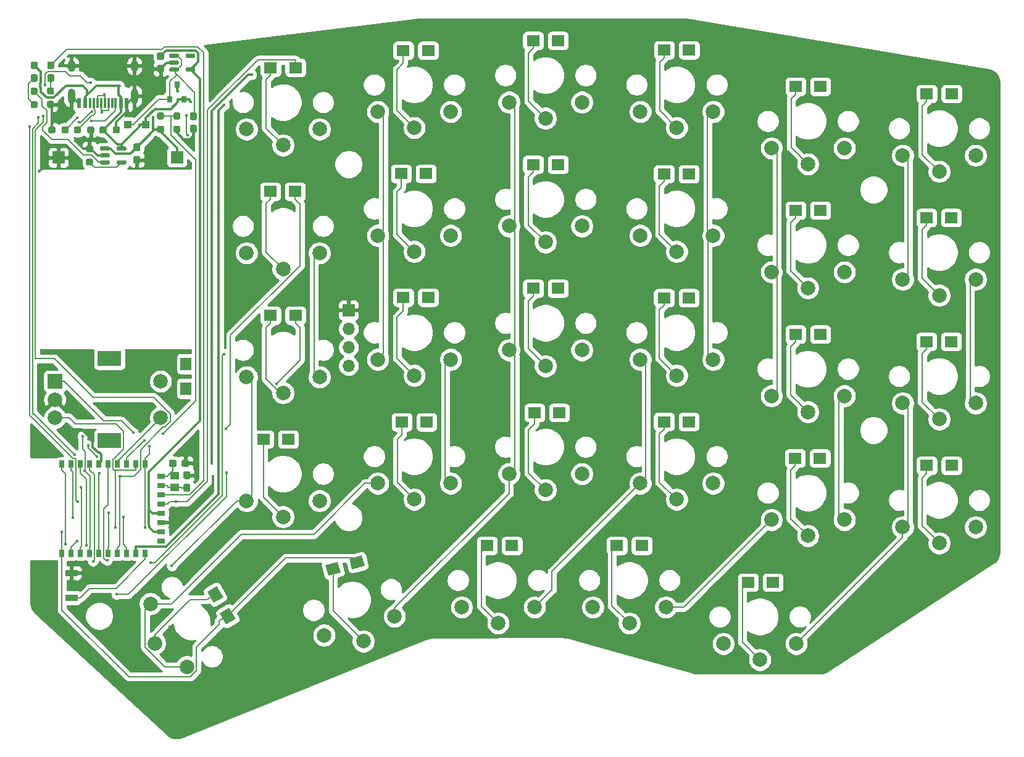
<source format=gbl>
G04 #@! TF.GenerationSoftware,KiCad,Pcbnew,(5.1.8-0-10_14)*
G04 #@! TF.CreationDate,2020-12-13T20:18:22-07:00*
G04 #@! TF.ProjectId,BlueSof,426c7565-536f-4662-9e6b-696361645f70,rev?*
G04 #@! TF.SameCoordinates,Original*
G04 #@! TF.FileFunction,Copper,L2,Bot*
G04 #@! TF.FilePolarity,Positive*
%FSLAX46Y46*%
G04 Gerber Fmt 4.6, Leading zero omitted, Abs format (unit mm)*
G04 Created by KiCad (PCBNEW (5.1.8-0-10_14)) date 2020-12-13 20:18:22*
%MOMM*%
%LPD*%
G01*
G04 APERTURE LIST*
G04 #@! TA.AperFunction,ComponentPad*
%ADD10R,1.800000X1.500000*%
G04 #@! TD*
G04 #@! TA.AperFunction,ComponentPad*
%ADD11C,0.100000*%
G04 #@! TD*
G04 #@! TA.AperFunction,ComponentPad*
%ADD12R,1.500000X1.800000*%
G04 #@! TD*
G04 #@! TA.AperFunction,ComponentPad*
%ADD13C,2.000000*%
G04 #@! TD*
G04 #@! TA.AperFunction,ComponentPad*
%ADD14R,2.000000X2.000000*%
G04 #@! TD*
G04 #@! TA.AperFunction,ComponentPad*
%ADD15R,3.200000X2.000000*%
G04 #@! TD*
G04 #@! TA.AperFunction,SMDPad,CuDef*
%ADD16R,0.650000X1.000000*%
G04 #@! TD*
G04 #@! TA.AperFunction,SMDPad,CuDef*
%ADD17R,1.000000X0.650000*%
G04 #@! TD*
G04 #@! TA.AperFunction,SMDPad,CuDef*
%ADD18R,1.200000X1.050000*%
G04 #@! TD*
G04 #@! TA.AperFunction,SMDPad,CuDef*
%ADD19R,1.700000X0.900000*%
G04 #@! TD*
G04 #@! TA.AperFunction,SMDPad,CuDef*
%ADD20R,0.800000X0.900000*%
G04 #@! TD*
G04 #@! TA.AperFunction,SMDPad,CuDef*
%ADD21R,0.600000X1.450000*%
G04 #@! TD*
G04 #@! TA.AperFunction,SMDPad,CuDef*
%ADD22R,0.300000X1.450000*%
G04 #@! TD*
G04 #@! TA.AperFunction,ComponentPad*
%ADD23O,1.000000X2.100000*%
G04 #@! TD*
G04 #@! TA.AperFunction,ComponentPad*
%ADD24O,1.000000X1.600000*%
G04 #@! TD*
G04 #@! TA.AperFunction,SMDPad,CuDef*
%ADD25R,1.000000X1.000000*%
G04 #@! TD*
G04 #@! TA.AperFunction,ComponentPad*
%ADD26R,1.700000X1.700000*%
G04 #@! TD*
G04 #@! TA.AperFunction,ComponentPad*
%ADD27O,1.700000X1.700000*%
G04 #@! TD*
G04 #@! TA.AperFunction,ViaPad*
%ADD28C,0.400000*%
G04 #@! TD*
G04 #@! TA.AperFunction,Conductor*
%ADD29C,0.200000*%
G04 #@! TD*
G04 #@! TA.AperFunction,Conductor*
%ADD30C,0.300000*%
G04 #@! TD*
G04 #@! TA.AperFunction,Conductor*
%ADD31C,0.254000*%
G04 #@! TD*
G04 #@! TA.AperFunction,Conductor*
%ADD32C,0.100000*%
G04 #@! TD*
G04 APERTURE END LIST*
D10*
X185300000Y-120000000D03*
X188700000Y-120000000D03*
X167300000Y-114950000D03*
X170700000Y-114950000D03*
X149500000Y-114950000D03*
X152900000Y-114950000D03*
G04 #@! TA.AperFunction,ComponentPad*
D11*
G36*
X129033145Y-117182610D02*
G01*
X129421374Y-118631499D01*
X127682707Y-119097374D01*
X127294478Y-117648485D01*
X129033145Y-117182610D01*
G37*
G04 #@! TD.AperFunction*
G04 #@! TA.AperFunction,ComponentPad*
G36*
X132317293Y-116302626D02*
G01*
X132705522Y-117751515D01*
X130966855Y-118217390D01*
X130578626Y-116768501D01*
X132317293Y-116302626D01*
G37*
G04 #@! TD.AperFunction*
G04 #@! TA.AperFunction,ComponentPad*
G36*
X113299519Y-122060180D02*
G01*
X112000481Y-122810180D01*
X111100481Y-121251334D01*
X112399519Y-120501334D01*
X113299519Y-122060180D01*
G37*
G04 #@! TD.AperFunction*
G04 #@! TA.AperFunction,ComponentPad*
G36*
X114999519Y-125004666D02*
G01*
X113700481Y-125754666D01*
X112800481Y-124195820D01*
X114099519Y-123445820D01*
X114999519Y-125004666D01*
G37*
G04 #@! TD.AperFunction*
D12*
X108200000Y-93400000D03*
X108200000Y-90000000D03*
D10*
X209800000Y-103950000D03*
X213200000Y-103950000D03*
X191750000Y-102950000D03*
X195150000Y-102950000D03*
X173750000Y-97950000D03*
X177150000Y-97950000D03*
X156000000Y-96700000D03*
X159400000Y-96700000D03*
X137800000Y-98000000D03*
X141200000Y-98000000D03*
X118800000Y-100350000D03*
X122200000Y-100350000D03*
X209750000Y-86950000D03*
X213150000Y-86950000D03*
X191800000Y-85950000D03*
X195200000Y-85950000D03*
X173750000Y-80950000D03*
X177150000Y-80950000D03*
X155800000Y-79650000D03*
X159200000Y-79650000D03*
X138000000Y-80900000D03*
X141400000Y-80900000D03*
X119800000Y-83350000D03*
X123200000Y-83350000D03*
X209750000Y-69950000D03*
X213150000Y-69950000D03*
X191800000Y-68950000D03*
X195200000Y-68950000D03*
X173750000Y-63950000D03*
X177150000Y-63950000D03*
X155800000Y-62650000D03*
X159200000Y-62650000D03*
X137700000Y-63900000D03*
X141100000Y-63900000D03*
X119750000Y-66350000D03*
X123150000Y-66350000D03*
X209800000Y-52950000D03*
X213200000Y-52950000D03*
X191800000Y-51950000D03*
X195200000Y-51950000D03*
X173800000Y-46950000D03*
X177200000Y-46950000D03*
X155800000Y-45650000D03*
X159200000Y-45650000D03*
X138000000Y-47000000D03*
X141400000Y-47000000D03*
X119800000Y-49350000D03*
X123200000Y-49350000D03*
D13*
X103890450Y-128350000D03*
X103295706Y-122919873D03*
X108295706Y-131580127D03*
X169000000Y-125600000D03*
X164000000Y-123400000D03*
X174000000Y-123400000D03*
X186900000Y-130600000D03*
X181900000Y-128400000D03*
X191900000Y-128400000D03*
D14*
X90200000Y-92400000D03*
D13*
X90200000Y-94900000D03*
X90200000Y-97400000D03*
D15*
X97700000Y-89300000D03*
X97700000Y-100500000D03*
D13*
X104700000Y-92400000D03*
X104700000Y-97400000D03*
D16*
X102600000Y-103781000D03*
X101330000Y-103781000D03*
X100060000Y-103781000D03*
X98790000Y-103781000D03*
X97520000Y-103781000D03*
X96250000Y-103781000D03*
X94980000Y-103781000D03*
X93710000Y-103781000D03*
X92440000Y-103781000D03*
X91170000Y-103781000D03*
X98790000Y-116019000D03*
X91170000Y-116019000D03*
X97520000Y-116019000D03*
X92440000Y-116019000D03*
X93710000Y-116019000D03*
X94980000Y-116019000D03*
X100060000Y-116019000D03*
X96250000Y-116019000D03*
X101330000Y-116019000D03*
X102600000Y-116019000D03*
D17*
X104819000Y-113050000D03*
X104819000Y-105430000D03*
X104819000Y-111780000D03*
X104819000Y-106700000D03*
X104819000Y-107970000D03*
X104819000Y-109240000D03*
X104819000Y-114320000D03*
X104819000Y-110510000D03*
D18*
X106600000Y-105325000D03*
X106600000Y-106975000D03*
G04 #@! TA.AperFunction,SMDPad,CuDef*
G36*
G01*
X108150000Y-49775000D02*
X108150000Y-49475000D01*
G75*
G02*
X108300000Y-49325000I150000J0D01*
G01*
X109325000Y-49325000D01*
G75*
G02*
X109475000Y-49475000I0J-150000D01*
G01*
X109475000Y-49775000D01*
G75*
G02*
X109325000Y-49925000I-150000J0D01*
G01*
X108300000Y-49925000D01*
G75*
G02*
X108150000Y-49775000I0J150000D01*
G01*
G37*
G04 #@! TD.AperFunction*
G04 #@! TA.AperFunction,SMDPad,CuDef*
G36*
G01*
X108150000Y-47875000D02*
X108150000Y-47575000D01*
G75*
G02*
X108300000Y-47425000I150000J0D01*
G01*
X109325000Y-47425000D01*
G75*
G02*
X109475000Y-47575000I0J-150000D01*
G01*
X109475000Y-47875000D01*
G75*
G02*
X109325000Y-48025000I-150000J0D01*
G01*
X108300000Y-48025000D01*
G75*
G02*
X108150000Y-47875000I0J150000D01*
G01*
G37*
G04 #@! TD.AperFunction*
G04 #@! TA.AperFunction,SMDPad,CuDef*
G36*
G01*
X105875000Y-47875000D02*
X105875000Y-47575000D01*
G75*
G02*
X106025000Y-47425000I150000J0D01*
G01*
X107050000Y-47425000D01*
G75*
G02*
X107200000Y-47575000I0J-150000D01*
G01*
X107200000Y-47875000D01*
G75*
G02*
X107050000Y-48025000I-150000J0D01*
G01*
X106025000Y-48025000D01*
G75*
G02*
X105875000Y-47875000I0J150000D01*
G01*
G37*
G04 #@! TD.AperFunction*
G04 #@! TA.AperFunction,SMDPad,CuDef*
G36*
G01*
X105875000Y-48825000D02*
X105875000Y-48525000D01*
G75*
G02*
X106025000Y-48375000I150000J0D01*
G01*
X107050000Y-48375000D01*
G75*
G02*
X107200000Y-48525000I0J-150000D01*
G01*
X107200000Y-48825000D01*
G75*
G02*
X107050000Y-48975000I-150000J0D01*
G01*
X106025000Y-48975000D01*
G75*
G02*
X105875000Y-48825000I0J150000D01*
G01*
G37*
G04 #@! TD.AperFunction*
G04 #@! TA.AperFunction,SMDPad,CuDef*
G36*
G01*
X105875000Y-49775000D02*
X105875000Y-49475000D01*
G75*
G02*
X106025000Y-49325000I150000J0D01*
G01*
X107050000Y-49325000D01*
G75*
G02*
X107200000Y-49475000I0J-150000D01*
G01*
X107200000Y-49775000D01*
G75*
G02*
X107050000Y-49925000I-150000J0D01*
G01*
X106025000Y-49925000D01*
G75*
G02*
X105875000Y-49775000I0J150000D01*
G01*
G37*
G04 #@! TD.AperFunction*
G04 #@! TA.AperFunction,SMDPad,CuDef*
G36*
G01*
X98675000Y-62500000D02*
X98675000Y-62200000D01*
G75*
G02*
X98825000Y-62050000I150000J0D01*
G01*
X99850000Y-62050000D01*
G75*
G02*
X100000000Y-62200000I0J-150000D01*
G01*
X100000000Y-62500000D01*
G75*
G02*
X99850000Y-62650000I-150000J0D01*
G01*
X98825000Y-62650000D01*
G75*
G02*
X98675000Y-62500000I0J150000D01*
G01*
G37*
G04 #@! TD.AperFunction*
G04 #@! TA.AperFunction,SMDPad,CuDef*
G36*
G01*
X98675000Y-60600000D02*
X98675000Y-60300000D01*
G75*
G02*
X98825000Y-60150000I150000J0D01*
G01*
X99850000Y-60150000D01*
G75*
G02*
X100000000Y-60300000I0J-150000D01*
G01*
X100000000Y-60600000D01*
G75*
G02*
X99850000Y-60750000I-150000J0D01*
G01*
X98825000Y-60750000D01*
G75*
G02*
X98675000Y-60600000I0J150000D01*
G01*
G37*
G04 #@! TD.AperFunction*
G04 #@! TA.AperFunction,SMDPad,CuDef*
G36*
G01*
X96400000Y-60600000D02*
X96400000Y-60300000D01*
G75*
G02*
X96550000Y-60150000I150000J0D01*
G01*
X97575000Y-60150000D01*
G75*
G02*
X97725000Y-60300000I0J-150000D01*
G01*
X97725000Y-60600000D01*
G75*
G02*
X97575000Y-60750000I-150000J0D01*
G01*
X96550000Y-60750000D01*
G75*
G02*
X96400000Y-60600000I0J150000D01*
G01*
G37*
G04 #@! TD.AperFunction*
G04 #@! TA.AperFunction,SMDPad,CuDef*
G36*
G01*
X96400000Y-61550000D02*
X96400000Y-61250000D01*
G75*
G02*
X96550000Y-61100000I150000J0D01*
G01*
X97575000Y-61100000D01*
G75*
G02*
X97725000Y-61250000I0J-150000D01*
G01*
X97725000Y-61550000D01*
G75*
G02*
X97575000Y-61700000I-150000J0D01*
G01*
X96550000Y-61700000D01*
G75*
G02*
X96400000Y-61550000I0J150000D01*
G01*
G37*
G04 #@! TD.AperFunction*
G04 #@! TA.AperFunction,SMDPad,CuDef*
G36*
G01*
X96400000Y-62500000D02*
X96400000Y-62200000D01*
G75*
G02*
X96550000Y-62050000I150000J0D01*
G01*
X97575000Y-62050000D01*
G75*
G02*
X97725000Y-62200000I0J-150000D01*
G01*
X97725000Y-62500000D01*
G75*
G02*
X97575000Y-62650000I-150000J0D01*
G01*
X96550000Y-62650000D01*
G75*
G02*
X96400000Y-62500000I0J150000D01*
G01*
G37*
G04 #@! TD.AperFunction*
D19*
X92500000Y-118700000D03*
X92500000Y-122100000D03*
G04 #@! TA.AperFunction,SMDPad,CuDef*
G36*
G01*
X95187500Y-60975000D02*
X94712500Y-60975000D01*
G75*
G02*
X94475000Y-60737500I0J237500D01*
G01*
X94475000Y-60237500D01*
G75*
G02*
X94712500Y-60000000I237500J0D01*
G01*
X95187500Y-60000000D01*
G75*
G02*
X95425000Y-60237500I0J-237500D01*
G01*
X95425000Y-60737500D01*
G75*
G02*
X95187500Y-60975000I-237500J0D01*
G01*
G37*
G04 #@! TD.AperFunction*
G04 #@! TA.AperFunction,SMDPad,CuDef*
G36*
G01*
X95187500Y-62800000D02*
X94712500Y-62800000D01*
G75*
G02*
X94475000Y-62562500I0J237500D01*
G01*
X94475000Y-62062500D01*
G75*
G02*
X94712500Y-61825000I237500J0D01*
G01*
X95187500Y-61825000D01*
G75*
G02*
X95425000Y-62062500I0J-237500D01*
G01*
X95425000Y-62562500D01*
G75*
G02*
X95187500Y-62800000I-237500J0D01*
G01*
G37*
G04 #@! TD.AperFunction*
G04 #@! TA.AperFunction,SMDPad,CuDef*
G36*
G01*
X87587500Y-53075000D02*
X87112500Y-53075000D01*
G75*
G02*
X86875000Y-52837500I0J237500D01*
G01*
X86875000Y-52337500D01*
G75*
G02*
X87112500Y-52100000I237500J0D01*
G01*
X87587500Y-52100000D01*
G75*
G02*
X87825000Y-52337500I0J-237500D01*
G01*
X87825000Y-52837500D01*
G75*
G02*
X87587500Y-53075000I-237500J0D01*
G01*
G37*
G04 #@! TD.AperFunction*
G04 #@! TA.AperFunction,SMDPad,CuDef*
G36*
G01*
X87587500Y-54900000D02*
X87112500Y-54900000D01*
G75*
G02*
X86875000Y-54662500I0J237500D01*
G01*
X86875000Y-54162500D01*
G75*
G02*
X87112500Y-53925000I237500J0D01*
G01*
X87587500Y-53925000D01*
G75*
G02*
X87825000Y-54162500I0J-237500D01*
G01*
X87825000Y-54662500D01*
G75*
G02*
X87587500Y-54900000I-237500J0D01*
G01*
G37*
G04 #@! TD.AperFunction*
G04 #@! TA.AperFunction,SMDPad,CuDef*
G36*
G01*
X98137000Y-58137500D02*
X98137000Y-57662500D01*
G75*
G02*
X98374500Y-57425000I237500J0D01*
G01*
X98874500Y-57425000D01*
G75*
G02*
X99112000Y-57662500I0J-237500D01*
G01*
X99112000Y-58137500D01*
G75*
G02*
X98874500Y-58375000I-237500J0D01*
G01*
X98374500Y-58375000D01*
G75*
G02*
X98137000Y-58137500I0J237500D01*
G01*
G37*
G04 #@! TD.AperFunction*
G04 #@! TA.AperFunction,SMDPad,CuDef*
G36*
G01*
X96312000Y-58137500D02*
X96312000Y-57662500D01*
G75*
G02*
X96549500Y-57425000I237500J0D01*
G01*
X97049500Y-57425000D01*
G75*
G02*
X97287000Y-57662500I0J-237500D01*
G01*
X97287000Y-58137500D01*
G75*
G02*
X97049500Y-58375000I-237500J0D01*
G01*
X96549500Y-58375000D01*
G75*
G02*
X96312000Y-58137500I0J237500D01*
G01*
G37*
G04 #@! TD.AperFunction*
G04 #@! TA.AperFunction,SMDPad,CuDef*
G36*
G01*
X90275000Y-57662500D02*
X90275000Y-58137500D01*
G75*
G02*
X90037500Y-58375000I-237500J0D01*
G01*
X89537500Y-58375000D01*
G75*
G02*
X89300000Y-58137500I0J237500D01*
G01*
X89300000Y-57662500D01*
G75*
G02*
X89537500Y-57425000I237500J0D01*
G01*
X90037500Y-57425000D01*
G75*
G02*
X90275000Y-57662500I0J-237500D01*
G01*
G37*
G04 #@! TD.AperFunction*
G04 #@! TA.AperFunction,SMDPad,CuDef*
G36*
G01*
X92100000Y-57662500D02*
X92100000Y-58137500D01*
G75*
G02*
X91862500Y-58375000I-237500J0D01*
G01*
X91362500Y-58375000D01*
G75*
G02*
X91125000Y-58137500I0J237500D01*
G01*
X91125000Y-57662500D01*
G75*
G02*
X91362500Y-57425000I237500J0D01*
G01*
X91862500Y-57425000D01*
G75*
G02*
X92100000Y-57662500I0J-237500D01*
G01*
G37*
G04 #@! TD.AperFunction*
G04 #@! TA.AperFunction,SMDPad,CuDef*
G36*
G01*
X94637500Y-58137500D02*
X94637500Y-57662500D01*
G75*
G02*
X94875000Y-57425000I237500J0D01*
G01*
X95375000Y-57425000D01*
G75*
G02*
X95612500Y-57662500I0J-237500D01*
G01*
X95612500Y-58137500D01*
G75*
G02*
X95375000Y-58375000I-237500J0D01*
G01*
X94875000Y-58375000D01*
G75*
G02*
X94637500Y-58137500I0J237500D01*
G01*
G37*
G04 #@! TD.AperFunction*
G04 #@! TA.AperFunction,SMDPad,CuDef*
G36*
G01*
X92812500Y-58137500D02*
X92812500Y-57662500D01*
G75*
G02*
X93050000Y-57425000I237500J0D01*
G01*
X93550000Y-57425000D01*
G75*
G02*
X93787500Y-57662500I0J-237500D01*
G01*
X93787500Y-58137500D01*
G75*
G02*
X93550000Y-58375000I-237500J0D01*
G01*
X93050000Y-58375000D01*
G75*
G02*
X92812500Y-58137500I0J237500D01*
G01*
G37*
G04 #@! TD.AperFunction*
G04 #@! TA.AperFunction,SMDPad,CuDef*
G36*
G01*
X89362500Y-53912500D02*
X89837500Y-53912500D01*
G75*
G02*
X90075000Y-54150000I0J-237500D01*
G01*
X90075000Y-54650000D01*
G75*
G02*
X89837500Y-54887500I-237500J0D01*
G01*
X89362500Y-54887500D01*
G75*
G02*
X89125000Y-54650000I0J237500D01*
G01*
X89125000Y-54150000D01*
G75*
G02*
X89362500Y-53912500I237500J0D01*
G01*
G37*
G04 #@! TD.AperFunction*
G04 #@! TA.AperFunction,SMDPad,CuDef*
G36*
G01*
X89362500Y-52087500D02*
X89837500Y-52087500D01*
G75*
G02*
X90075000Y-52325000I0J-237500D01*
G01*
X90075000Y-52825000D01*
G75*
G02*
X89837500Y-53062500I-237500J0D01*
G01*
X89362500Y-53062500D01*
G75*
G02*
X89125000Y-52825000I0J237500D01*
G01*
X89125000Y-52325000D01*
G75*
G02*
X89362500Y-52087500I237500J0D01*
G01*
G37*
G04 #@! TD.AperFunction*
G04 #@! TA.AperFunction,SMDPad,CuDef*
G36*
G01*
X106712500Y-57325000D02*
X107187500Y-57325000D01*
G75*
G02*
X107425000Y-57562500I0J-237500D01*
G01*
X107425000Y-58062500D01*
G75*
G02*
X107187500Y-58300000I-237500J0D01*
G01*
X106712500Y-58300000D01*
G75*
G02*
X106475000Y-58062500I0J237500D01*
G01*
X106475000Y-57562500D01*
G75*
G02*
X106712500Y-57325000I237500J0D01*
G01*
G37*
G04 #@! TD.AperFunction*
G04 #@! TA.AperFunction,SMDPad,CuDef*
G36*
G01*
X106712500Y-55500000D02*
X107187500Y-55500000D01*
G75*
G02*
X107425000Y-55737500I0J-237500D01*
G01*
X107425000Y-56237500D01*
G75*
G02*
X107187500Y-56475000I-237500J0D01*
G01*
X106712500Y-56475000D01*
G75*
G02*
X106475000Y-56237500I0J237500D01*
G01*
X106475000Y-55737500D01*
G75*
G02*
X106712500Y-55500000I237500J0D01*
G01*
G37*
G04 #@! TD.AperFunction*
G04 #@! TA.AperFunction,SMDPad,CuDef*
G36*
G01*
X104937500Y-56475000D02*
X104462500Y-56475000D01*
G75*
G02*
X104225000Y-56237500I0J237500D01*
G01*
X104225000Y-55737500D01*
G75*
G02*
X104462500Y-55500000I237500J0D01*
G01*
X104937500Y-55500000D01*
G75*
G02*
X105175000Y-55737500I0J-237500D01*
G01*
X105175000Y-56237500D01*
G75*
G02*
X104937500Y-56475000I-237500J0D01*
G01*
G37*
G04 #@! TD.AperFunction*
G04 #@! TA.AperFunction,SMDPad,CuDef*
G36*
G01*
X104937500Y-58300000D02*
X104462500Y-58300000D01*
G75*
G02*
X104225000Y-58062500I0J237500D01*
G01*
X104225000Y-57562500D01*
G75*
G02*
X104462500Y-57325000I237500J0D01*
G01*
X104937500Y-57325000D01*
G75*
G02*
X105175000Y-57562500I0J-237500D01*
G01*
X105175000Y-58062500D01*
G75*
G02*
X104937500Y-58300000I-237500J0D01*
G01*
G37*
G04 #@! TD.AperFunction*
D20*
X106950000Y-51675000D03*
X106000000Y-53675000D03*
X107900000Y-53675000D03*
D21*
X100050000Y-54195000D03*
X99250000Y-54195000D03*
X94350000Y-54195000D03*
X93550000Y-54195000D03*
X93550000Y-54195000D03*
X94350000Y-54195000D03*
X99250000Y-54195000D03*
X100050000Y-54195000D03*
D22*
X95050000Y-54195000D03*
X95550000Y-54195000D03*
X96050000Y-54195000D03*
X97050000Y-54195000D03*
X97550000Y-54195000D03*
X98050000Y-54195000D03*
X98550000Y-54195000D03*
X96550000Y-54195000D03*
D23*
X101120000Y-53280000D03*
X92480000Y-53280000D03*
D24*
X92480000Y-49100000D03*
X101120000Y-49100000D03*
G04 #@! TA.AperFunction,SMDPad,CuDef*
G36*
G01*
X87612500Y-49550000D02*
X87137500Y-49550000D01*
G75*
G02*
X86900000Y-49312500I0J237500D01*
G01*
X86900000Y-48737500D01*
G75*
G02*
X87137500Y-48500000I237500J0D01*
G01*
X87612500Y-48500000D01*
G75*
G02*
X87850000Y-48737500I0J-237500D01*
G01*
X87850000Y-49312500D01*
G75*
G02*
X87612500Y-49550000I-237500J0D01*
G01*
G37*
G04 #@! TD.AperFunction*
G04 #@! TA.AperFunction,SMDPad,CuDef*
G36*
G01*
X87612500Y-51300000D02*
X87137500Y-51300000D01*
G75*
G02*
X86900000Y-51062500I0J237500D01*
G01*
X86900000Y-50487500D01*
G75*
G02*
X87137500Y-50250000I237500J0D01*
G01*
X87612500Y-50250000D01*
G75*
G02*
X87850000Y-50487500I0J-237500D01*
G01*
X87850000Y-51062500D01*
G75*
G02*
X87612500Y-51300000I-237500J0D01*
G01*
G37*
G04 #@! TD.AperFunction*
D25*
X102700000Y-57150000D03*
X100200000Y-57150000D03*
G04 #@! TA.AperFunction,SMDPad,CuDef*
G36*
G01*
X89887500Y-49550000D02*
X89412500Y-49550000D01*
G75*
G02*
X89175000Y-49312500I0J237500D01*
G01*
X89175000Y-48737500D01*
G75*
G02*
X89412500Y-48500000I237500J0D01*
G01*
X89887500Y-48500000D01*
G75*
G02*
X90125000Y-48737500I0J-237500D01*
G01*
X90125000Y-49312500D01*
G75*
G02*
X89887500Y-49550000I-237500J0D01*
G01*
G37*
G04 #@! TD.AperFunction*
G04 #@! TA.AperFunction,SMDPad,CuDef*
G36*
G01*
X89887500Y-51300000D02*
X89412500Y-51300000D01*
G75*
G02*
X89175000Y-51062500I0J237500D01*
G01*
X89175000Y-50487500D01*
G75*
G02*
X89412500Y-50250000I237500J0D01*
G01*
X89887500Y-50250000D01*
G75*
G02*
X90125000Y-50487500I0J-237500D01*
G01*
X90125000Y-51062500D01*
G75*
G02*
X89887500Y-51300000I-237500J0D01*
G01*
G37*
G04 #@! TD.AperFunction*
G04 #@! TA.AperFunction,SMDPad,CuDef*
G36*
G01*
X104462500Y-48962500D02*
X104937500Y-48962500D01*
G75*
G02*
X105175000Y-49200000I0J-237500D01*
G01*
X105175000Y-49800000D01*
G75*
G02*
X104937500Y-50037500I-237500J0D01*
G01*
X104462500Y-50037500D01*
G75*
G02*
X104225000Y-49800000I0J237500D01*
G01*
X104225000Y-49200000D01*
G75*
G02*
X104462500Y-48962500I237500J0D01*
G01*
G37*
G04 #@! TD.AperFunction*
G04 #@! TA.AperFunction,SMDPad,CuDef*
G36*
G01*
X104462500Y-47237500D02*
X104937500Y-47237500D01*
G75*
G02*
X105175000Y-47475000I0J-237500D01*
G01*
X105175000Y-48075000D01*
G75*
G02*
X104937500Y-48312500I-237500J0D01*
G01*
X104462500Y-48312500D01*
G75*
G02*
X104225000Y-48075000I0J237500D01*
G01*
X104225000Y-47475000D01*
G75*
G02*
X104462500Y-47237500I237500J0D01*
G01*
G37*
G04 #@! TD.AperFunction*
G04 #@! TA.AperFunction,SMDPad,CuDef*
G36*
G01*
X108962500Y-57212500D02*
X109437500Y-57212500D01*
G75*
G02*
X109675000Y-57450000I0J-237500D01*
G01*
X109675000Y-58050000D01*
G75*
G02*
X109437500Y-58287500I-237500J0D01*
G01*
X108962500Y-58287500D01*
G75*
G02*
X108725000Y-58050000I0J237500D01*
G01*
X108725000Y-57450000D01*
G75*
G02*
X108962500Y-57212500I237500J0D01*
G01*
G37*
G04 #@! TD.AperFunction*
G04 #@! TA.AperFunction,SMDPad,CuDef*
G36*
G01*
X108962500Y-55487500D02*
X109437500Y-55487500D01*
G75*
G02*
X109675000Y-55725000I0J-237500D01*
G01*
X109675000Y-56325000D01*
G75*
G02*
X109437500Y-56562500I-237500J0D01*
G01*
X108962500Y-56562500D01*
G75*
G02*
X108725000Y-56325000I0J237500D01*
G01*
X108725000Y-55725000D01*
G75*
G02*
X108962500Y-55487500I237500J0D01*
G01*
G37*
G04 #@! TD.AperFunction*
G04 #@! TA.AperFunction,SMDPad,CuDef*
G36*
G01*
X101212500Y-61475000D02*
X101687500Y-61475000D01*
G75*
G02*
X101925000Y-61712500I0J-237500D01*
G01*
X101925000Y-62312500D01*
G75*
G02*
X101687500Y-62550000I-237500J0D01*
G01*
X101212500Y-62550000D01*
G75*
G02*
X100975000Y-62312500I0J237500D01*
G01*
X100975000Y-61712500D01*
G75*
G02*
X101212500Y-61475000I237500J0D01*
G01*
G37*
G04 #@! TD.AperFunction*
G04 #@! TA.AperFunction,SMDPad,CuDef*
G36*
G01*
X101212500Y-59750000D02*
X101687500Y-59750000D01*
G75*
G02*
X101925000Y-59987500I0J-237500D01*
G01*
X101925000Y-60587500D01*
G75*
G02*
X101687500Y-60825000I-237500J0D01*
G01*
X101212500Y-60825000D01*
G75*
G02*
X100975000Y-60587500I0J237500D01*
G01*
X100975000Y-59987500D01*
G75*
G02*
X101212500Y-59750000I237500J0D01*
G01*
G37*
G04 #@! TD.AperFunction*
G04 #@! TA.AperFunction,SMDPad,CuDef*
G36*
G01*
X106925000Y-103412500D02*
X106925000Y-103887500D01*
G75*
G02*
X106687500Y-104125000I-237500J0D01*
G01*
X106087500Y-104125000D01*
G75*
G02*
X105850000Y-103887500I0J237500D01*
G01*
X105850000Y-103412500D01*
G75*
G02*
X106087500Y-103175000I237500J0D01*
G01*
X106687500Y-103175000D01*
G75*
G02*
X106925000Y-103412500I0J-237500D01*
G01*
G37*
G04 #@! TD.AperFunction*
G04 #@! TA.AperFunction,SMDPad,CuDef*
G36*
G01*
X108650000Y-103412500D02*
X108650000Y-103887500D01*
G75*
G02*
X108412500Y-104125000I-237500J0D01*
G01*
X107812500Y-104125000D01*
G75*
G02*
X107575000Y-103887500I0J237500D01*
G01*
X107575000Y-103412500D01*
G75*
G02*
X107812500Y-103175000I237500J0D01*
G01*
X108412500Y-103175000D01*
G75*
G02*
X108650000Y-103412500I0J-237500D01*
G01*
G37*
G04 #@! TD.AperFunction*
G04 #@! TA.AperFunction,SMDPad,CuDef*
G36*
G01*
X108062500Y-106475000D02*
X108537500Y-106475000D01*
G75*
G02*
X108775000Y-106712500I0J-237500D01*
G01*
X108775000Y-107312500D01*
G75*
G02*
X108537500Y-107550000I-237500J0D01*
G01*
X108062500Y-107550000D01*
G75*
G02*
X107825000Y-107312500I0J237500D01*
G01*
X107825000Y-106712500D01*
G75*
G02*
X108062500Y-106475000I237500J0D01*
G01*
G37*
G04 #@! TD.AperFunction*
G04 #@! TA.AperFunction,SMDPad,CuDef*
G36*
G01*
X108062500Y-104750000D02*
X108537500Y-104750000D01*
G75*
G02*
X108775000Y-104987500I0J-237500D01*
G01*
X108775000Y-105587500D01*
G75*
G02*
X108537500Y-105825000I-237500J0D01*
G01*
X108062500Y-105825000D01*
G75*
G02*
X107825000Y-105587500I0J237500D01*
G01*
X107825000Y-104987500D01*
G75*
G02*
X108062500Y-104750000I237500J0D01*
G01*
G37*
G04 #@! TD.AperFunction*
D23*
X92480000Y-53280000D03*
X101120000Y-53280000D03*
D24*
X101120000Y-49100000D03*
X92480000Y-49100000D03*
D26*
X90700000Y-61700000D03*
X106950000Y-61650000D03*
D27*
X130500000Y-90270000D03*
X130500000Y-87730000D03*
X130500000Y-85190000D03*
D26*
X130500000Y-82650000D03*
D13*
X151000000Y-125600000D03*
X146000000Y-123400000D03*
X156000000Y-123400000D03*
X132527032Y-128068962D03*
X127128001Y-127238021D03*
X136787260Y-124649830D03*
X211500000Y-114600000D03*
X206500000Y-112400000D03*
X216500000Y-112400000D03*
X193500000Y-113600000D03*
X188500000Y-111400000D03*
X198500000Y-111400000D03*
X175500000Y-108600000D03*
X170500000Y-106400000D03*
X180500000Y-106400000D03*
X157500000Y-107300000D03*
X152500000Y-105100000D03*
X162500000Y-105100000D03*
X139500000Y-108600000D03*
X134500000Y-106400000D03*
X144500000Y-106400000D03*
X121500000Y-111000000D03*
X116500000Y-108800000D03*
X126500000Y-108800000D03*
X211500000Y-97600000D03*
X206500000Y-95400000D03*
X216500000Y-95400000D03*
X193500000Y-96600000D03*
X188500000Y-94400000D03*
X198500000Y-94400000D03*
X175500000Y-91600000D03*
X170500000Y-89400000D03*
X180500000Y-89400000D03*
X157500000Y-90300000D03*
X152500000Y-88100000D03*
X162500000Y-88100000D03*
X139500000Y-91600000D03*
X134500000Y-89400000D03*
X144500000Y-89400000D03*
X121500000Y-94000000D03*
X116500000Y-91800000D03*
X126500000Y-91800000D03*
X211500000Y-80600000D03*
X206500000Y-78400000D03*
X216500000Y-78400000D03*
X193500000Y-79600000D03*
X188500000Y-77400000D03*
X198500000Y-77400000D03*
X175500000Y-74600000D03*
X170500000Y-72400000D03*
X180500000Y-72400000D03*
X157500000Y-73300000D03*
X152500000Y-71100000D03*
X162500000Y-71100000D03*
X139500000Y-74600000D03*
X134500000Y-72400000D03*
X144500000Y-72400000D03*
X121500000Y-77000000D03*
X116500000Y-74800000D03*
X126500000Y-74800000D03*
X211500000Y-63600000D03*
X206500000Y-61400000D03*
X216500000Y-61400000D03*
X193500000Y-62600000D03*
X188500000Y-60400000D03*
X198500000Y-60400000D03*
X175500000Y-57600000D03*
X170500000Y-55400000D03*
X180500000Y-55400000D03*
X157500000Y-56300000D03*
X152500000Y-54100000D03*
X162500000Y-54100000D03*
X139500000Y-57600000D03*
X134500000Y-55400000D03*
X144500000Y-55400000D03*
X121500000Y-60000000D03*
X116500000Y-57800000D03*
X126500000Y-57800000D03*
D28*
X91137100Y-113049400D03*
X106834500Y-108927200D03*
X113671100Y-98918200D03*
X97577600Y-110404900D03*
X95994300Y-102756800D03*
X94818800Y-101228300D03*
X120572500Y-92755100D03*
X96314300Y-105038000D03*
X93238300Y-114366400D03*
X92450000Y-118700000D03*
X111850000Y-105400000D03*
X93000000Y-59400000D03*
X103750000Y-61400000D03*
X88500000Y-61800000D03*
X88100000Y-63550000D03*
X92600000Y-99000000D03*
X110800000Y-108300000D03*
X97300000Y-118100000D03*
X102000000Y-89900000D03*
X120000000Y-123500000D03*
X115800000Y-118100000D03*
X120300000Y-97200000D03*
X115900000Y-66200000D03*
X113600000Y-58700000D03*
X109800000Y-105500000D03*
X113300000Y-111800000D03*
X106950000Y-57812500D03*
X106537500Y-48675000D03*
X89787500Y-57900000D03*
X89600000Y-54400000D03*
X98624500Y-57900000D03*
X105700000Y-94400000D03*
X138600000Y-118400000D03*
X89000000Y-100900000D03*
X101800000Y-96100000D03*
X106700000Y-129700000D03*
X105200000Y-124300000D03*
X106000000Y-126100000D03*
X90400000Y-120700000D03*
X113200000Y-134600000D03*
X158600000Y-126000000D03*
X91674100Y-114775900D03*
X92682900Y-111082700D03*
X94497700Y-114932400D03*
X95437100Y-117094100D03*
X97382000Y-116956500D03*
X106245900Y-117747300D03*
X103714400Y-56188500D03*
X107023400Y-52595000D03*
X111713700Y-103666300D03*
X117190300Y-50318500D03*
X93510600Y-56841700D03*
X95259100Y-55426300D03*
X99633100Y-110983600D03*
X92886300Y-102443800D03*
X87924300Y-56150000D03*
X96982500Y-53024100D03*
X99117300Y-105423600D03*
X88577400Y-55973500D03*
X88820700Y-51746600D03*
X95100000Y-51400000D03*
X96638700Y-55502600D03*
X93750900Y-106937100D03*
X103367200Y-117331600D03*
X113391600Y-88643000D03*
X108424800Y-58580200D03*
X108267500Y-55931700D03*
X103200200Y-101255100D03*
X100960500Y-99449100D03*
X102547300Y-112479600D03*
X98476700Y-112468100D03*
X113716700Y-104924400D03*
X98675500Y-121633700D03*
X113434700Y-54468700D03*
X108831800Y-54001800D03*
X94305000Y-104713800D03*
X93984400Y-99944000D03*
X93293800Y-56234400D03*
X95242100Y-56705700D03*
X102454900Y-100502100D03*
X105069400Y-99572600D03*
X93325400Y-108946400D03*
X86730000Y-57394900D03*
D29*
X119800000Y-49350000D02*
X119800000Y-50400300D01*
X121500000Y-60000000D02*
X119183900Y-57683900D01*
X119183900Y-57683900D02*
X119183900Y-51016400D01*
X119183900Y-51016400D02*
X119800000Y-50400300D01*
X91170000Y-116019000D02*
X91170000Y-115218700D01*
X91137100Y-113049400D02*
X91137100Y-115185800D01*
X91137100Y-115185800D02*
X91170000Y-115218700D01*
X121852607Y-116647636D02*
X113900000Y-124600243D01*
X131029702Y-116647636D02*
X121852607Y-116647636D01*
X131642074Y-117260008D02*
X131029702Y-116647636D01*
X91170000Y-122532000D02*
X91170000Y-116019000D01*
X100332200Y-132932200D02*
X91170000Y-123770000D01*
X108791600Y-132932200D02*
X100332200Y-132932200D01*
X109635600Y-128864600D02*
X109635600Y-132088200D01*
X91170000Y-123770000D02*
X91170000Y-122532000D01*
X109635600Y-132088200D02*
X108791600Y-132932200D01*
X113900000Y-124600200D02*
X112711800Y-125286300D01*
X112711800Y-125788400D02*
X109635600Y-128864600D01*
X112711800Y-125286300D02*
X112711800Y-125788400D01*
X139500000Y-57600000D02*
X137150200Y-55250200D01*
X137150200Y-55250200D02*
X137150200Y-49600100D01*
X137150200Y-49600100D02*
X138000000Y-48750300D01*
X138000000Y-47000000D02*
X138000000Y-47800000D01*
X138000000Y-47800000D02*
X138000000Y-48750300D01*
X138000000Y-47700000D02*
X138000000Y-47800000D01*
X155800000Y-45650000D02*
X155800000Y-46700300D01*
X157500000Y-56300000D02*
X155181900Y-53981900D01*
X155181900Y-53981900D02*
X155181900Y-47318400D01*
X155181900Y-47318400D02*
X155800000Y-46700300D01*
X123200000Y-48299700D02*
X118047300Y-48299700D01*
X118047300Y-48299700D02*
X111163400Y-55183600D01*
X111163400Y-55183600D02*
X111163400Y-106128600D01*
X111163400Y-106128600D02*
X108364800Y-108927200D01*
X108364800Y-108927200D02*
X106834500Y-108927200D01*
X123200000Y-49350000D02*
X123200000Y-48299700D01*
X104819000Y-109240000D02*
X105619300Y-109240000D01*
X106834500Y-108927200D02*
X105932100Y-108927200D01*
X105932100Y-108927200D02*
X105619300Y-109240000D01*
X173800000Y-46950000D02*
X173800000Y-48000300D01*
X175500000Y-57600000D02*
X173165700Y-55265700D01*
X173165700Y-55265700D02*
X173165700Y-48634600D01*
X173165700Y-48634600D02*
X173800000Y-48000300D01*
X123150000Y-66350000D02*
X123150000Y-67400300D01*
X123150000Y-67400300D02*
X123832100Y-68082400D01*
X123832100Y-68082400D02*
X123832100Y-76524900D01*
X123832100Y-76524900D02*
X114280600Y-86076400D01*
X114280600Y-86076400D02*
X114280600Y-98308700D01*
X114280600Y-98308700D02*
X113671100Y-98918200D01*
X97520000Y-116019000D02*
X97520000Y-115218700D01*
X97577600Y-110404900D02*
X97577600Y-115161100D01*
X97577600Y-115161100D02*
X97520000Y-115218700D01*
X191800000Y-51950000D02*
X191800000Y-53000300D01*
X193500000Y-62600000D02*
X191183900Y-60283900D01*
X191183900Y-60283900D02*
X191183900Y-53616400D01*
X191183900Y-53616400D02*
X191800000Y-53000300D01*
X123200000Y-83350000D02*
X123200000Y-84400300D01*
X94818800Y-101228300D02*
X94818800Y-101581300D01*
X94818800Y-101581300D02*
X95994300Y-102756800D01*
X123200000Y-84400300D02*
X123816200Y-85016500D01*
X123816200Y-85016500D02*
X123816200Y-89511400D01*
X123816200Y-89511400D02*
X120572500Y-92755100D01*
X96250000Y-116019000D02*
X96250000Y-115218700D01*
X96250000Y-115218700D02*
X96250000Y-105102300D01*
X96250000Y-105102300D02*
X96314300Y-105038000D01*
X209800000Y-52950000D02*
X209800000Y-54000300D01*
X211500000Y-63600000D02*
X209194500Y-61294500D01*
X209194500Y-61294500D02*
X209194500Y-54605800D01*
X209194500Y-54605800D02*
X209800000Y-54000300D01*
X93238300Y-114366400D02*
X92440000Y-115164700D01*
X92440000Y-115164700D02*
X92440000Y-116019000D01*
X119750000Y-66350000D02*
X119750000Y-67400300D01*
X121500000Y-77000000D02*
X119182500Y-74682500D01*
X119182500Y-74682500D02*
X119182500Y-67967800D01*
X119182500Y-67967800D02*
X119750000Y-67400300D01*
X139500000Y-74600000D02*
X137136700Y-72236700D01*
X137136700Y-72236700D02*
X137136700Y-66413600D01*
X137700000Y-65850300D02*
X137575150Y-65975150D01*
X137700000Y-63900000D02*
X137700000Y-65850300D01*
X137136700Y-66413600D02*
X137575150Y-65975150D01*
X155800000Y-62650000D02*
X155800000Y-63700300D01*
X157500000Y-73300000D02*
X155136700Y-70936700D01*
X155136700Y-70936700D02*
X155136700Y-64363600D01*
X155136700Y-64363600D02*
X155800000Y-63700300D01*
X173750000Y-63950000D02*
X173750000Y-65000300D01*
X175500000Y-74600000D02*
X173143800Y-72243800D01*
X173143800Y-72243800D02*
X173143800Y-65606500D01*
X173143800Y-65606500D02*
X173750000Y-65000300D01*
X191800000Y-68950000D02*
X191800000Y-70000300D01*
X193500000Y-79600000D02*
X191136700Y-77236700D01*
X191136700Y-77236700D02*
X191136700Y-70663600D01*
X191136700Y-70663600D02*
X191800000Y-70000300D01*
X209750000Y-69950000D02*
X209750000Y-71000300D01*
X211500000Y-80600000D02*
X209169500Y-78269500D01*
X209169500Y-78269500D02*
X209169500Y-71580800D01*
X209169500Y-71580800D02*
X209750000Y-71000300D01*
X119800000Y-83350000D02*
X119800000Y-84400300D01*
X121500000Y-94000000D02*
X121092600Y-94000000D01*
X121092600Y-94000000D02*
X119185100Y-92092500D01*
X119185100Y-92092500D02*
X119185100Y-85015200D01*
X119185100Y-85015200D02*
X119800000Y-84400300D01*
X139500000Y-91600000D02*
X137160400Y-89260400D01*
X137160400Y-89260400D02*
X137160400Y-83589900D01*
X137160400Y-83589900D02*
X138000000Y-82750300D01*
X138000000Y-82000000D02*
X138000000Y-82750300D01*
X138000000Y-80900000D02*
X138000000Y-82000000D01*
X138000000Y-81700000D02*
X138000000Y-82000000D01*
X155800000Y-79650000D02*
X155800000Y-80700300D01*
X157500000Y-90300000D02*
X155135400Y-87935400D01*
X155135400Y-87935400D02*
X155135400Y-81364900D01*
X155135400Y-81364900D02*
X155800000Y-80700300D01*
X173750000Y-80950000D02*
X173750000Y-82000300D01*
X175500000Y-91600000D02*
X173143800Y-89243800D01*
X173143800Y-89243800D02*
X173143800Y-82606500D01*
X173143800Y-82606500D02*
X173750000Y-82000300D01*
X191800000Y-85950000D02*
X191800000Y-87000300D01*
X193500000Y-96600000D02*
X191135400Y-94235400D01*
X191135400Y-94235400D02*
X191135400Y-87664900D01*
X191135400Y-87664900D02*
X191800000Y-87000300D01*
X209750000Y-86950000D02*
X209750000Y-88000300D01*
X211500000Y-97600000D02*
X209169500Y-95269500D01*
X209169500Y-95269500D02*
X209169500Y-88580800D01*
X209169500Y-88580800D02*
X209750000Y-88000300D01*
X121500000Y-111000000D02*
X118800000Y-108300000D01*
X118800000Y-108300000D02*
X118800000Y-100350000D01*
X139500000Y-108600000D02*
X137187600Y-106287600D01*
X137187600Y-106287600D02*
X137187600Y-100362700D01*
X137187600Y-100362700D02*
X137800000Y-99750300D01*
X137800000Y-98000000D02*
X137800000Y-98800000D01*
X137800000Y-98800000D02*
X137800000Y-99750300D01*
X137800000Y-98700000D02*
X137800000Y-98800000D01*
X157500000Y-107300000D02*
X155182000Y-104982000D01*
X155182000Y-104982000D02*
X155182000Y-99068300D01*
X155182000Y-99068300D02*
X156000000Y-98250300D01*
X156000000Y-97700000D02*
X156000000Y-98250300D01*
X156000000Y-96700000D02*
X156000000Y-97700000D01*
X156000000Y-97200000D02*
X156000000Y-97700000D01*
X173750000Y-97950000D02*
X173750000Y-99000300D01*
X175500000Y-108600000D02*
X173143800Y-106243800D01*
X173143800Y-106243800D02*
X173143800Y-99606500D01*
X173143800Y-99606500D02*
X173750000Y-99000300D01*
X191750000Y-102950000D02*
X191750000Y-104000300D01*
X193500000Y-113600000D02*
X191151000Y-111251000D01*
X191151000Y-111251000D02*
X191151000Y-104599300D01*
X191151000Y-104599300D02*
X191750000Y-104000300D01*
X209800000Y-103950000D02*
X209800000Y-105000300D01*
X211500000Y-114600000D02*
X209136700Y-112236700D01*
X209136700Y-112236700D02*
X209136700Y-105663600D01*
X209136700Y-105663600D02*
X209800000Y-105000300D01*
X112200000Y-121655800D02*
X111011800Y-122341800D01*
X111011800Y-122341800D02*
X108743200Y-122341800D01*
X108743200Y-122341800D02*
X103890500Y-127194500D01*
X103890500Y-127194500D02*
X103890500Y-128350000D01*
X128357926Y-123899856D02*
X132527032Y-128068962D01*
X128357926Y-118139992D02*
X128357926Y-123899856D01*
X148699999Y-115750001D02*
X149500000Y-114950000D01*
X148699999Y-123299999D02*
X148699999Y-115750001D01*
X151000000Y-125600000D02*
X148699999Y-123299999D01*
D30*
X95110620Y-60487500D02*
X94950000Y-60487500D01*
X96023120Y-61400000D02*
X95110620Y-60487500D01*
X97062500Y-61400000D02*
X96023120Y-61400000D01*
X89787500Y-54587500D02*
X89600000Y-54400000D01*
X89787500Y-57900000D02*
X89787500Y-57900000D01*
X93395000Y-54195000D02*
X92480000Y-53280000D01*
X93550000Y-54195000D02*
X93395000Y-54195000D01*
X100205000Y-54195000D02*
X101120000Y-53280000D01*
X100050000Y-54195000D02*
X100205000Y-54195000D01*
X88500000Y-63130030D02*
X88030030Y-63600000D01*
X88500000Y-61800000D02*
X88500000Y-63130030D01*
X100050000Y-55427330D02*
X100050000Y-54195000D01*
X98624500Y-56852830D02*
X100050000Y-55427330D01*
X98624500Y-57900000D02*
X98624500Y-57900000D01*
X95418801Y-100490399D02*
X93928402Y-99000000D01*
X95418801Y-101474181D02*
X95418801Y-100490399D01*
X96101419Y-102156799D02*
X95418801Y-101474181D01*
X96594301Y-102468799D02*
X96282301Y-102156799D01*
X96594301Y-103436699D02*
X96594301Y-102468799D01*
X96282301Y-102156799D02*
X96101419Y-102156799D01*
X96250000Y-103781000D02*
X96594301Y-103436699D01*
X93928402Y-99000000D02*
X92600000Y-99000000D01*
X92600000Y-99000000D02*
X92600000Y-99000000D01*
X105525000Y-48675000D02*
X104700000Y-49500000D01*
X106537500Y-48675000D02*
X106537500Y-48675000D01*
X108712801Y-59180201D02*
X109200000Y-58693002D01*
X107830201Y-59180201D02*
X108712801Y-59180201D01*
X109200000Y-58693002D02*
X109200000Y-57750000D01*
X106950000Y-58300000D02*
X107830201Y-59180201D01*
X106950000Y-57812500D02*
X106950000Y-57812500D01*
X94087500Y-60487500D02*
X93000000Y-59400000D01*
X94950000Y-60487500D02*
X94087500Y-60487500D01*
X111850000Y-107250000D02*
X110800000Y-108300000D01*
X111850000Y-105400000D02*
X111850000Y-107250000D01*
X106950000Y-57812500D02*
X106950000Y-58300000D01*
X106537500Y-48675000D02*
X105525000Y-48675000D01*
X89787500Y-57900000D02*
X89787500Y-54587500D01*
X89600000Y-54400000D02*
X89600000Y-54400000D01*
X98624500Y-57900000D02*
X98624500Y-56852830D01*
D29*
X206500000Y-61400000D02*
X207251400Y-62151400D01*
X207251400Y-62151400D02*
X207251400Y-77648600D01*
X207251400Y-77648600D02*
X206500000Y-78400000D01*
X206500000Y-95400000D02*
X207253800Y-96153800D01*
X207253800Y-96153800D02*
X207253800Y-111646200D01*
X207253800Y-111646200D02*
X206500000Y-112400000D01*
X91170000Y-104581300D02*
X91674100Y-105085400D01*
X91674100Y-105085400D02*
X91674100Y-114775900D01*
X91170000Y-103781000D02*
X91170000Y-104581300D01*
X216500000Y-78400000D02*
X215749200Y-79150800D01*
X215749200Y-79150800D02*
X215749200Y-94649200D01*
X215749200Y-94649200D02*
X216500000Y-95400000D01*
X206500000Y-113800000D02*
X206500000Y-112400000D01*
X191900000Y-128400000D02*
X206500000Y-113800000D01*
X92440000Y-103781000D02*
X92440000Y-104581300D01*
X92682900Y-111082700D02*
X92682900Y-104824200D01*
X92682900Y-104824200D02*
X92440000Y-104581300D01*
X198500000Y-94400000D02*
X197746200Y-95153800D01*
X197746200Y-95153800D02*
X197746200Y-110646200D01*
X197746200Y-110646200D02*
X198500000Y-111400000D01*
X188500000Y-77400000D02*
X189250800Y-78150800D01*
X189250800Y-78150800D02*
X189250800Y-93649200D01*
X189250800Y-93649200D02*
X188500000Y-94400000D01*
X188500000Y-60400000D02*
X189253800Y-61153800D01*
X189253800Y-61153800D02*
X189253800Y-76646200D01*
X189253800Y-76646200D02*
X188500000Y-77400000D01*
X176500000Y-123400000D02*
X188500000Y-111400000D01*
X174000000Y-123400000D02*
X176500000Y-123400000D01*
X94497700Y-114932400D02*
X94497700Y-105796700D01*
X94497700Y-105796700D02*
X93710000Y-105009000D01*
X93710000Y-105009000D02*
X93710000Y-104581300D01*
X170500000Y-89400000D02*
X171275200Y-90175200D01*
X171275200Y-90175200D02*
X171275200Y-105624800D01*
X171275200Y-105624800D02*
X170500000Y-106400000D01*
X93710000Y-103781000D02*
X93710000Y-104581300D01*
X180500000Y-72400000D02*
X179749200Y-73150800D01*
X179749200Y-73150800D02*
X179749200Y-88649200D01*
X179749200Y-88649200D02*
X180500000Y-89400000D01*
X180500000Y-55400000D02*
X179746200Y-56153800D01*
X179746200Y-56153800D02*
X179746200Y-71646200D01*
X179746200Y-71646200D02*
X180500000Y-72400000D01*
X158400000Y-121000000D02*
X158400000Y-118500000D01*
X156000000Y-123400000D02*
X158400000Y-121000000D01*
X170500000Y-106400000D02*
X158400000Y-118500000D01*
X152500000Y-88100000D02*
X153290000Y-88890000D01*
X153290000Y-88890000D02*
X153290000Y-104310000D01*
X153290000Y-104310000D02*
X152500000Y-105100000D01*
X152500000Y-71100000D02*
X153250800Y-71850800D01*
X153250800Y-71850800D02*
X153250800Y-87349200D01*
X153250800Y-87349200D02*
X152500000Y-88100000D01*
X152500000Y-105100000D02*
X152500000Y-107774100D01*
X152500000Y-107774100D02*
X136787300Y-123486800D01*
X136787300Y-123486800D02*
X136787300Y-124649800D01*
X94980000Y-103781000D02*
X94980000Y-104581300D01*
X95437100Y-117094100D02*
X95614900Y-116916300D01*
X95614900Y-116916300D02*
X95614900Y-105216200D01*
X95614900Y-105216200D02*
X94980000Y-104581300D01*
X152500000Y-54100000D02*
X153253800Y-54853800D01*
X153253800Y-54853800D02*
X153253800Y-70346200D01*
X153253800Y-70346200D02*
X152500000Y-71100000D01*
X97382000Y-116956500D02*
X97146300Y-116956500D01*
X97146300Y-116956500D02*
X96894600Y-116704800D01*
X96894600Y-116704800D02*
X96894600Y-109935300D01*
X96894600Y-109935300D02*
X97520000Y-109309900D01*
X97520000Y-109309900D02*
X97520000Y-103781000D01*
X144500000Y-89400000D02*
X143746200Y-90153800D01*
X143746200Y-90153800D02*
X143746200Y-105646200D01*
X143746200Y-105646200D02*
X144500000Y-106400000D01*
X134500000Y-72400000D02*
X135250800Y-73150800D01*
X135250800Y-73150800D02*
X135250800Y-88649200D01*
X135250800Y-88649200D02*
X134500000Y-89400000D01*
X134500000Y-55400000D02*
X135253800Y-56153800D01*
X135253800Y-56153800D02*
X135253800Y-71646200D01*
X135253800Y-71646200D02*
X134500000Y-72400000D01*
X102581800Y-123633800D02*
X102581800Y-128895800D01*
X102581800Y-128895800D02*
X105266100Y-131580100D01*
X103295700Y-122919900D02*
X102581800Y-123633800D01*
X115746400Y-113395800D02*
X106222300Y-122919900D01*
X125762198Y-113395800D02*
X115746400Y-113395800D01*
X132757998Y-106400000D02*
X125762198Y-113395800D01*
X106222300Y-122919900D02*
X103295700Y-122919900D01*
X105266100Y-131580100D02*
X108295700Y-131580100D01*
X134500000Y-106400000D02*
X132757998Y-106400000D01*
X169000000Y-125600000D02*
X166600000Y-123200000D01*
X166600000Y-115650000D02*
X167300000Y-114950000D01*
X166600000Y-123200000D02*
X166600000Y-115650000D01*
X186900000Y-130600000D02*
X184500000Y-128200000D01*
X184500000Y-120800000D02*
X185300000Y-120000000D01*
X184500000Y-128200000D02*
X184500000Y-120800000D01*
X126500000Y-91800000D02*
X125749700Y-91049700D01*
X125749700Y-91049700D02*
X125749700Y-75550300D01*
X125749700Y-75550300D02*
X126500000Y-74800000D01*
X116500000Y-108800000D02*
X115193200Y-108800000D01*
X115193200Y-108800000D02*
X106245900Y-117747300D01*
X116500000Y-91800000D02*
X117259800Y-92559800D01*
X117259800Y-92559800D02*
X117259800Y-108040200D01*
X117259800Y-108040200D02*
X116500000Y-108800000D01*
X104700000Y-97516998D02*
X104700000Y-97400000D01*
X98790000Y-103426998D02*
X104700000Y-97516998D01*
X98790000Y-103781000D02*
X98790000Y-103426998D01*
D30*
X103714400Y-57812500D02*
X103714400Y-58023100D01*
X103714400Y-58023100D02*
X101450000Y-60287500D01*
X104700000Y-57812500D02*
X103714400Y-57812500D01*
X103714400Y-57812500D02*
X103714400Y-56188500D01*
X106950000Y-61650000D02*
X106950000Y-60399700D01*
X106950000Y-60399700D02*
X104700000Y-58149700D01*
X104700000Y-58149700D02*
X104700000Y-57812500D01*
X101450000Y-60287500D02*
X100558000Y-61179500D01*
X100558000Y-61179500D02*
X98543400Y-61179500D01*
X98543400Y-61179500D02*
X97813900Y-60450000D01*
X97813900Y-60450000D02*
X97062500Y-60450000D01*
X107023400Y-52595000D02*
X106953700Y-52525300D01*
X106953700Y-52525300D02*
X106950000Y-52525300D01*
X106950000Y-51675000D02*
X106950000Y-52525300D01*
X117190300Y-50318500D02*
X116736000Y-50318500D01*
X116736000Y-50318500D02*
X111713700Y-55340800D01*
X111713700Y-55340800D02*
X111713700Y-103666300D01*
D29*
X95259100Y-55426300D02*
X95207400Y-55426300D01*
X95207400Y-55426300D02*
X93792000Y-56841700D01*
X93792000Y-56841700D02*
X93510600Y-56841700D01*
X100060000Y-116019000D02*
X100060000Y-115218700D01*
X99633100Y-110983600D02*
X99633100Y-114791800D01*
X99633100Y-114791800D02*
X100060000Y-115218700D01*
X96982500Y-53169700D02*
X96050000Y-53169700D01*
X97050000Y-53269800D02*
X97050000Y-53237200D01*
X97050000Y-53237200D02*
X96982500Y-53169700D01*
X96982500Y-53024100D02*
X96982500Y-53169700D01*
X96050000Y-54195000D02*
X96050000Y-53169700D01*
X97050000Y-54195000D02*
X97050000Y-53269800D01*
X87924300Y-56150000D02*
X87924300Y-56725700D01*
X87924300Y-56150000D02*
X87924300Y-56940602D01*
X87924300Y-56940602D02*
X87130010Y-57734892D01*
X87130010Y-57734892D02*
X87130010Y-96860812D01*
X87303312Y-96860812D02*
X92886300Y-102443800D01*
X87130010Y-96860812D02*
X87303312Y-96860812D01*
X99117300Y-105423600D02*
X99117300Y-114891400D01*
X99117300Y-114891400D02*
X98790000Y-115218700D01*
X98790000Y-116019000D02*
X98790000Y-115218700D01*
X91682800Y-49903000D02*
X89166300Y-49903000D01*
X89166300Y-49903000D02*
X88820700Y-50248600D01*
X88820700Y-50248600D02*
X88820700Y-51746600D01*
X97550000Y-54195000D02*
X97550000Y-55220300D01*
X96550000Y-54195000D02*
X96550000Y-55220300D01*
X96638700Y-55220400D02*
X96638600Y-55220300D01*
X96638600Y-55220300D02*
X96550000Y-55220300D01*
X97550000Y-55220300D02*
X96638800Y-55220300D01*
X96638800Y-55220300D02*
X96638700Y-55220400D01*
X96638700Y-55502600D02*
X96638700Y-55220400D01*
X101081700Y-105423600D02*
X99117300Y-105423600D01*
X101974600Y-104530700D02*
X101081700Y-105423600D01*
X106023600Y-97931300D02*
X105254500Y-98700400D01*
X101974600Y-101773000D02*
X101974600Y-104530700D01*
X106023600Y-96847800D02*
X106023600Y-97931300D01*
X105047200Y-98700400D02*
X101974600Y-101773000D01*
X105254500Y-98700400D02*
X105047200Y-98700400D01*
X88577400Y-56853200D02*
X87530020Y-57900580D01*
X103776200Y-94600400D02*
X106023600Y-96847800D01*
X95437400Y-94600400D02*
X103776200Y-94600400D01*
X87530020Y-57900580D02*
X87530020Y-89300000D01*
X90137000Y-89300000D02*
X95437400Y-94600400D01*
X87530020Y-89300000D02*
X90137000Y-89300000D01*
X88577400Y-55973500D02*
X88577400Y-56853200D01*
X93360100Y-50460100D02*
X92239900Y-50460100D01*
X92239900Y-50460100D02*
X91682800Y-49903000D01*
X95100000Y-51400000D02*
X94600000Y-51400000D01*
X93660100Y-50460100D02*
X93360100Y-50460100D01*
X94600000Y-51400000D02*
X93660100Y-50460100D01*
X93710000Y-115218700D02*
X93825700Y-115103000D01*
X93825700Y-115103000D02*
X93825700Y-107011900D01*
X93825700Y-107011900D02*
X93750900Y-106937100D01*
X93710000Y-116019000D02*
X93710000Y-115218700D01*
X113391600Y-88643000D02*
X113170800Y-88863800D01*
X113170800Y-88863800D02*
X113170800Y-108100700D01*
X113170800Y-108100700D02*
X103939900Y-117331600D01*
X103939900Y-117331600D02*
X103367200Y-117331600D01*
X108267500Y-55931700D02*
X108267500Y-58422900D01*
X108267500Y-58422900D02*
X108424800Y-58580200D01*
X90200000Y-92400000D02*
X91500300Y-92400000D01*
X102600000Y-103781000D02*
X102600000Y-102980700D01*
X103200200Y-101255100D02*
X103200200Y-102380500D01*
X103200200Y-102380500D02*
X102600000Y-102980700D01*
X91500300Y-92400000D02*
X96924800Y-97824500D01*
X96924800Y-97824500D02*
X99335900Y-97824500D01*
X99335900Y-97824500D02*
X100960500Y-99449100D01*
X102547300Y-112479600D02*
X102547300Y-104634000D01*
X102547300Y-104634000D02*
X102600000Y-104581300D01*
X102600000Y-103781000D02*
X102600000Y-104581300D01*
X98476700Y-104581300D02*
X101330000Y-104581300D01*
X98476700Y-112468100D02*
X98476700Y-104581300D01*
X101330000Y-103781000D02*
X101330000Y-104581300D01*
X98564512Y-98224510D02*
X92972510Y-98224510D01*
X99600001Y-99259999D02*
X98564512Y-98224510D01*
X99600001Y-101740001D02*
X99600001Y-99259999D01*
X98359003Y-102980999D02*
X99600001Y-101740001D01*
X92148000Y-97400000D02*
X90200000Y-97400000D01*
X98224999Y-102980999D02*
X98359003Y-102980999D01*
X98145400Y-104433600D02*
X98145400Y-103060598D01*
X92972510Y-98224510D02*
X92148000Y-97400000D01*
X98145400Y-103060598D02*
X98224999Y-102980999D01*
X98293100Y-104581300D02*
X98145400Y-104433600D01*
X98476700Y-104581300D02*
X98293100Y-104581300D01*
X98675500Y-121633700D02*
X100277300Y-121633700D01*
X100277300Y-121633700D02*
X113716700Y-108194300D01*
X113716700Y-108194300D02*
X113716700Y-104924400D01*
X106600000Y-106975000D02*
X107500300Y-106975000D01*
X108300000Y-107012500D02*
X107537800Y-107012500D01*
X107537800Y-107012500D02*
X107500300Y-106975000D01*
X106600000Y-106975000D02*
X105699700Y-106975000D01*
X104819000Y-106700000D02*
X105619300Y-106700000D01*
X105699700Y-106975000D02*
X105699700Y-106780400D01*
X105699700Y-106780400D02*
X105619300Y-106700000D01*
X106162200Y-104887100D02*
X105619300Y-105430000D01*
X106387500Y-103650000D02*
X106387500Y-104661800D01*
X106387500Y-104661800D02*
X106162200Y-104887100D01*
X106600000Y-105325000D02*
X106162200Y-104887100D01*
X104819000Y-105430000D02*
X105619300Y-105430000D01*
X106753000Y-49829500D02*
X107550900Y-49031600D01*
X107550900Y-49031600D02*
X107550900Y-48318400D01*
X107550900Y-48318400D02*
X106957500Y-47725000D01*
X106957500Y-47725000D02*
X106537500Y-47725000D01*
X106537500Y-49625000D02*
X106742000Y-49829500D01*
X106742000Y-49829500D02*
X106753000Y-49829500D01*
X106952700Y-50312300D02*
X106753000Y-50112700D01*
X106753000Y-50112700D02*
X106753000Y-49829500D01*
X109200000Y-56025000D02*
X109382100Y-55842900D01*
X109382100Y-55842900D02*
X109382100Y-52741800D01*
X109382100Y-52741800D02*
X106952700Y-50312300D01*
X106952700Y-50312300D02*
X106000000Y-51265000D01*
X106000000Y-51265000D02*
X106000000Y-53675000D01*
X101000300Y-57150000D02*
X104475300Y-53675000D01*
X104475300Y-53675000D02*
X106000000Y-53675000D01*
X100200000Y-57150000D02*
X101000300Y-57150000D01*
D30*
X108812500Y-49625000D02*
X110085500Y-50898000D01*
X110085500Y-50898000D02*
X110085500Y-97803400D01*
X108812500Y-49625000D02*
X109875900Y-48561600D01*
X109875900Y-48561600D02*
X109875900Y-47347700D01*
X109875900Y-47347700D02*
X109552300Y-47024100D01*
X109552300Y-47024100D02*
X105450900Y-47024100D01*
X105450900Y-47024100D02*
X104700000Y-47775000D01*
X104819000Y-113050000D02*
X103747301Y-113050000D01*
X103147301Y-112450000D02*
X103147301Y-112191599D01*
X103147301Y-112191599D02*
X103047310Y-112091608D01*
X103747301Y-113050000D02*
X103147301Y-112450000D01*
X104418970Y-103469450D02*
X104419450Y-103469450D01*
X103047310Y-104841110D02*
X104418970Y-103469450D01*
X110085500Y-97803400D02*
X104419450Y-103469450D01*
X103560000Y-110510000D02*
X103047310Y-109997310D01*
X104819000Y-110510000D02*
X103560000Y-110510000D01*
X103047310Y-109997310D02*
X103047310Y-104841110D01*
X103047310Y-112091608D02*
X103047310Y-109997310D01*
D29*
X89650000Y-50775000D02*
X89650000Y-52525000D01*
X89650000Y-52525000D02*
X89600000Y-52575000D01*
D30*
X113434700Y-54468700D02*
X112670500Y-55232900D01*
X112670500Y-55232900D02*
X112670500Y-107884900D01*
X112670500Y-107884900D02*
X105436700Y-115118700D01*
X105436700Y-115118700D02*
X101330000Y-115118700D01*
X107900000Y-53675000D02*
X108700300Y-53675000D01*
X101330000Y-116019000D02*
X101330000Y-115118700D01*
X108700300Y-53675000D02*
X108700300Y-53870300D01*
X108700300Y-53870300D02*
X108831800Y-54001800D01*
X107725500Y-53675000D02*
X107900000Y-53675000D01*
X99337500Y-59899400D02*
X98798900Y-59899400D01*
X98798900Y-59899400D02*
X96799500Y-57900000D01*
X101799700Y-57150000D02*
X101799700Y-57437200D01*
X101799700Y-57437200D02*
X99337500Y-59899400D01*
X99337500Y-59899400D02*
X99337500Y-60450000D01*
X87375000Y-49025000D02*
X88261600Y-49911600D01*
X88261600Y-49911600D02*
X88261600Y-51456800D01*
X88261600Y-51456800D02*
X88220400Y-51498000D01*
X88220400Y-51498000D02*
X88220400Y-51995200D01*
X88220400Y-51995200D02*
X88261600Y-52036400D01*
X88261600Y-52036400D02*
X88261600Y-52661400D01*
X88261600Y-52661400D02*
X89087700Y-53487500D01*
X89087700Y-53487500D02*
X90077000Y-53487500D01*
X107725500Y-53675000D02*
X107099700Y-53675000D01*
X99250000Y-55320700D02*
X99250000Y-54195000D01*
X96799500Y-57900000D02*
X99250000Y-55449500D01*
X99250000Y-55449500D02*
X99250000Y-55320700D01*
X95897800Y-51810400D02*
X94350000Y-53358200D01*
X94350000Y-53358200D02*
X94350000Y-54195000D01*
X107099700Y-53675000D02*
X107099700Y-54075100D01*
X107099700Y-54075100D02*
X106140600Y-55034200D01*
X106140600Y-55034200D02*
X103915500Y-55034200D01*
X103915500Y-55034200D02*
X102700000Y-56249700D01*
X102700000Y-57150000D02*
X102700000Y-56249700D01*
X102700000Y-57150000D02*
X101799700Y-57150000D01*
X94062992Y-51829990D02*
X91734510Y-51829990D01*
X94635001Y-52401999D02*
X94062992Y-51829990D01*
X91734510Y-51829990D02*
X90077000Y-53487500D01*
X94635001Y-53098001D02*
X94635001Y-52401999D01*
X94350000Y-53383002D02*
X94635001Y-53098001D01*
X94350000Y-54195000D02*
X94350000Y-53383002D01*
X98964999Y-51935001D02*
X99089600Y-51810400D01*
X98964999Y-53098001D02*
X98964999Y-51935001D01*
X99089600Y-51810400D02*
X95897800Y-51810400D01*
X99250000Y-53383002D02*
X98964999Y-53098001D01*
X99250000Y-54195000D02*
X99250000Y-53383002D01*
D29*
X87375000Y-50775000D02*
X86542100Y-51607900D01*
X86542100Y-51607900D02*
X86542100Y-53604600D01*
X86542100Y-53604600D02*
X87350000Y-54412500D01*
X94305000Y-104713800D02*
X95038600Y-105447400D01*
X95038600Y-105447400D02*
X95038600Y-115160100D01*
X95038600Y-115160100D02*
X94980000Y-115218700D01*
X94980000Y-116019000D02*
X94980000Y-115218700D01*
X93984400Y-99944000D02*
X93984400Y-101723900D01*
X93984400Y-101723900D02*
X94335400Y-102074900D01*
X94335400Y-102074900D02*
X94335400Y-104683400D01*
X94335400Y-104683400D02*
X94305000Y-104713800D01*
X93300000Y-57900000D02*
X95273400Y-55926600D01*
X95273400Y-55926600D02*
X95466400Y-55926600D01*
X95466400Y-55926600D02*
X95759400Y-55633600D01*
X95759400Y-55633600D02*
X95759400Y-55219000D01*
X95759400Y-55219000D02*
X95550000Y-55009600D01*
X95550000Y-55009600D02*
X95550000Y-54195000D01*
X98550000Y-54195000D02*
X98550000Y-55220300D01*
X93293800Y-56234400D02*
X93278100Y-56234400D01*
X93278100Y-56234400D02*
X91612500Y-57900000D01*
X98550000Y-55220300D02*
X97064600Y-56705700D01*
X97064600Y-56705700D02*
X95242100Y-56705700D01*
X105069400Y-99572600D02*
X109542800Y-95099200D01*
X109542800Y-95099200D02*
X109542800Y-62027500D01*
X109542800Y-62027500D02*
X106106200Y-58590900D01*
X106106200Y-58590900D02*
X106106200Y-55987500D01*
X106106200Y-55987500D02*
X104700000Y-55987500D01*
X106950000Y-55987500D02*
X106106200Y-55987500D01*
X102454900Y-100502100D02*
X100060000Y-102897000D01*
X100060000Y-102897000D02*
X100060000Y-103781000D01*
X96266000Y-62350000D02*
X97062500Y-62350000D01*
X89077401Y-55230701D02*
X89077401Y-56918898D01*
X95242300Y-61326300D02*
X96266000Y-62350000D01*
X91965598Y-59179600D02*
X94112298Y-61326300D01*
X89077401Y-56918898D02*
X88500000Y-57496299D01*
X88445900Y-54599200D02*
X89077401Y-55230701D01*
X88500000Y-57930866D02*
X89748734Y-59179600D01*
X94112298Y-61326300D02*
X95242300Y-61326300D01*
X87350000Y-52587500D02*
X88445900Y-53683400D01*
X89748734Y-59179600D02*
X91965598Y-59179600D01*
X88445900Y-53683400D02*
X88445900Y-54599200D01*
X88500000Y-57496299D02*
X88500000Y-57930866D01*
X102600000Y-116019000D02*
X102600000Y-116819300D01*
X92500000Y-122100000D02*
X93700000Y-122100000D01*
X94990350Y-120809650D02*
X98609650Y-120809650D01*
X93700000Y-122100000D02*
X94990350Y-120809650D01*
X102600000Y-116819300D02*
X98609650Y-120809650D01*
X94950000Y-62312500D02*
X95626000Y-62988500D01*
X95626000Y-62988500D02*
X98699000Y-62988500D01*
X98699000Y-62988500D02*
X99337500Y-62350000D01*
X108683400Y-107970000D02*
X104819000Y-107970000D01*
X105276780Y-46491100D02*
X109788900Y-46491100D01*
X104880390Y-46887490D02*
X105276780Y-46491100D01*
X110609600Y-106043800D02*
X108683400Y-107970000D01*
X110609600Y-47311800D02*
X110609600Y-106043800D01*
X109788900Y-46491100D02*
X110609600Y-47311800D01*
X91787510Y-46887490D02*
X104880390Y-46887490D01*
X89650000Y-49025000D02*
X91787510Y-46887490D01*
X86730000Y-57394900D02*
X86730000Y-97026500D01*
X86730000Y-97026500D02*
X92665900Y-102962400D01*
X92665900Y-102962400D02*
X92912500Y-102962400D01*
X92912500Y-102962400D02*
X93083300Y-103133200D01*
X93083300Y-103133200D02*
X93083300Y-108704300D01*
X93083300Y-108704300D02*
X93325400Y-108946400D01*
D31*
X176795646Y-42710767D02*
X218234908Y-49617310D01*
X218598212Y-49715080D01*
X218902109Y-49865027D01*
X219171098Y-50071149D01*
X219394922Y-50325585D01*
X219565066Y-50618653D01*
X219675045Y-50939189D01*
X219724742Y-51304943D01*
X219725524Y-51346852D01*
X219725525Y-115828486D01*
X219688810Y-116202938D01*
X219590864Y-116527351D01*
X219431770Y-116826562D01*
X219217589Y-117089174D01*
X218930262Y-117326872D01*
X196123899Y-132160281D01*
X195789995Y-132333658D01*
X195462839Y-132428955D01*
X195108727Y-132461930D01*
X178265300Y-132461930D01*
X177868293Y-132423003D01*
X177745949Y-132393850D01*
X162871464Y-128238967D01*
X180265000Y-128238967D01*
X180265000Y-128561033D01*
X180327832Y-128876912D01*
X180451082Y-129174463D01*
X180630013Y-129442252D01*
X180857748Y-129669987D01*
X181125537Y-129848918D01*
X181423088Y-129972168D01*
X181738967Y-130035000D01*
X182061033Y-130035000D01*
X182376912Y-129972168D01*
X182674463Y-129848918D01*
X182942252Y-129669987D01*
X183169987Y-129442252D01*
X183348918Y-129174463D01*
X183472168Y-128876912D01*
X183535000Y-128561033D01*
X183535000Y-128238967D01*
X183472168Y-127923088D01*
X183348918Y-127625537D01*
X183169987Y-127357748D01*
X182942252Y-127130013D01*
X182674463Y-126951082D01*
X182376912Y-126827832D01*
X182061033Y-126765000D01*
X181738967Y-126765000D01*
X181423088Y-126827832D01*
X181125537Y-126951082D01*
X180857748Y-127130013D01*
X180630013Y-127357748D01*
X180451082Y-127625537D01*
X180327832Y-127923088D01*
X180265000Y-128238967D01*
X162871464Y-128238967D01*
X160487459Y-127573044D01*
X160472532Y-127570417D01*
X160300180Y-127529603D01*
X160253616Y-127523288D01*
X160207639Y-127513651D01*
X160197083Y-127512571D01*
X159711365Y-127466327D01*
X159711356Y-127466327D01*
X159674525Y-127462804D01*
X142318631Y-127511688D01*
X142284061Y-127515191D01*
X141830687Y-127558161D01*
X141765317Y-127570884D01*
X141699719Y-127582294D01*
X141689512Y-127585195D01*
X141221638Y-127721718D01*
X141185597Y-127732217D01*
X107569438Y-141223299D01*
X107208279Y-141328682D01*
X106870726Y-141358612D01*
X106533789Y-141322407D01*
X106210303Y-141221448D01*
X105904842Y-141055367D01*
X105686020Y-140881831D01*
X87532868Y-124131069D01*
X87282581Y-123850162D01*
X87110584Y-123558178D01*
X86998575Y-123238348D01*
X86946731Y-122874106D01*
X86945524Y-122818794D01*
X86945524Y-117077000D01*
X90435001Y-117077000D01*
X90435000Y-122568104D01*
X90435001Y-122568114D01*
X90435000Y-123733894D01*
X90431444Y-123770000D01*
X90445635Y-123914085D01*
X90448885Y-123924799D01*
X90487663Y-124052632D01*
X90555913Y-124180319D01*
X90647762Y-124292237D01*
X90675808Y-124315254D01*
X99786946Y-133426393D01*
X99809962Y-133454438D01*
X99838006Y-133477453D01*
X99921880Y-133546287D01*
X100049566Y-133614537D01*
X100188115Y-133656565D01*
X100332200Y-133670756D01*
X100368305Y-133667200D01*
X108755495Y-133667200D01*
X108791600Y-133670756D01*
X108827705Y-133667200D01*
X108935685Y-133656565D01*
X109074233Y-133614537D01*
X109201920Y-133546287D01*
X109313838Y-133454438D01*
X109336858Y-133426388D01*
X110129793Y-132633454D01*
X110157838Y-132610438D01*
X110249687Y-132498520D01*
X110317937Y-132370833D01*
X110359965Y-132232285D01*
X110370600Y-132124305D01*
X110370600Y-132124296D01*
X110374155Y-132088201D01*
X110370600Y-132052106D01*
X110370600Y-130951647D01*
X110518850Y-131173519D01*
X110739621Y-131394290D01*
X110999221Y-131567749D01*
X111287673Y-131687229D01*
X111593891Y-131748140D01*
X111906109Y-131748140D01*
X112212327Y-131687229D01*
X112500779Y-131567749D01*
X112760379Y-131394290D01*
X112981150Y-131173519D01*
X113154609Y-130913919D01*
X113274089Y-130625467D01*
X113335000Y-130319249D01*
X113335000Y-130007031D01*
X113274089Y-129700813D01*
X113154609Y-129412361D01*
X112981150Y-129152761D01*
X112760379Y-128931990D01*
X112500779Y-128758531D01*
X112212327Y-128639051D01*
X111906109Y-128578140D01*
X111593891Y-128578140D01*
X111287673Y-128639051D01*
X110999221Y-128758531D01*
X110739621Y-128931990D01*
X110518850Y-129152761D01*
X110370600Y-129374633D01*
X110370600Y-129169046D01*
X112462658Y-127076988D01*
X125493001Y-127076988D01*
X125493001Y-127399054D01*
X125555833Y-127714933D01*
X125679083Y-128012484D01*
X125858014Y-128280273D01*
X126085749Y-128508008D01*
X126353538Y-128686939D01*
X126651089Y-128810189D01*
X126966968Y-128873021D01*
X127289034Y-128873021D01*
X127604913Y-128810189D01*
X127902464Y-128686939D01*
X128170253Y-128508008D01*
X128397988Y-128280273D01*
X128576919Y-128012484D01*
X128700169Y-127714933D01*
X128763001Y-127399054D01*
X128763001Y-127076988D01*
X128700169Y-126761109D01*
X128576919Y-126463558D01*
X128397988Y-126195769D01*
X128170253Y-125968034D01*
X127902464Y-125789103D01*
X127604913Y-125665853D01*
X127289034Y-125603021D01*
X126966968Y-125603021D01*
X126651089Y-125665853D01*
X126353538Y-125789103D01*
X126085749Y-125968034D01*
X125858014Y-126195769D01*
X125679083Y-126463558D01*
X125555833Y-126761109D01*
X125493001Y-127076988D01*
X112462658Y-127076988D01*
X113205993Y-126333654D01*
X113234038Y-126310638D01*
X113291028Y-126241196D01*
X113312047Y-126260883D01*
X113418269Y-126326935D01*
X113535336Y-126370996D01*
X113658749Y-126391372D01*
X113783766Y-126387279D01*
X113905583Y-126358876D01*
X114019517Y-126307253D01*
X115318555Y-125557253D01*
X115420229Y-125484394D01*
X115505736Y-125393100D01*
X115571788Y-125286878D01*
X115615849Y-125169811D01*
X115636225Y-125046398D01*
X115632132Y-124921381D01*
X115603729Y-124799565D01*
X115552106Y-124685630D01*
X115296603Y-124243086D01*
X115902293Y-123637396D01*
X124102408Y-123637396D01*
X124102408Y-123949614D01*
X124163319Y-124255832D01*
X124282799Y-124544284D01*
X124456258Y-124803884D01*
X124677029Y-125024655D01*
X124936629Y-125198114D01*
X125225081Y-125317594D01*
X125531299Y-125378505D01*
X125843517Y-125378505D01*
X126149735Y-125317594D01*
X126438187Y-125198114D01*
X126697787Y-125024655D01*
X126918558Y-124803884D01*
X127092017Y-124544284D01*
X127211497Y-124255832D01*
X127272408Y-123949614D01*
X127272408Y-123637396D01*
X127211497Y-123331178D01*
X127092017Y-123042726D01*
X126918558Y-122783126D01*
X126697787Y-122562355D01*
X126438187Y-122388896D01*
X126149735Y-122269416D01*
X125843517Y-122208505D01*
X125531299Y-122208505D01*
X125225081Y-122269416D01*
X124936629Y-122388896D01*
X124677029Y-122562355D01*
X124456258Y-122783126D01*
X124282799Y-123042726D01*
X124163319Y-123331178D01*
X124102408Y-123637396D01*
X115902293Y-123637396D01*
X122157054Y-117382636D01*
X126717792Y-117382636D01*
X126690268Y-117443384D01*
X126661865Y-117565200D01*
X126657772Y-117690217D01*
X126678148Y-117813630D01*
X127066377Y-119262519D01*
X127110438Y-119379586D01*
X127176491Y-119485808D01*
X127261997Y-119577102D01*
X127363671Y-119649961D01*
X127477606Y-119701584D01*
X127599422Y-119729987D01*
X127622926Y-119730757D01*
X127622927Y-123863741D01*
X127619370Y-123899856D01*
X127633561Y-124043941D01*
X127670827Y-124166787D01*
X127675590Y-124182489D01*
X127743840Y-124310176D01*
X127835689Y-124422094D01*
X127863734Y-124445110D01*
X130971210Y-127552587D01*
X130954864Y-127592050D01*
X130892032Y-127907929D01*
X130892032Y-128229995D01*
X130954864Y-128545874D01*
X131078114Y-128843425D01*
X131257045Y-129111214D01*
X131484780Y-129338949D01*
X131752569Y-129517880D01*
X132050120Y-129641130D01*
X132365999Y-129703962D01*
X132688065Y-129703962D01*
X133003944Y-129641130D01*
X133301495Y-129517880D01*
X133569284Y-129338949D01*
X133797019Y-129111214D01*
X133975950Y-128843425D01*
X134099200Y-128545874D01*
X134162032Y-128229995D01*
X134162032Y-127907929D01*
X134099200Y-127592050D01*
X133975950Y-127294499D01*
X133797019Y-127026710D01*
X133569284Y-126798975D01*
X133301495Y-126620044D01*
X133003944Y-126496794D01*
X132688065Y-126433962D01*
X132365999Y-126433962D01*
X132050120Y-126496794D01*
X132010657Y-126513140D01*
X130443431Y-124945915D01*
X130740475Y-125005000D01*
X131259525Y-125005000D01*
X131768601Y-124903739D01*
X132248141Y-124705107D01*
X132679715Y-124416738D01*
X133046738Y-124049715D01*
X133335107Y-123618141D01*
X133533739Y-123138601D01*
X133635000Y-122629525D01*
X133635000Y-122110475D01*
X133533739Y-121601399D01*
X133335107Y-121121859D01*
X133113624Y-120790386D01*
X134727592Y-120790386D01*
X134727592Y-121102604D01*
X134788503Y-121408822D01*
X134907983Y-121697274D01*
X135081442Y-121956874D01*
X135302213Y-122177645D01*
X135561813Y-122351104D01*
X135850265Y-122470584D01*
X136156483Y-122531495D01*
X136468701Y-122531495D01*
X136761376Y-122473278D01*
X136293108Y-122941546D01*
X136265062Y-122964563D01*
X136173213Y-123076481D01*
X136133407Y-123150954D01*
X136012797Y-123200912D01*
X135745008Y-123379843D01*
X135517273Y-123607578D01*
X135338342Y-123875367D01*
X135215092Y-124172918D01*
X135152260Y-124488797D01*
X135152260Y-124810863D01*
X135215092Y-125126742D01*
X135338342Y-125424293D01*
X135517273Y-125692082D01*
X135745008Y-125919817D01*
X136012797Y-126098748D01*
X136310348Y-126221998D01*
X136626227Y-126284830D01*
X136948293Y-126284830D01*
X137264172Y-126221998D01*
X137561723Y-126098748D01*
X137829512Y-125919817D01*
X138057247Y-125692082D01*
X138236178Y-125424293D01*
X138359428Y-125126742D01*
X138422260Y-124810863D01*
X138422260Y-124488797D01*
X138359428Y-124172918D01*
X138236178Y-123875367D01*
X138057247Y-123607578D01*
X137881608Y-123431939D01*
X138074580Y-123238967D01*
X144365000Y-123238967D01*
X144365000Y-123561033D01*
X144427832Y-123876912D01*
X144551082Y-124174463D01*
X144730013Y-124442252D01*
X144957748Y-124669987D01*
X145225537Y-124848918D01*
X145523088Y-124972168D01*
X145838967Y-125035000D01*
X146161033Y-125035000D01*
X146476912Y-124972168D01*
X146774463Y-124848918D01*
X147042252Y-124669987D01*
X147269987Y-124442252D01*
X147448918Y-124174463D01*
X147572168Y-123876912D01*
X147635000Y-123561033D01*
X147635000Y-123238967D01*
X147572168Y-122923088D01*
X147448918Y-122625537D01*
X147269987Y-122357748D01*
X147042252Y-122130013D01*
X146774463Y-121951082D01*
X146476912Y-121827832D01*
X146161033Y-121765000D01*
X145838967Y-121765000D01*
X145523088Y-121827832D01*
X145225537Y-121951082D01*
X144957748Y-122130013D01*
X144730013Y-122357748D01*
X144551082Y-122625537D01*
X144427832Y-122923088D01*
X144365000Y-123238967D01*
X138074580Y-123238967D01*
X141769656Y-119543891D01*
X143915000Y-119543891D01*
X143915000Y-119856109D01*
X143975911Y-120162327D01*
X144095391Y-120450779D01*
X144268850Y-120710379D01*
X144489621Y-120931150D01*
X144749221Y-121104609D01*
X145037673Y-121224089D01*
X145343891Y-121285000D01*
X145656109Y-121285000D01*
X145962327Y-121224089D01*
X146250779Y-121104609D01*
X146510379Y-120931150D01*
X146731150Y-120710379D01*
X146904609Y-120450779D01*
X147024089Y-120162327D01*
X147085000Y-119856109D01*
X147085000Y-119543891D01*
X147024089Y-119237673D01*
X146904609Y-118949221D01*
X146731150Y-118689621D01*
X146510379Y-118468850D01*
X146250779Y-118295391D01*
X145962327Y-118175911D01*
X145656109Y-118115000D01*
X145343891Y-118115000D01*
X145037673Y-118175911D01*
X144749221Y-118295391D01*
X144489621Y-118468850D01*
X144268850Y-118689621D01*
X144095391Y-118949221D01*
X143975911Y-119237673D01*
X143915000Y-119543891D01*
X141769656Y-119543891D01*
X145563546Y-115750001D01*
X147961443Y-115750001D01*
X147965000Y-115786116D01*
X147964999Y-123263894D01*
X147961443Y-123299999D01*
X147975634Y-123444084D01*
X147982718Y-123467437D01*
X148017662Y-123582631D01*
X148085912Y-123710318D01*
X148177761Y-123822236D01*
X148205807Y-123845253D01*
X149444178Y-125083625D01*
X149427832Y-125123088D01*
X149365000Y-125438967D01*
X149365000Y-125761033D01*
X149427832Y-126076912D01*
X149551082Y-126374463D01*
X149730013Y-126642252D01*
X149957748Y-126869987D01*
X150225537Y-127048918D01*
X150523088Y-127172168D01*
X150838967Y-127235000D01*
X151161033Y-127235000D01*
X151476912Y-127172168D01*
X151774463Y-127048918D01*
X152042252Y-126869987D01*
X152269987Y-126642252D01*
X152448918Y-126374463D01*
X152572168Y-126076912D01*
X152635000Y-125761033D01*
X152635000Y-125438967D01*
X152572168Y-125123088D01*
X152448918Y-124825537D01*
X152269987Y-124557748D01*
X152042252Y-124330013D01*
X151774463Y-124151082D01*
X151476912Y-124027832D01*
X151161033Y-123965000D01*
X150838967Y-123965000D01*
X150523088Y-124027832D01*
X150483625Y-124044178D01*
X149678414Y-123238967D01*
X154365000Y-123238967D01*
X154365000Y-123561033D01*
X154427832Y-123876912D01*
X154551082Y-124174463D01*
X154730013Y-124442252D01*
X154957748Y-124669987D01*
X155225537Y-124848918D01*
X155523088Y-124972168D01*
X155838967Y-125035000D01*
X156161033Y-125035000D01*
X156476912Y-124972168D01*
X156774463Y-124848918D01*
X157042252Y-124669987D01*
X157269987Y-124442252D01*
X157448918Y-124174463D01*
X157572168Y-123876912D01*
X157635000Y-123561033D01*
X157635000Y-123238967D01*
X162365000Y-123238967D01*
X162365000Y-123561033D01*
X162427832Y-123876912D01*
X162551082Y-124174463D01*
X162730013Y-124442252D01*
X162957748Y-124669987D01*
X163225537Y-124848918D01*
X163523088Y-124972168D01*
X163838967Y-125035000D01*
X164161033Y-125035000D01*
X164476912Y-124972168D01*
X164774463Y-124848918D01*
X165042252Y-124669987D01*
X165269987Y-124442252D01*
X165448918Y-124174463D01*
X165572168Y-123876912D01*
X165635000Y-123561033D01*
X165635000Y-123238967D01*
X165572168Y-122923088D01*
X165448918Y-122625537D01*
X165269987Y-122357748D01*
X165042252Y-122130013D01*
X164774463Y-121951082D01*
X164476912Y-121827832D01*
X164161033Y-121765000D01*
X163838967Y-121765000D01*
X163523088Y-121827832D01*
X163225537Y-121951082D01*
X162957748Y-122130013D01*
X162730013Y-122357748D01*
X162551082Y-122625537D01*
X162427832Y-122923088D01*
X162365000Y-123238967D01*
X157635000Y-123238967D01*
X157572168Y-122923088D01*
X157555822Y-122883625D01*
X158894197Y-121545250D01*
X158922237Y-121522238D01*
X158945250Y-121494197D01*
X158945253Y-121494194D01*
X159014087Y-121410320D01*
X159082337Y-121282634D01*
X159124365Y-121144085D01*
X159138556Y-121000000D01*
X159135000Y-120963895D01*
X159135000Y-119543891D01*
X161915000Y-119543891D01*
X161915000Y-119856109D01*
X161975911Y-120162327D01*
X162095391Y-120450779D01*
X162268850Y-120710379D01*
X162489621Y-120931150D01*
X162749221Y-121104609D01*
X163037673Y-121224089D01*
X163343891Y-121285000D01*
X163656109Y-121285000D01*
X163962327Y-121224089D01*
X164250779Y-121104609D01*
X164510379Y-120931150D01*
X164731150Y-120710379D01*
X164904609Y-120450779D01*
X165024089Y-120162327D01*
X165085000Y-119856109D01*
X165085000Y-119543891D01*
X165024089Y-119237673D01*
X164904609Y-118949221D01*
X164731150Y-118689621D01*
X164510379Y-118468850D01*
X164250779Y-118295391D01*
X163962327Y-118175911D01*
X163656109Y-118115000D01*
X163343891Y-118115000D01*
X163037673Y-118175911D01*
X162749221Y-118295391D01*
X162489621Y-118468850D01*
X162268850Y-118689621D01*
X162095391Y-118949221D01*
X161975911Y-119237673D01*
X161915000Y-119543891D01*
X159135000Y-119543891D01*
X159135000Y-118804446D01*
X163739446Y-114200000D01*
X165761928Y-114200000D01*
X165761928Y-115700000D01*
X165774188Y-115824482D01*
X165810498Y-115944180D01*
X165865001Y-116046146D01*
X165865000Y-123163895D01*
X165861444Y-123200000D01*
X165875635Y-123344085D01*
X165877784Y-123351168D01*
X165917663Y-123482632D01*
X165985913Y-123610319D01*
X166077762Y-123722237D01*
X166105808Y-123745254D01*
X167444178Y-125083625D01*
X167427832Y-125123088D01*
X167365000Y-125438967D01*
X167365000Y-125761033D01*
X167427832Y-126076912D01*
X167551082Y-126374463D01*
X167730013Y-126642252D01*
X167957748Y-126869987D01*
X168225537Y-127048918D01*
X168523088Y-127172168D01*
X168838967Y-127235000D01*
X169161033Y-127235000D01*
X169476912Y-127172168D01*
X169774463Y-127048918D01*
X170042252Y-126869987D01*
X170269987Y-126642252D01*
X170448918Y-126374463D01*
X170572168Y-126076912D01*
X170635000Y-125761033D01*
X170635000Y-125438967D01*
X170572168Y-125123088D01*
X170448918Y-124825537D01*
X170269987Y-124557748D01*
X170042252Y-124330013D01*
X169774463Y-124151082D01*
X169476912Y-124027832D01*
X169161033Y-123965000D01*
X168838967Y-123965000D01*
X168523088Y-124027832D01*
X168483625Y-124044178D01*
X167678414Y-123238967D01*
X172365000Y-123238967D01*
X172365000Y-123561033D01*
X172427832Y-123876912D01*
X172551082Y-124174463D01*
X172730013Y-124442252D01*
X172957748Y-124669987D01*
X173225537Y-124848918D01*
X173523088Y-124972168D01*
X173838967Y-125035000D01*
X174161033Y-125035000D01*
X174476912Y-124972168D01*
X174774463Y-124848918D01*
X175042252Y-124669987D01*
X175168348Y-124543891D01*
X179815000Y-124543891D01*
X179815000Y-124856109D01*
X179875911Y-125162327D01*
X179995391Y-125450779D01*
X180168850Y-125710379D01*
X180389621Y-125931150D01*
X180649221Y-126104609D01*
X180937673Y-126224089D01*
X181243891Y-126285000D01*
X181556109Y-126285000D01*
X181862327Y-126224089D01*
X182150779Y-126104609D01*
X182410379Y-125931150D01*
X182631150Y-125710379D01*
X182804609Y-125450779D01*
X182924089Y-125162327D01*
X182985000Y-124856109D01*
X182985000Y-124543891D01*
X182924089Y-124237673D01*
X182804609Y-123949221D01*
X182631150Y-123689621D01*
X182410379Y-123468850D01*
X182150779Y-123295391D01*
X181862327Y-123175911D01*
X181556109Y-123115000D01*
X181243891Y-123115000D01*
X180937673Y-123175911D01*
X180649221Y-123295391D01*
X180389621Y-123468850D01*
X180168850Y-123689621D01*
X179995391Y-123949221D01*
X179875911Y-124237673D01*
X179815000Y-124543891D01*
X175168348Y-124543891D01*
X175269987Y-124442252D01*
X175448918Y-124174463D01*
X175465264Y-124135000D01*
X176463895Y-124135000D01*
X176500000Y-124138556D01*
X176536105Y-124135000D01*
X176644085Y-124124365D01*
X176782633Y-124082337D01*
X176910320Y-124014087D01*
X177022238Y-123922238D01*
X177045259Y-123894187D01*
X180139446Y-120800000D01*
X183761444Y-120800000D01*
X183765001Y-120836115D01*
X183765000Y-128163895D01*
X183761444Y-128200000D01*
X183775635Y-128344085D01*
X183781971Y-128364970D01*
X183817663Y-128482632D01*
X183885913Y-128610319D01*
X183977762Y-128722237D01*
X184005808Y-128745254D01*
X185344178Y-130083625D01*
X185327832Y-130123088D01*
X185265000Y-130438967D01*
X185265000Y-130761033D01*
X185327832Y-131076912D01*
X185451082Y-131374463D01*
X185630013Y-131642252D01*
X185857748Y-131869987D01*
X186125537Y-132048918D01*
X186423088Y-132172168D01*
X186738967Y-132235000D01*
X187061033Y-132235000D01*
X187376912Y-132172168D01*
X187674463Y-132048918D01*
X187942252Y-131869987D01*
X188169987Y-131642252D01*
X188348918Y-131374463D01*
X188472168Y-131076912D01*
X188535000Y-130761033D01*
X188535000Y-130438967D01*
X188472168Y-130123088D01*
X188348918Y-129825537D01*
X188169987Y-129557748D01*
X187942252Y-129330013D01*
X187674463Y-129151082D01*
X187376912Y-129027832D01*
X187061033Y-128965000D01*
X186738967Y-128965000D01*
X186423088Y-129027832D01*
X186383625Y-129044178D01*
X185578414Y-128238967D01*
X190265000Y-128238967D01*
X190265000Y-128561033D01*
X190327832Y-128876912D01*
X190451082Y-129174463D01*
X190630013Y-129442252D01*
X190857748Y-129669987D01*
X191125537Y-129848918D01*
X191423088Y-129972168D01*
X191738967Y-130035000D01*
X192061033Y-130035000D01*
X192376912Y-129972168D01*
X192674463Y-129848918D01*
X192942252Y-129669987D01*
X193169987Y-129442252D01*
X193348918Y-129174463D01*
X193472168Y-128876912D01*
X193535000Y-128561033D01*
X193535000Y-128238967D01*
X193472168Y-127923088D01*
X193455822Y-127883624D01*
X206994198Y-114345249D01*
X207022237Y-114322238D01*
X207045250Y-114294197D01*
X207045253Y-114294194D01*
X207084356Y-114246547D01*
X207114087Y-114210320D01*
X207182337Y-114082633D01*
X207218172Y-113964502D01*
X207224365Y-113944086D01*
X207232006Y-113866504D01*
X207274463Y-113848918D01*
X207542252Y-113669987D01*
X207769987Y-113442252D01*
X207948918Y-113174463D01*
X208072168Y-112876912D01*
X208135000Y-112561033D01*
X208135000Y-112238967D01*
X208072168Y-111923088D01*
X207985656Y-111714230D01*
X207988800Y-111682305D01*
X207988800Y-111682298D01*
X207992355Y-111646201D01*
X207988800Y-111610104D01*
X207988800Y-103200000D01*
X208261928Y-103200000D01*
X208261928Y-104700000D01*
X208274188Y-104824482D01*
X208310498Y-104944180D01*
X208369463Y-105054494D01*
X208448815Y-105151185D01*
X208542980Y-105228464D01*
X208522614Y-105253280D01*
X208462956Y-105364893D01*
X208454364Y-105380967D01*
X208412335Y-105519515D01*
X208398144Y-105663600D01*
X208401701Y-105699715D01*
X208401700Y-112200595D01*
X208398144Y-112236700D01*
X208412335Y-112380785D01*
X208416386Y-112394138D01*
X208454363Y-112519332D01*
X208522613Y-112647019D01*
X208614462Y-112758937D01*
X208642508Y-112781954D01*
X209944178Y-114083625D01*
X209927832Y-114123088D01*
X209865000Y-114438967D01*
X209865000Y-114761033D01*
X209927832Y-115076912D01*
X210051082Y-115374463D01*
X210230013Y-115642252D01*
X210457748Y-115869987D01*
X210725537Y-116048918D01*
X211023088Y-116172168D01*
X211338967Y-116235000D01*
X211661033Y-116235000D01*
X211976912Y-116172168D01*
X212274463Y-116048918D01*
X212542252Y-115869987D01*
X212769987Y-115642252D01*
X212948918Y-115374463D01*
X213072168Y-115076912D01*
X213135000Y-114761033D01*
X213135000Y-114438967D01*
X213072168Y-114123088D01*
X212948918Y-113825537D01*
X212769987Y-113557748D01*
X212542252Y-113330013D01*
X212274463Y-113151082D01*
X211976912Y-113027832D01*
X211661033Y-112965000D01*
X211338967Y-112965000D01*
X211023088Y-113027832D01*
X210983625Y-113044178D01*
X210178414Y-112238967D01*
X214865000Y-112238967D01*
X214865000Y-112561033D01*
X214927832Y-112876912D01*
X215051082Y-113174463D01*
X215230013Y-113442252D01*
X215457748Y-113669987D01*
X215725537Y-113848918D01*
X216023088Y-113972168D01*
X216338967Y-114035000D01*
X216661033Y-114035000D01*
X216976912Y-113972168D01*
X217274463Y-113848918D01*
X217542252Y-113669987D01*
X217769987Y-113442252D01*
X217948918Y-113174463D01*
X218072168Y-112876912D01*
X218135000Y-112561033D01*
X218135000Y-112238967D01*
X218072168Y-111923088D01*
X217948918Y-111625537D01*
X217769987Y-111357748D01*
X217542252Y-111130013D01*
X217274463Y-110951082D01*
X216976912Y-110827832D01*
X216661033Y-110765000D01*
X216338967Y-110765000D01*
X216023088Y-110827832D01*
X215725537Y-110951082D01*
X215457748Y-111130013D01*
X215230013Y-111357748D01*
X215051082Y-111625537D01*
X214927832Y-111923088D01*
X214865000Y-112238967D01*
X210178414Y-112238967D01*
X209871700Y-111932254D01*
X209871700Y-110781092D01*
X210251859Y-111035107D01*
X210731399Y-111233739D01*
X211240475Y-111335000D01*
X211759525Y-111335000D01*
X212268601Y-111233739D01*
X212748141Y-111035107D01*
X213179715Y-110746738D01*
X213546738Y-110379715D01*
X213835107Y-109948141D01*
X214033739Y-109468601D01*
X214135000Y-108959525D01*
X214135000Y-108543891D01*
X215415000Y-108543891D01*
X215415000Y-108856109D01*
X215475911Y-109162327D01*
X215595391Y-109450779D01*
X215768850Y-109710379D01*
X215989621Y-109931150D01*
X216249221Y-110104609D01*
X216537673Y-110224089D01*
X216843891Y-110285000D01*
X217156109Y-110285000D01*
X217462327Y-110224089D01*
X217750779Y-110104609D01*
X218010379Y-109931150D01*
X218231150Y-109710379D01*
X218404609Y-109450779D01*
X218524089Y-109162327D01*
X218585000Y-108856109D01*
X218585000Y-108543891D01*
X218524089Y-108237673D01*
X218404609Y-107949221D01*
X218231150Y-107689621D01*
X218010379Y-107468850D01*
X217750779Y-107295391D01*
X217462327Y-107175911D01*
X217156109Y-107115000D01*
X216843891Y-107115000D01*
X216537673Y-107175911D01*
X216249221Y-107295391D01*
X215989621Y-107468850D01*
X215768850Y-107689621D01*
X215595391Y-107949221D01*
X215475911Y-108237673D01*
X215415000Y-108543891D01*
X214135000Y-108543891D01*
X214135000Y-108440475D01*
X214033739Y-107931399D01*
X213835107Y-107451859D01*
X213546738Y-107020285D01*
X213179715Y-106653262D01*
X212748141Y-106364893D01*
X212268601Y-106166261D01*
X211759525Y-106065000D01*
X211240475Y-106065000D01*
X210731399Y-106166261D01*
X210251859Y-106364893D01*
X209871700Y-106618908D01*
X209871700Y-105968046D01*
X210294193Y-105545554D01*
X210322238Y-105522538D01*
X210414087Y-105410620D01*
X210452865Y-105338072D01*
X210700000Y-105338072D01*
X210824482Y-105325812D01*
X210944180Y-105289502D01*
X211054494Y-105230537D01*
X211151185Y-105151185D01*
X211230537Y-105054494D01*
X211289502Y-104944180D01*
X211325812Y-104824482D01*
X211338072Y-104700000D01*
X211338072Y-103200000D01*
X211661928Y-103200000D01*
X211661928Y-104700000D01*
X211674188Y-104824482D01*
X211710498Y-104944180D01*
X211769463Y-105054494D01*
X211848815Y-105151185D01*
X211945506Y-105230537D01*
X212055820Y-105289502D01*
X212175518Y-105325812D01*
X212300000Y-105338072D01*
X214100000Y-105338072D01*
X214224482Y-105325812D01*
X214344180Y-105289502D01*
X214454494Y-105230537D01*
X214551185Y-105151185D01*
X214630537Y-105054494D01*
X214689502Y-104944180D01*
X214725812Y-104824482D01*
X214738072Y-104700000D01*
X214738072Y-103200000D01*
X214725812Y-103075518D01*
X214689502Y-102955820D01*
X214630537Y-102845506D01*
X214551185Y-102748815D01*
X214454494Y-102669463D01*
X214344180Y-102610498D01*
X214224482Y-102574188D01*
X214100000Y-102561928D01*
X212300000Y-102561928D01*
X212175518Y-102574188D01*
X212055820Y-102610498D01*
X211945506Y-102669463D01*
X211848815Y-102748815D01*
X211769463Y-102845506D01*
X211710498Y-102955820D01*
X211674188Y-103075518D01*
X211661928Y-103200000D01*
X211338072Y-103200000D01*
X211325812Y-103075518D01*
X211289502Y-102955820D01*
X211230537Y-102845506D01*
X211151185Y-102748815D01*
X211054494Y-102669463D01*
X210944180Y-102610498D01*
X210824482Y-102574188D01*
X210700000Y-102561928D01*
X208900000Y-102561928D01*
X208775518Y-102574188D01*
X208655820Y-102610498D01*
X208545506Y-102669463D01*
X208448815Y-102748815D01*
X208369463Y-102845506D01*
X208310498Y-102955820D01*
X208274188Y-103075518D01*
X208261928Y-103200000D01*
X207988800Y-103200000D01*
X207988800Y-96189896D01*
X207992355Y-96153799D01*
X207988800Y-96117702D01*
X207988800Y-96117695D01*
X207985656Y-96085770D01*
X208072168Y-95876912D01*
X208135000Y-95561033D01*
X208135000Y-95238967D01*
X208072168Y-94923088D01*
X207948918Y-94625537D01*
X207769987Y-94357748D01*
X207542252Y-94130013D01*
X207274463Y-93951082D01*
X206976912Y-93827832D01*
X206661033Y-93765000D01*
X206338967Y-93765000D01*
X206023088Y-93827832D01*
X205725537Y-93951082D01*
X205457748Y-94130013D01*
X205230013Y-94357748D01*
X205051082Y-94625537D01*
X204927832Y-94923088D01*
X204865000Y-95238967D01*
X204865000Y-95561033D01*
X204927832Y-95876912D01*
X205051082Y-96174463D01*
X205230013Y-96442252D01*
X205457748Y-96669987D01*
X205725537Y-96848918D01*
X206023088Y-96972168D01*
X206338967Y-97035000D01*
X206518800Y-97035000D01*
X206518801Y-107199303D01*
X206462327Y-107175911D01*
X206156109Y-107115000D01*
X205843891Y-107115000D01*
X205537673Y-107175911D01*
X205249221Y-107295391D01*
X204989621Y-107468850D01*
X204768850Y-107689621D01*
X204595391Y-107949221D01*
X204475911Y-108237673D01*
X204415000Y-108543891D01*
X204415000Y-108856109D01*
X204475911Y-109162327D01*
X204595391Y-109450779D01*
X204768850Y-109710379D01*
X204989621Y-109931150D01*
X205249221Y-110104609D01*
X205537673Y-110224089D01*
X205843891Y-110285000D01*
X206156109Y-110285000D01*
X206462327Y-110224089D01*
X206518801Y-110200697D01*
X206518801Y-110765000D01*
X206338967Y-110765000D01*
X206023088Y-110827832D01*
X205725537Y-110951082D01*
X205457748Y-111130013D01*
X205230013Y-111357748D01*
X205051082Y-111625537D01*
X204927832Y-111923088D01*
X204865000Y-112238967D01*
X204865000Y-112561033D01*
X204927832Y-112876912D01*
X205051082Y-113174463D01*
X205230013Y-113442252D01*
X205457748Y-113669987D01*
X205537367Y-113723186D01*
X193794207Y-125466347D01*
X193804609Y-125450779D01*
X193924089Y-125162327D01*
X193985000Y-124856109D01*
X193985000Y-124543891D01*
X193924089Y-124237673D01*
X193804609Y-123949221D01*
X193631150Y-123689621D01*
X193410379Y-123468850D01*
X193150779Y-123295391D01*
X192862327Y-123175911D01*
X192556109Y-123115000D01*
X192243891Y-123115000D01*
X191937673Y-123175911D01*
X191649221Y-123295391D01*
X191389621Y-123468850D01*
X191168850Y-123689621D01*
X190995391Y-123949221D01*
X190875911Y-124237673D01*
X190815000Y-124543891D01*
X190815000Y-124856109D01*
X190875911Y-125162327D01*
X190995391Y-125450779D01*
X191168850Y-125710379D01*
X191389621Y-125931150D01*
X191649221Y-126104609D01*
X191937673Y-126224089D01*
X192243891Y-126285000D01*
X192556109Y-126285000D01*
X192862327Y-126224089D01*
X193150779Y-126104609D01*
X193166347Y-126094207D01*
X192416376Y-126844178D01*
X192376912Y-126827832D01*
X192061033Y-126765000D01*
X191738967Y-126765000D01*
X191423088Y-126827832D01*
X191125537Y-126951082D01*
X190857748Y-127130013D01*
X190630013Y-127357748D01*
X190451082Y-127625537D01*
X190327832Y-127923088D01*
X190265000Y-128238967D01*
X185578414Y-128238967D01*
X185235000Y-127895554D01*
X185235000Y-126756570D01*
X185651859Y-127035107D01*
X186131399Y-127233739D01*
X186640475Y-127335000D01*
X187159525Y-127335000D01*
X187668601Y-127233739D01*
X188148141Y-127035107D01*
X188579715Y-126746738D01*
X188946738Y-126379715D01*
X189235107Y-125948141D01*
X189433739Y-125468601D01*
X189535000Y-124959525D01*
X189535000Y-124440475D01*
X189433739Y-123931399D01*
X189235107Y-123451859D01*
X188946738Y-123020285D01*
X188579715Y-122653262D01*
X188148141Y-122364893D01*
X187668601Y-122166261D01*
X187159525Y-122065000D01*
X186640475Y-122065000D01*
X186131399Y-122166261D01*
X185651859Y-122364893D01*
X185235000Y-122643430D01*
X185235000Y-121388072D01*
X186200000Y-121388072D01*
X186324482Y-121375812D01*
X186444180Y-121339502D01*
X186554494Y-121280537D01*
X186651185Y-121201185D01*
X186730537Y-121104494D01*
X186789502Y-120994180D01*
X186825812Y-120874482D01*
X186838072Y-120750000D01*
X186838072Y-119250000D01*
X187161928Y-119250000D01*
X187161928Y-120750000D01*
X187174188Y-120874482D01*
X187210498Y-120994180D01*
X187269463Y-121104494D01*
X187348815Y-121201185D01*
X187445506Y-121280537D01*
X187555820Y-121339502D01*
X187675518Y-121375812D01*
X187800000Y-121388072D01*
X189600000Y-121388072D01*
X189724482Y-121375812D01*
X189844180Y-121339502D01*
X189954494Y-121280537D01*
X190051185Y-121201185D01*
X190130537Y-121104494D01*
X190189502Y-120994180D01*
X190225812Y-120874482D01*
X190238072Y-120750000D01*
X190238072Y-119250000D01*
X190225812Y-119125518D01*
X190189502Y-119005820D01*
X190130537Y-118895506D01*
X190051185Y-118798815D01*
X189954494Y-118719463D01*
X189844180Y-118660498D01*
X189724482Y-118624188D01*
X189600000Y-118611928D01*
X187800000Y-118611928D01*
X187675518Y-118624188D01*
X187555820Y-118660498D01*
X187445506Y-118719463D01*
X187348815Y-118798815D01*
X187269463Y-118895506D01*
X187210498Y-119005820D01*
X187174188Y-119125518D01*
X187161928Y-119250000D01*
X186838072Y-119250000D01*
X186825812Y-119125518D01*
X186789502Y-119005820D01*
X186730537Y-118895506D01*
X186651185Y-118798815D01*
X186554494Y-118719463D01*
X186444180Y-118660498D01*
X186324482Y-118624188D01*
X186200000Y-118611928D01*
X184400000Y-118611928D01*
X184275518Y-118624188D01*
X184155820Y-118660498D01*
X184045506Y-118719463D01*
X183948815Y-118798815D01*
X183869463Y-118895506D01*
X183810498Y-119005820D01*
X183774188Y-119125518D01*
X183761928Y-119250000D01*
X183761928Y-120750000D01*
X183764148Y-120772543D01*
X183761444Y-120800000D01*
X180139446Y-120800000D01*
X187983625Y-112955822D01*
X188023088Y-112972168D01*
X188338967Y-113035000D01*
X188661033Y-113035000D01*
X188976912Y-112972168D01*
X189274463Y-112848918D01*
X189542252Y-112669987D01*
X189769987Y-112442252D01*
X189948918Y-112174463D01*
X190072168Y-111876912D01*
X190135000Y-111561033D01*
X190135000Y-111238967D01*
X190072168Y-110923088D01*
X189948918Y-110625537D01*
X189769987Y-110357748D01*
X189542252Y-110130013D01*
X189274463Y-109951082D01*
X188976912Y-109827832D01*
X188661033Y-109765000D01*
X188338967Y-109765000D01*
X188023088Y-109827832D01*
X187725537Y-109951082D01*
X187457748Y-110130013D01*
X187230013Y-110357748D01*
X187051082Y-110625537D01*
X186927832Y-110923088D01*
X186865000Y-111238967D01*
X186865000Y-111561033D01*
X186927832Y-111876912D01*
X186944178Y-111916375D01*
X176195554Y-122665000D01*
X175465264Y-122665000D01*
X175448918Y-122625537D01*
X175269987Y-122357748D01*
X175042252Y-122130013D01*
X174774463Y-121951082D01*
X174476912Y-121827832D01*
X174161033Y-121765000D01*
X173838967Y-121765000D01*
X173523088Y-121827832D01*
X173225537Y-121951082D01*
X172957748Y-122130013D01*
X172730013Y-122357748D01*
X172551082Y-122625537D01*
X172427832Y-122923088D01*
X172365000Y-123238967D01*
X167678414Y-123238967D01*
X167335000Y-122895554D01*
X167335000Y-121756570D01*
X167751859Y-122035107D01*
X168231399Y-122233739D01*
X168740475Y-122335000D01*
X169259525Y-122335000D01*
X169768601Y-122233739D01*
X170248141Y-122035107D01*
X170679715Y-121746738D01*
X171046738Y-121379715D01*
X171335107Y-120948141D01*
X171533739Y-120468601D01*
X171635000Y-119959525D01*
X171635000Y-119543891D01*
X172915000Y-119543891D01*
X172915000Y-119856109D01*
X172975911Y-120162327D01*
X173095391Y-120450779D01*
X173268850Y-120710379D01*
X173489621Y-120931150D01*
X173749221Y-121104609D01*
X174037673Y-121224089D01*
X174343891Y-121285000D01*
X174656109Y-121285000D01*
X174962327Y-121224089D01*
X175250779Y-121104609D01*
X175510379Y-120931150D01*
X175731150Y-120710379D01*
X175904609Y-120450779D01*
X176024089Y-120162327D01*
X176085000Y-119856109D01*
X176085000Y-119543891D01*
X176024089Y-119237673D01*
X175904609Y-118949221D01*
X175731150Y-118689621D01*
X175510379Y-118468850D01*
X175250779Y-118295391D01*
X174962327Y-118175911D01*
X174656109Y-118115000D01*
X174343891Y-118115000D01*
X174037673Y-118175911D01*
X173749221Y-118295391D01*
X173489621Y-118468850D01*
X173268850Y-118689621D01*
X173095391Y-118949221D01*
X172975911Y-119237673D01*
X172915000Y-119543891D01*
X171635000Y-119543891D01*
X171635000Y-119440475D01*
X171533739Y-118931399D01*
X171335107Y-118451859D01*
X171046738Y-118020285D01*
X170679715Y-117653262D01*
X170248141Y-117364893D01*
X169768601Y-117166261D01*
X169259525Y-117065000D01*
X168740475Y-117065000D01*
X168231399Y-117166261D01*
X167751859Y-117364893D01*
X167335000Y-117643430D01*
X167335000Y-116338072D01*
X168200000Y-116338072D01*
X168324482Y-116325812D01*
X168444180Y-116289502D01*
X168554494Y-116230537D01*
X168651185Y-116151185D01*
X168730537Y-116054494D01*
X168789502Y-115944180D01*
X168825812Y-115824482D01*
X168838072Y-115700000D01*
X168838072Y-114200000D01*
X169161928Y-114200000D01*
X169161928Y-115700000D01*
X169174188Y-115824482D01*
X169210498Y-115944180D01*
X169269463Y-116054494D01*
X169348815Y-116151185D01*
X169445506Y-116230537D01*
X169555820Y-116289502D01*
X169675518Y-116325812D01*
X169800000Y-116338072D01*
X171600000Y-116338072D01*
X171724482Y-116325812D01*
X171844180Y-116289502D01*
X171954494Y-116230537D01*
X172051185Y-116151185D01*
X172130537Y-116054494D01*
X172189502Y-115944180D01*
X172225812Y-115824482D01*
X172238072Y-115700000D01*
X172238072Y-114200000D01*
X172225812Y-114075518D01*
X172189502Y-113955820D01*
X172130537Y-113845506D01*
X172051185Y-113748815D01*
X171954494Y-113669463D01*
X171844180Y-113610498D01*
X171724482Y-113574188D01*
X171600000Y-113561928D01*
X169800000Y-113561928D01*
X169675518Y-113574188D01*
X169555820Y-113610498D01*
X169445506Y-113669463D01*
X169348815Y-113748815D01*
X169269463Y-113845506D01*
X169210498Y-113955820D01*
X169174188Y-114075518D01*
X169161928Y-114200000D01*
X168838072Y-114200000D01*
X168825812Y-114075518D01*
X168789502Y-113955820D01*
X168730537Y-113845506D01*
X168651185Y-113748815D01*
X168554494Y-113669463D01*
X168444180Y-113610498D01*
X168324482Y-113574188D01*
X168200000Y-113561928D01*
X166400000Y-113561928D01*
X166275518Y-113574188D01*
X166155820Y-113610498D01*
X166045506Y-113669463D01*
X165948815Y-113748815D01*
X165869463Y-113845506D01*
X165810498Y-113955820D01*
X165774188Y-114075518D01*
X165761928Y-114200000D01*
X163739446Y-114200000D01*
X169983625Y-107955822D01*
X170023088Y-107972168D01*
X170338967Y-108035000D01*
X170661033Y-108035000D01*
X170976912Y-107972168D01*
X171274463Y-107848918D01*
X171542252Y-107669987D01*
X171769987Y-107442252D01*
X171948918Y-107174463D01*
X172072168Y-106876912D01*
X172135000Y-106561033D01*
X172135000Y-106238967D01*
X172072168Y-105923088D01*
X172001242Y-105751858D01*
X172010200Y-105660905D01*
X172010200Y-105660896D01*
X172013755Y-105624801D01*
X172010200Y-105588706D01*
X172010200Y-97200000D01*
X172211928Y-97200000D01*
X172211928Y-98700000D01*
X172224188Y-98824482D01*
X172260498Y-98944180D01*
X172319463Y-99054494D01*
X172398815Y-99151185D01*
X172495506Y-99230537D01*
X172507829Y-99237124D01*
X172479584Y-99289967D01*
X172461464Y-99323867D01*
X172419435Y-99462415D01*
X172405244Y-99606500D01*
X172408801Y-99642615D01*
X172408800Y-106207695D01*
X172405244Y-106243800D01*
X172419435Y-106387885D01*
X172432134Y-106429747D01*
X172461463Y-106526432D01*
X172529713Y-106654119D01*
X172621562Y-106766037D01*
X172649608Y-106789054D01*
X173944178Y-108083625D01*
X173927832Y-108123088D01*
X173865000Y-108438967D01*
X173865000Y-108761033D01*
X173927832Y-109076912D01*
X174051082Y-109374463D01*
X174230013Y-109642252D01*
X174457748Y-109869987D01*
X174725537Y-110048918D01*
X175023088Y-110172168D01*
X175338967Y-110235000D01*
X175661033Y-110235000D01*
X175976912Y-110172168D01*
X176274463Y-110048918D01*
X176542252Y-109869987D01*
X176769987Y-109642252D01*
X176948918Y-109374463D01*
X177072168Y-109076912D01*
X177135000Y-108761033D01*
X177135000Y-108438967D01*
X177072168Y-108123088D01*
X176948918Y-107825537D01*
X176769987Y-107557748D01*
X176542252Y-107330013D01*
X176274463Y-107151082D01*
X175976912Y-107027832D01*
X175661033Y-106965000D01*
X175338967Y-106965000D01*
X175023088Y-107027832D01*
X174983625Y-107044178D01*
X174178414Y-106238967D01*
X178865000Y-106238967D01*
X178865000Y-106561033D01*
X178927832Y-106876912D01*
X179051082Y-107174463D01*
X179230013Y-107442252D01*
X179457748Y-107669987D01*
X179725537Y-107848918D01*
X180023088Y-107972168D01*
X180338967Y-108035000D01*
X180661033Y-108035000D01*
X180976912Y-107972168D01*
X181274463Y-107848918D01*
X181542252Y-107669987D01*
X181668348Y-107543891D01*
X186415000Y-107543891D01*
X186415000Y-107856109D01*
X186475911Y-108162327D01*
X186595391Y-108450779D01*
X186768850Y-108710379D01*
X186989621Y-108931150D01*
X187249221Y-109104609D01*
X187537673Y-109224089D01*
X187843891Y-109285000D01*
X188156109Y-109285000D01*
X188462327Y-109224089D01*
X188750779Y-109104609D01*
X189010379Y-108931150D01*
X189231150Y-108710379D01*
X189404609Y-108450779D01*
X189524089Y-108162327D01*
X189585000Y-107856109D01*
X189585000Y-107543891D01*
X189524089Y-107237673D01*
X189404609Y-106949221D01*
X189231150Y-106689621D01*
X189010379Y-106468850D01*
X188750779Y-106295391D01*
X188462327Y-106175911D01*
X188156109Y-106115000D01*
X187843891Y-106115000D01*
X187537673Y-106175911D01*
X187249221Y-106295391D01*
X186989621Y-106468850D01*
X186768850Y-106689621D01*
X186595391Y-106949221D01*
X186475911Y-107237673D01*
X186415000Y-107543891D01*
X181668348Y-107543891D01*
X181769987Y-107442252D01*
X181948918Y-107174463D01*
X182072168Y-106876912D01*
X182135000Y-106561033D01*
X182135000Y-106238967D01*
X182072168Y-105923088D01*
X181948918Y-105625537D01*
X181769987Y-105357748D01*
X181542252Y-105130013D01*
X181274463Y-104951082D01*
X180976912Y-104827832D01*
X180661033Y-104765000D01*
X180338967Y-104765000D01*
X180023088Y-104827832D01*
X179725537Y-104951082D01*
X179457748Y-105130013D01*
X179230013Y-105357748D01*
X179051082Y-105625537D01*
X178927832Y-105923088D01*
X178865000Y-106238967D01*
X174178414Y-106238967D01*
X173878800Y-105939354D01*
X173878800Y-104785837D01*
X174251859Y-105035107D01*
X174731399Y-105233739D01*
X175240475Y-105335000D01*
X175759525Y-105335000D01*
X176268601Y-105233739D01*
X176748141Y-105035107D01*
X177179715Y-104746738D01*
X177546738Y-104379715D01*
X177835107Y-103948141D01*
X178033739Y-103468601D01*
X178135000Y-102959525D01*
X178135000Y-102543891D01*
X179415000Y-102543891D01*
X179415000Y-102856109D01*
X179475911Y-103162327D01*
X179595391Y-103450779D01*
X179768850Y-103710379D01*
X179989621Y-103931150D01*
X180249221Y-104104609D01*
X180537673Y-104224089D01*
X180843891Y-104285000D01*
X181156109Y-104285000D01*
X181462327Y-104224089D01*
X181750779Y-104104609D01*
X182010379Y-103931150D01*
X182231150Y-103710379D01*
X182404609Y-103450779D01*
X182524089Y-103162327D01*
X182585000Y-102856109D01*
X182585000Y-102543891D01*
X182524089Y-102237673D01*
X182508485Y-102200000D01*
X190211928Y-102200000D01*
X190211928Y-103700000D01*
X190224188Y-103824482D01*
X190260498Y-103944180D01*
X190319463Y-104054494D01*
X190398815Y-104151185D01*
X190495506Y-104230537D01*
X190510436Y-104238517D01*
X190475842Y-104303238D01*
X190468664Y-104316667D01*
X190426635Y-104455215D01*
X190412444Y-104599300D01*
X190416001Y-104635415D01*
X190416000Y-111214895D01*
X190412444Y-111251000D01*
X190416000Y-111287104D01*
X190426635Y-111395084D01*
X190468663Y-111533632D01*
X190536913Y-111661319D01*
X190628762Y-111773237D01*
X190656808Y-111796254D01*
X191944178Y-113083625D01*
X191927832Y-113123088D01*
X191865000Y-113438967D01*
X191865000Y-113761033D01*
X191927832Y-114076912D01*
X192051082Y-114374463D01*
X192230013Y-114642252D01*
X192457748Y-114869987D01*
X192725537Y-115048918D01*
X193023088Y-115172168D01*
X193338967Y-115235000D01*
X193661033Y-115235000D01*
X193976912Y-115172168D01*
X194274463Y-115048918D01*
X194542252Y-114869987D01*
X194769987Y-114642252D01*
X194948918Y-114374463D01*
X195072168Y-114076912D01*
X195135000Y-113761033D01*
X195135000Y-113438967D01*
X195072168Y-113123088D01*
X194948918Y-112825537D01*
X194769987Y-112557748D01*
X194542252Y-112330013D01*
X194274463Y-112151082D01*
X193976912Y-112027832D01*
X193661033Y-111965000D01*
X193338967Y-111965000D01*
X193023088Y-112027832D01*
X192983625Y-112044178D01*
X191886000Y-110946554D01*
X191886000Y-109790647D01*
X192251859Y-110035107D01*
X192731399Y-110233739D01*
X193240475Y-110335000D01*
X193759525Y-110335000D01*
X194268601Y-110233739D01*
X194748141Y-110035107D01*
X195179715Y-109746738D01*
X195546738Y-109379715D01*
X195835107Y-108948141D01*
X196033739Y-108468601D01*
X196135000Y-107959525D01*
X196135000Y-107440475D01*
X196033739Y-106931399D01*
X195835107Y-106451859D01*
X195546738Y-106020285D01*
X195179715Y-105653262D01*
X194748141Y-105364893D01*
X194268601Y-105166261D01*
X193759525Y-105065000D01*
X193240475Y-105065000D01*
X192731399Y-105166261D01*
X192251859Y-105364893D01*
X191886000Y-105609353D01*
X191886000Y-104903746D01*
X192244193Y-104545554D01*
X192272238Y-104522538D01*
X192364087Y-104410620D01*
X192402865Y-104338072D01*
X192650000Y-104338072D01*
X192774482Y-104325812D01*
X192894180Y-104289502D01*
X193004494Y-104230537D01*
X193101185Y-104151185D01*
X193180537Y-104054494D01*
X193239502Y-103944180D01*
X193275812Y-103824482D01*
X193288072Y-103700000D01*
X193288072Y-102200000D01*
X193611928Y-102200000D01*
X193611928Y-103700000D01*
X193624188Y-103824482D01*
X193660498Y-103944180D01*
X193719463Y-104054494D01*
X193798815Y-104151185D01*
X193895506Y-104230537D01*
X194005820Y-104289502D01*
X194125518Y-104325812D01*
X194250000Y-104338072D01*
X196050000Y-104338072D01*
X196174482Y-104325812D01*
X196294180Y-104289502D01*
X196404494Y-104230537D01*
X196501185Y-104151185D01*
X196580537Y-104054494D01*
X196639502Y-103944180D01*
X196675812Y-103824482D01*
X196688072Y-103700000D01*
X196688072Y-102200000D01*
X196675812Y-102075518D01*
X196639502Y-101955820D01*
X196580537Y-101845506D01*
X196501185Y-101748815D01*
X196404494Y-101669463D01*
X196294180Y-101610498D01*
X196174482Y-101574188D01*
X196050000Y-101561928D01*
X194250000Y-101561928D01*
X194125518Y-101574188D01*
X194005820Y-101610498D01*
X193895506Y-101669463D01*
X193798815Y-101748815D01*
X193719463Y-101845506D01*
X193660498Y-101955820D01*
X193624188Y-102075518D01*
X193611928Y-102200000D01*
X193288072Y-102200000D01*
X193275812Y-102075518D01*
X193239502Y-101955820D01*
X193180537Y-101845506D01*
X193101185Y-101748815D01*
X193004494Y-101669463D01*
X192894180Y-101610498D01*
X192774482Y-101574188D01*
X192650000Y-101561928D01*
X190850000Y-101561928D01*
X190725518Y-101574188D01*
X190605820Y-101610498D01*
X190495506Y-101669463D01*
X190398815Y-101748815D01*
X190319463Y-101845506D01*
X190260498Y-101955820D01*
X190224188Y-102075518D01*
X190211928Y-102200000D01*
X182508485Y-102200000D01*
X182404609Y-101949221D01*
X182231150Y-101689621D01*
X182010379Y-101468850D01*
X181750779Y-101295391D01*
X181462327Y-101175911D01*
X181156109Y-101115000D01*
X180843891Y-101115000D01*
X180537673Y-101175911D01*
X180249221Y-101295391D01*
X179989621Y-101468850D01*
X179768850Y-101689621D01*
X179595391Y-101949221D01*
X179475911Y-102237673D01*
X179415000Y-102543891D01*
X178135000Y-102543891D01*
X178135000Y-102440475D01*
X178033739Y-101931399D01*
X177835107Y-101451859D01*
X177546738Y-101020285D01*
X177179715Y-100653262D01*
X176748141Y-100364893D01*
X176268601Y-100166261D01*
X175759525Y-100065000D01*
X175240475Y-100065000D01*
X174731399Y-100166261D01*
X174251859Y-100364893D01*
X173878800Y-100614163D01*
X173878800Y-99910946D01*
X174244193Y-99545554D01*
X174272238Y-99522538D01*
X174364087Y-99410620D01*
X174402865Y-99338072D01*
X174650000Y-99338072D01*
X174774482Y-99325812D01*
X174894180Y-99289502D01*
X175004494Y-99230537D01*
X175101185Y-99151185D01*
X175180537Y-99054494D01*
X175239502Y-98944180D01*
X175275812Y-98824482D01*
X175288072Y-98700000D01*
X175288072Y-97200000D01*
X175611928Y-97200000D01*
X175611928Y-98700000D01*
X175624188Y-98824482D01*
X175660498Y-98944180D01*
X175719463Y-99054494D01*
X175798815Y-99151185D01*
X175895506Y-99230537D01*
X176005820Y-99289502D01*
X176125518Y-99325812D01*
X176250000Y-99338072D01*
X178050000Y-99338072D01*
X178174482Y-99325812D01*
X178294180Y-99289502D01*
X178404494Y-99230537D01*
X178501185Y-99151185D01*
X178580537Y-99054494D01*
X178639502Y-98944180D01*
X178675812Y-98824482D01*
X178688072Y-98700000D01*
X178688072Y-97200000D01*
X178675812Y-97075518D01*
X178639502Y-96955820D01*
X178580537Y-96845506D01*
X178501185Y-96748815D01*
X178404494Y-96669463D01*
X178294180Y-96610498D01*
X178174482Y-96574188D01*
X178050000Y-96561928D01*
X176250000Y-96561928D01*
X176125518Y-96574188D01*
X176005820Y-96610498D01*
X175895506Y-96669463D01*
X175798815Y-96748815D01*
X175719463Y-96845506D01*
X175660498Y-96955820D01*
X175624188Y-97075518D01*
X175611928Y-97200000D01*
X175288072Y-97200000D01*
X175275812Y-97075518D01*
X175239502Y-96955820D01*
X175180537Y-96845506D01*
X175101185Y-96748815D01*
X175004494Y-96669463D01*
X174894180Y-96610498D01*
X174774482Y-96574188D01*
X174650000Y-96561928D01*
X172850000Y-96561928D01*
X172725518Y-96574188D01*
X172605820Y-96610498D01*
X172495506Y-96669463D01*
X172398815Y-96748815D01*
X172319463Y-96845506D01*
X172260498Y-96955820D01*
X172224188Y-97075518D01*
X172211928Y-97200000D01*
X172010200Y-97200000D01*
X172010200Y-90211294D01*
X172013755Y-90175199D01*
X172010200Y-90139104D01*
X172010200Y-90139095D01*
X172001242Y-90048142D01*
X172072168Y-89876912D01*
X172135000Y-89561033D01*
X172135000Y-89238967D01*
X172072168Y-88923088D01*
X171948918Y-88625537D01*
X171769987Y-88357748D01*
X171542252Y-88130013D01*
X171274463Y-87951082D01*
X170976912Y-87827832D01*
X170661033Y-87765000D01*
X170338967Y-87765000D01*
X170023088Y-87827832D01*
X169725537Y-87951082D01*
X169457748Y-88130013D01*
X169230013Y-88357748D01*
X169051082Y-88625537D01*
X168927832Y-88923088D01*
X168865000Y-89238967D01*
X168865000Y-89561033D01*
X168927832Y-89876912D01*
X169051082Y-90174463D01*
X169230013Y-90442252D01*
X169457748Y-90669987D01*
X169725537Y-90848918D01*
X170023088Y-90972168D01*
X170338967Y-91035000D01*
X170540200Y-91035000D01*
X170540201Y-101208167D01*
X170462327Y-101175911D01*
X170156109Y-101115000D01*
X169843891Y-101115000D01*
X169537673Y-101175911D01*
X169249221Y-101295391D01*
X168989621Y-101468850D01*
X168768850Y-101689621D01*
X168595391Y-101949221D01*
X168475911Y-102237673D01*
X168415000Y-102543891D01*
X168415000Y-102856109D01*
X168475911Y-103162327D01*
X168595391Y-103450779D01*
X168768850Y-103710379D01*
X168989621Y-103931150D01*
X169249221Y-104104609D01*
X169537673Y-104224089D01*
X169843891Y-104285000D01*
X170156109Y-104285000D01*
X170462327Y-104224089D01*
X170540201Y-104191833D01*
X170540201Y-104765000D01*
X170338967Y-104765000D01*
X170023088Y-104827832D01*
X169725537Y-104951082D01*
X169457748Y-105130013D01*
X169230013Y-105357748D01*
X169051082Y-105625537D01*
X168927832Y-105923088D01*
X168865000Y-106238967D01*
X168865000Y-106561033D01*
X168927832Y-106876912D01*
X168944178Y-106916375D01*
X157905808Y-117954746D01*
X157877763Y-117977762D01*
X157785914Y-118089680D01*
X157741793Y-118172225D01*
X157717664Y-118217367D01*
X157675635Y-118355915D01*
X157661444Y-118500000D01*
X157665001Y-118536115D01*
X157665001Y-118623472D01*
X157510379Y-118468850D01*
X157250779Y-118295391D01*
X156962327Y-118175911D01*
X156656109Y-118115000D01*
X156343891Y-118115000D01*
X156037673Y-118175911D01*
X155749221Y-118295391D01*
X155489621Y-118468850D01*
X155268850Y-118689621D01*
X155095391Y-118949221D01*
X154975911Y-119237673D01*
X154915000Y-119543891D01*
X154915000Y-119856109D01*
X154975911Y-120162327D01*
X155095391Y-120450779D01*
X155268850Y-120710379D01*
X155489621Y-120931150D01*
X155749221Y-121104609D01*
X156037673Y-121224089D01*
X156343891Y-121285000D01*
X156656109Y-121285000D01*
X156962327Y-121224089D01*
X157250779Y-121104609D01*
X157266345Y-121094208D01*
X156516375Y-121844178D01*
X156476912Y-121827832D01*
X156161033Y-121765000D01*
X155838967Y-121765000D01*
X155523088Y-121827832D01*
X155225537Y-121951082D01*
X154957748Y-122130013D01*
X154730013Y-122357748D01*
X154551082Y-122625537D01*
X154427832Y-122923088D01*
X154365000Y-123238967D01*
X149678414Y-123238967D01*
X149434999Y-122995553D01*
X149434999Y-121823388D01*
X149751859Y-122035107D01*
X150231399Y-122233739D01*
X150740475Y-122335000D01*
X151259525Y-122335000D01*
X151768601Y-122233739D01*
X152248141Y-122035107D01*
X152679715Y-121746738D01*
X153046738Y-121379715D01*
X153335107Y-120948141D01*
X153533739Y-120468601D01*
X153635000Y-119959525D01*
X153635000Y-119440475D01*
X153533739Y-118931399D01*
X153335107Y-118451859D01*
X153046738Y-118020285D01*
X152679715Y-117653262D01*
X152248141Y-117364893D01*
X151768601Y-117166261D01*
X151259525Y-117065000D01*
X150740475Y-117065000D01*
X150231399Y-117166261D01*
X149751859Y-117364893D01*
X149434999Y-117576612D01*
X149434999Y-116338072D01*
X150400000Y-116338072D01*
X150524482Y-116325812D01*
X150644180Y-116289502D01*
X150754494Y-116230537D01*
X150851185Y-116151185D01*
X150930537Y-116054494D01*
X150989502Y-115944180D01*
X151025812Y-115824482D01*
X151038072Y-115700000D01*
X151038072Y-114200000D01*
X151361928Y-114200000D01*
X151361928Y-115700000D01*
X151374188Y-115824482D01*
X151410498Y-115944180D01*
X151469463Y-116054494D01*
X151548815Y-116151185D01*
X151645506Y-116230537D01*
X151755820Y-116289502D01*
X151875518Y-116325812D01*
X152000000Y-116338072D01*
X153800000Y-116338072D01*
X153924482Y-116325812D01*
X154044180Y-116289502D01*
X154154494Y-116230537D01*
X154251185Y-116151185D01*
X154330537Y-116054494D01*
X154389502Y-115944180D01*
X154425812Y-115824482D01*
X154438072Y-115700000D01*
X154438072Y-114200000D01*
X154425812Y-114075518D01*
X154389502Y-113955820D01*
X154330537Y-113845506D01*
X154251185Y-113748815D01*
X154154494Y-113669463D01*
X154044180Y-113610498D01*
X153924482Y-113574188D01*
X153800000Y-113561928D01*
X152000000Y-113561928D01*
X151875518Y-113574188D01*
X151755820Y-113610498D01*
X151645506Y-113669463D01*
X151548815Y-113748815D01*
X151469463Y-113845506D01*
X151410498Y-113955820D01*
X151374188Y-114075518D01*
X151361928Y-114200000D01*
X151038072Y-114200000D01*
X151025812Y-114075518D01*
X150989502Y-113955820D01*
X150930537Y-113845506D01*
X150851185Y-113748815D01*
X150754494Y-113669463D01*
X150644180Y-113610498D01*
X150524482Y-113574188D01*
X150400000Y-113561928D01*
X148600000Y-113561928D01*
X148475518Y-113574188D01*
X148355820Y-113610498D01*
X148245506Y-113669463D01*
X148148815Y-113748815D01*
X148069463Y-113845506D01*
X148010498Y-113955820D01*
X147974188Y-114075518D01*
X147961928Y-114200000D01*
X147961928Y-115700000D01*
X147964148Y-115722539D01*
X147961443Y-115750001D01*
X145563546Y-115750001D01*
X152994193Y-108319354D01*
X153022238Y-108296338D01*
X153114087Y-108184420D01*
X153182337Y-108056733D01*
X153224365Y-107918185D01*
X153235000Y-107810205D01*
X153235000Y-107810196D01*
X153238555Y-107774101D01*
X153235000Y-107738006D01*
X153235000Y-106565264D01*
X153274463Y-106548918D01*
X153542252Y-106369987D01*
X153769987Y-106142252D01*
X153948918Y-105874463D01*
X154072168Y-105576912D01*
X154135000Y-105261033D01*
X154135000Y-104938967D01*
X154072168Y-104623088D01*
X154009207Y-104471088D01*
X154014365Y-104454085D01*
X154028556Y-104310000D01*
X154025000Y-104273895D01*
X154025000Y-99068300D01*
X154443444Y-99068300D01*
X154447001Y-99104415D01*
X154447000Y-104945895D01*
X154443444Y-104982000D01*
X154457635Y-105126085D01*
X154463237Y-105144553D01*
X154499663Y-105264632D01*
X154567913Y-105392319D01*
X154659762Y-105504237D01*
X154687808Y-105527254D01*
X155944178Y-106783625D01*
X155927832Y-106823088D01*
X155865000Y-107138967D01*
X155865000Y-107461033D01*
X155927832Y-107776912D01*
X156051082Y-108074463D01*
X156230013Y-108342252D01*
X156457748Y-108569987D01*
X156725537Y-108748918D01*
X157023088Y-108872168D01*
X157338967Y-108935000D01*
X157661033Y-108935000D01*
X157976912Y-108872168D01*
X158274463Y-108748918D01*
X158542252Y-108569987D01*
X158769987Y-108342252D01*
X158948918Y-108074463D01*
X159072168Y-107776912D01*
X159135000Y-107461033D01*
X159135000Y-107138967D01*
X159072168Y-106823088D01*
X158948918Y-106525537D01*
X158769987Y-106257748D01*
X158542252Y-106030013D01*
X158274463Y-105851082D01*
X157976912Y-105727832D01*
X157661033Y-105665000D01*
X157338967Y-105665000D01*
X157023088Y-105727832D01*
X156983625Y-105744178D01*
X156178414Y-104938967D01*
X160865000Y-104938967D01*
X160865000Y-105261033D01*
X160927832Y-105576912D01*
X161051082Y-105874463D01*
X161230013Y-106142252D01*
X161457748Y-106369987D01*
X161725537Y-106548918D01*
X162023088Y-106672168D01*
X162338967Y-106735000D01*
X162661033Y-106735000D01*
X162976912Y-106672168D01*
X163274463Y-106548918D01*
X163542252Y-106369987D01*
X163769987Y-106142252D01*
X163948918Y-105874463D01*
X164072168Y-105576912D01*
X164135000Y-105261033D01*
X164135000Y-104938967D01*
X164072168Y-104623088D01*
X163948918Y-104325537D01*
X163769987Y-104057748D01*
X163542252Y-103830013D01*
X163274463Y-103651082D01*
X162976912Y-103527832D01*
X162661033Y-103465000D01*
X162338967Y-103465000D01*
X162023088Y-103527832D01*
X161725537Y-103651082D01*
X161457748Y-103830013D01*
X161230013Y-104057748D01*
X161051082Y-104325537D01*
X160927832Y-104623088D01*
X160865000Y-104938967D01*
X156178414Y-104938967D01*
X155917000Y-104677554D01*
X155917000Y-103511361D01*
X156251859Y-103735107D01*
X156731399Y-103933739D01*
X157240475Y-104035000D01*
X157759525Y-104035000D01*
X158268601Y-103933739D01*
X158748141Y-103735107D01*
X159179715Y-103446738D01*
X159546738Y-103079715D01*
X159835107Y-102648141D01*
X160033739Y-102168601D01*
X160135000Y-101659525D01*
X160135000Y-101243891D01*
X161415000Y-101243891D01*
X161415000Y-101556109D01*
X161475911Y-101862327D01*
X161595391Y-102150779D01*
X161768850Y-102410379D01*
X161989621Y-102631150D01*
X162249221Y-102804609D01*
X162537673Y-102924089D01*
X162843891Y-102985000D01*
X163156109Y-102985000D01*
X163462327Y-102924089D01*
X163750779Y-102804609D01*
X164010379Y-102631150D01*
X164231150Y-102410379D01*
X164404609Y-102150779D01*
X164524089Y-101862327D01*
X164585000Y-101556109D01*
X164585000Y-101243891D01*
X164524089Y-100937673D01*
X164404609Y-100649221D01*
X164231150Y-100389621D01*
X164010379Y-100168850D01*
X163750779Y-99995391D01*
X163462327Y-99875911D01*
X163156109Y-99815000D01*
X162843891Y-99815000D01*
X162537673Y-99875911D01*
X162249221Y-99995391D01*
X161989621Y-100168850D01*
X161768850Y-100389621D01*
X161595391Y-100649221D01*
X161475911Y-100937673D01*
X161415000Y-101243891D01*
X160135000Y-101243891D01*
X160135000Y-101140475D01*
X160033739Y-100631399D01*
X159835107Y-100151859D01*
X159546738Y-99720285D01*
X159179715Y-99353262D01*
X158748141Y-99064893D01*
X158268601Y-98866261D01*
X157759525Y-98765000D01*
X157240475Y-98765000D01*
X156731399Y-98866261D01*
X156251859Y-99064893D01*
X156170473Y-99119273D01*
X156494193Y-98795554D01*
X156522238Y-98772538D01*
X156614087Y-98660620D01*
X156616602Y-98655915D01*
X156682337Y-98532934D01*
X156724365Y-98394385D01*
X156738556Y-98250300D01*
X156735000Y-98214195D01*
X156735000Y-98088072D01*
X156900000Y-98088072D01*
X157024482Y-98075812D01*
X157144180Y-98039502D01*
X157254494Y-97980537D01*
X157351185Y-97901185D01*
X157430537Y-97804494D01*
X157489502Y-97694180D01*
X157525812Y-97574482D01*
X157538072Y-97450000D01*
X157538072Y-95950000D01*
X157861928Y-95950000D01*
X157861928Y-97450000D01*
X157874188Y-97574482D01*
X157910498Y-97694180D01*
X157969463Y-97804494D01*
X158048815Y-97901185D01*
X158145506Y-97980537D01*
X158255820Y-98039502D01*
X158375518Y-98075812D01*
X158500000Y-98088072D01*
X160300000Y-98088072D01*
X160424482Y-98075812D01*
X160544180Y-98039502D01*
X160654494Y-97980537D01*
X160751185Y-97901185D01*
X160830537Y-97804494D01*
X160889502Y-97694180D01*
X160925812Y-97574482D01*
X160938072Y-97450000D01*
X160938072Y-95950000D01*
X160925812Y-95825518D01*
X160889502Y-95705820D01*
X160830537Y-95595506D01*
X160751185Y-95498815D01*
X160654494Y-95419463D01*
X160544180Y-95360498D01*
X160424482Y-95324188D01*
X160300000Y-95311928D01*
X158500000Y-95311928D01*
X158375518Y-95324188D01*
X158255820Y-95360498D01*
X158145506Y-95419463D01*
X158048815Y-95498815D01*
X157969463Y-95595506D01*
X157910498Y-95705820D01*
X157874188Y-95825518D01*
X157861928Y-95950000D01*
X157538072Y-95950000D01*
X157525812Y-95825518D01*
X157489502Y-95705820D01*
X157430537Y-95595506D01*
X157351185Y-95498815D01*
X157254494Y-95419463D01*
X157144180Y-95360498D01*
X157024482Y-95324188D01*
X156900000Y-95311928D01*
X155100000Y-95311928D01*
X154975518Y-95324188D01*
X154855820Y-95360498D01*
X154745506Y-95419463D01*
X154648815Y-95498815D01*
X154569463Y-95595506D01*
X154510498Y-95705820D01*
X154474188Y-95825518D01*
X154461928Y-95950000D01*
X154461928Y-97450000D01*
X154474188Y-97574482D01*
X154510498Y-97694180D01*
X154569463Y-97804494D01*
X154648815Y-97901185D01*
X154745506Y-97980537D01*
X154855820Y-98039502D01*
X154975518Y-98075812D01*
X155100000Y-98088072D01*
X155122781Y-98088072D01*
X154687808Y-98523046D01*
X154659763Y-98546062D01*
X154567914Y-98657980D01*
X154508204Y-98769689D01*
X154499664Y-98785667D01*
X154457635Y-98924215D01*
X154443444Y-99068300D01*
X154025000Y-99068300D01*
X154025000Y-88926105D01*
X154028556Y-88890000D01*
X154014365Y-88745915D01*
X154009207Y-88728912D01*
X154072168Y-88576912D01*
X154135000Y-88261033D01*
X154135000Y-87938967D01*
X154072168Y-87623088D01*
X153983471Y-87408954D01*
X153989356Y-87349200D01*
X153985800Y-87313095D01*
X153985800Y-78900000D01*
X154261928Y-78900000D01*
X154261928Y-80400000D01*
X154274188Y-80524482D01*
X154310498Y-80644180D01*
X154369463Y-80754494D01*
X154448815Y-80851185D01*
X154542841Y-80928350D01*
X154521314Y-80954580D01*
X154455926Y-81076912D01*
X154453064Y-81082267D01*
X154411035Y-81220815D01*
X154396844Y-81364900D01*
X154400401Y-81401015D01*
X154400400Y-87899295D01*
X154396844Y-87935400D01*
X154411035Y-88079485D01*
X154417258Y-88100000D01*
X154453063Y-88218032D01*
X154521313Y-88345719D01*
X154613162Y-88457637D01*
X154641208Y-88480654D01*
X155944178Y-89783625D01*
X155927832Y-89823088D01*
X155865000Y-90138967D01*
X155865000Y-90461033D01*
X155927832Y-90776912D01*
X156051082Y-91074463D01*
X156230013Y-91342252D01*
X156457748Y-91569987D01*
X156725537Y-91748918D01*
X157023088Y-91872168D01*
X157338967Y-91935000D01*
X157661033Y-91935000D01*
X157976912Y-91872168D01*
X158274463Y-91748918D01*
X158542252Y-91569987D01*
X158769987Y-91342252D01*
X158948918Y-91074463D01*
X159072168Y-90776912D01*
X159135000Y-90461033D01*
X159135000Y-90138967D01*
X159072168Y-89823088D01*
X158948918Y-89525537D01*
X158769987Y-89257748D01*
X158542252Y-89030013D01*
X158274463Y-88851082D01*
X157976912Y-88727832D01*
X157661033Y-88665000D01*
X157338967Y-88665000D01*
X157023088Y-88727832D01*
X156983625Y-88744178D01*
X156178414Y-87938967D01*
X160865000Y-87938967D01*
X160865000Y-88261033D01*
X160927832Y-88576912D01*
X161051082Y-88874463D01*
X161230013Y-89142252D01*
X161457748Y-89369987D01*
X161725537Y-89548918D01*
X162023088Y-89672168D01*
X162338967Y-89735000D01*
X162661033Y-89735000D01*
X162976912Y-89672168D01*
X163274463Y-89548918D01*
X163542252Y-89369987D01*
X163769987Y-89142252D01*
X163948918Y-88874463D01*
X164072168Y-88576912D01*
X164135000Y-88261033D01*
X164135000Y-87938967D01*
X164072168Y-87623088D01*
X163948918Y-87325537D01*
X163769987Y-87057748D01*
X163542252Y-86830013D01*
X163274463Y-86651082D01*
X162976912Y-86527832D01*
X162661033Y-86465000D01*
X162338967Y-86465000D01*
X162023088Y-86527832D01*
X161725537Y-86651082D01*
X161457748Y-86830013D01*
X161230013Y-87057748D01*
X161051082Y-87325537D01*
X160927832Y-87623088D01*
X160865000Y-87938967D01*
X156178414Y-87938967D01*
X155870400Y-87630954D01*
X155870400Y-86480224D01*
X156251859Y-86735107D01*
X156731399Y-86933739D01*
X157240475Y-87035000D01*
X157759525Y-87035000D01*
X158268601Y-86933739D01*
X158748141Y-86735107D01*
X159179715Y-86446738D01*
X159546738Y-86079715D01*
X159835107Y-85648141D01*
X160033739Y-85168601D01*
X160135000Y-84659525D01*
X160135000Y-84243891D01*
X161415000Y-84243891D01*
X161415000Y-84556109D01*
X161475911Y-84862327D01*
X161595391Y-85150779D01*
X161768850Y-85410379D01*
X161989621Y-85631150D01*
X162249221Y-85804609D01*
X162537673Y-85924089D01*
X162843891Y-85985000D01*
X163156109Y-85985000D01*
X163462327Y-85924089D01*
X163750779Y-85804609D01*
X164010379Y-85631150D01*
X164097638Y-85543891D01*
X168415000Y-85543891D01*
X168415000Y-85856109D01*
X168475911Y-86162327D01*
X168595391Y-86450779D01*
X168768850Y-86710379D01*
X168989621Y-86931150D01*
X169249221Y-87104609D01*
X169537673Y-87224089D01*
X169843891Y-87285000D01*
X170156109Y-87285000D01*
X170462327Y-87224089D01*
X170750779Y-87104609D01*
X171010379Y-86931150D01*
X171231150Y-86710379D01*
X171404609Y-86450779D01*
X171524089Y-86162327D01*
X171585000Y-85856109D01*
X171585000Y-85543891D01*
X171524089Y-85237673D01*
X171404609Y-84949221D01*
X171231150Y-84689621D01*
X171010379Y-84468850D01*
X170750779Y-84295391D01*
X170462327Y-84175911D01*
X170156109Y-84115000D01*
X169843891Y-84115000D01*
X169537673Y-84175911D01*
X169249221Y-84295391D01*
X168989621Y-84468850D01*
X168768850Y-84689621D01*
X168595391Y-84949221D01*
X168475911Y-85237673D01*
X168415000Y-85543891D01*
X164097638Y-85543891D01*
X164231150Y-85410379D01*
X164404609Y-85150779D01*
X164524089Y-84862327D01*
X164585000Y-84556109D01*
X164585000Y-84243891D01*
X164524089Y-83937673D01*
X164404609Y-83649221D01*
X164231150Y-83389621D01*
X164010379Y-83168850D01*
X163750779Y-82995391D01*
X163462327Y-82875911D01*
X163156109Y-82815000D01*
X162843891Y-82815000D01*
X162537673Y-82875911D01*
X162249221Y-82995391D01*
X161989621Y-83168850D01*
X161768850Y-83389621D01*
X161595391Y-83649221D01*
X161475911Y-83937673D01*
X161415000Y-84243891D01*
X160135000Y-84243891D01*
X160135000Y-84140475D01*
X160033739Y-83631399D01*
X159835107Y-83151859D01*
X159546738Y-82720285D01*
X159179715Y-82353262D01*
X158748141Y-82064893D01*
X158268601Y-81866261D01*
X157759525Y-81765000D01*
X157240475Y-81765000D01*
X156731399Y-81866261D01*
X156251859Y-82064893D01*
X155870400Y-82319776D01*
X155870400Y-81669346D01*
X156294193Y-81245554D01*
X156322238Y-81222538D01*
X156414087Y-81110620D01*
X156452865Y-81038072D01*
X156700000Y-81038072D01*
X156824482Y-81025812D01*
X156944180Y-80989502D01*
X157054494Y-80930537D01*
X157151185Y-80851185D01*
X157230537Y-80754494D01*
X157289502Y-80644180D01*
X157325812Y-80524482D01*
X157338072Y-80400000D01*
X157338072Y-78900000D01*
X157661928Y-78900000D01*
X157661928Y-80400000D01*
X157674188Y-80524482D01*
X157710498Y-80644180D01*
X157769463Y-80754494D01*
X157848815Y-80851185D01*
X157945506Y-80930537D01*
X158055820Y-80989502D01*
X158175518Y-81025812D01*
X158300000Y-81038072D01*
X160100000Y-81038072D01*
X160224482Y-81025812D01*
X160344180Y-80989502D01*
X160454494Y-80930537D01*
X160551185Y-80851185D01*
X160630537Y-80754494D01*
X160689502Y-80644180D01*
X160725812Y-80524482D01*
X160738072Y-80400000D01*
X160738072Y-80200000D01*
X172211928Y-80200000D01*
X172211928Y-81700000D01*
X172224188Y-81824482D01*
X172260498Y-81944180D01*
X172319463Y-82054494D01*
X172398815Y-82151185D01*
X172495506Y-82230537D01*
X172507829Y-82237124D01*
X172461464Y-82323867D01*
X172419435Y-82462415D01*
X172405244Y-82606500D01*
X172408801Y-82642615D01*
X172408800Y-89207695D01*
X172405244Y-89243800D01*
X172419435Y-89387885D01*
X172432039Y-89429435D01*
X172461463Y-89526432D01*
X172529713Y-89654119D01*
X172621562Y-89766037D01*
X172649608Y-89789054D01*
X173944178Y-91083625D01*
X173927832Y-91123088D01*
X173865000Y-91438967D01*
X173865000Y-91761033D01*
X173927832Y-92076912D01*
X174051082Y-92374463D01*
X174230013Y-92642252D01*
X174457748Y-92869987D01*
X174725537Y-93048918D01*
X175023088Y-93172168D01*
X175338967Y-93235000D01*
X175661033Y-93235000D01*
X175976912Y-93172168D01*
X176274463Y-93048918D01*
X176542252Y-92869987D01*
X176769987Y-92642252D01*
X176948918Y-92374463D01*
X177072168Y-92076912D01*
X177135000Y-91761033D01*
X177135000Y-91438967D01*
X177072168Y-91123088D01*
X176948918Y-90825537D01*
X176769987Y-90557748D01*
X176542252Y-90330013D01*
X176274463Y-90151082D01*
X175976912Y-90027832D01*
X175661033Y-89965000D01*
X175338967Y-89965000D01*
X175023088Y-90027832D01*
X174983625Y-90044178D01*
X173878800Y-88939354D01*
X173878800Y-87785837D01*
X174251859Y-88035107D01*
X174731399Y-88233739D01*
X175240475Y-88335000D01*
X175759525Y-88335000D01*
X176268601Y-88233739D01*
X176748141Y-88035107D01*
X177179715Y-87746738D01*
X177546738Y-87379715D01*
X177835107Y-86948141D01*
X178033739Y-86468601D01*
X178135000Y-85959525D01*
X178135000Y-85440475D01*
X178033739Y-84931399D01*
X177835107Y-84451859D01*
X177546738Y-84020285D01*
X177179715Y-83653262D01*
X176748141Y-83364893D01*
X176268601Y-83166261D01*
X175759525Y-83065000D01*
X175240475Y-83065000D01*
X174731399Y-83166261D01*
X174251859Y-83364893D01*
X173878800Y-83614163D01*
X173878800Y-82910946D01*
X174244193Y-82545554D01*
X174272238Y-82522538D01*
X174364087Y-82410620D01*
X174402865Y-82338072D01*
X174650000Y-82338072D01*
X174774482Y-82325812D01*
X174894180Y-82289502D01*
X175004494Y-82230537D01*
X175101185Y-82151185D01*
X175180537Y-82054494D01*
X175239502Y-81944180D01*
X175275812Y-81824482D01*
X175288072Y-81700000D01*
X175288072Y-80200000D01*
X175611928Y-80200000D01*
X175611928Y-81700000D01*
X175624188Y-81824482D01*
X175660498Y-81944180D01*
X175719463Y-82054494D01*
X175798815Y-82151185D01*
X175895506Y-82230537D01*
X176005820Y-82289502D01*
X176125518Y-82325812D01*
X176250000Y-82338072D01*
X178050000Y-82338072D01*
X178174482Y-82325812D01*
X178294180Y-82289502D01*
X178404494Y-82230537D01*
X178501185Y-82151185D01*
X178580537Y-82054494D01*
X178639502Y-81944180D01*
X178675812Y-81824482D01*
X178688072Y-81700000D01*
X178688072Y-80200000D01*
X178675812Y-80075518D01*
X178639502Y-79955820D01*
X178580537Y-79845506D01*
X178501185Y-79748815D01*
X178404494Y-79669463D01*
X178294180Y-79610498D01*
X178174482Y-79574188D01*
X178050000Y-79561928D01*
X176250000Y-79561928D01*
X176125518Y-79574188D01*
X176005820Y-79610498D01*
X175895506Y-79669463D01*
X175798815Y-79748815D01*
X175719463Y-79845506D01*
X175660498Y-79955820D01*
X175624188Y-80075518D01*
X175611928Y-80200000D01*
X175288072Y-80200000D01*
X175275812Y-80075518D01*
X175239502Y-79955820D01*
X175180537Y-79845506D01*
X175101185Y-79748815D01*
X175004494Y-79669463D01*
X174894180Y-79610498D01*
X174774482Y-79574188D01*
X174650000Y-79561928D01*
X172850000Y-79561928D01*
X172725518Y-79574188D01*
X172605820Y-79610498D01*
X172495506Y-79669463D01*
X172398815Y-79748815D01*
X172319463Y-79845506D01*
X172260498Y-79955820D01*
X172224188Y-80075518D01*
X172211928Y-80200000D01*
X160738072Y-80200000D01*
X160738072Y-78900000D01*
X160725812Y-78775518D01*
X160689502Y-78655820D01*
X160630537Y-78545506D01*
X160551185Y-78448815D01*
X160454494Y-78369463D01*
X160344180Y-78310498D01*
X160224482Y-78274188D01*
X160100000Y-78261928D01*
X158300000Y-78261928D01*
X158175518Y-78274188D01*
X158055820Y-78310498D01*
X157945506Y-78369463D01*
X157848815Y-78448815D01*
X157769463Y-78545506D01*
X157710498Y-78655820D01*
X157674188Y-78775518D01*
X157661928Y-78900000D01*
X157338072Y-78900000D01*
X157325812Y-78775518D01*
X157289502Y-78655820D01*
X157230537Y-78545506D01*
X157151185Y-78448815D01*
X157054494Y-78369463D01*
X156944180Y-78310498D01*
X156824482Y-78274188D01*
X156700000Y-78261928D01*
X154900000Y-78261928D01*
X154775518Y-78274188D01*
X154655820Y-78310498D01*
X154545506Y-78369463D01*
X154448815Y-78448815D01*
X154369463Y-78545506D01*
X154310498Y-78655820D01*
X154274188Y-78775518D01*
X154261928Y-78900000D01*
X153985800Y-78900000D01*
X153985800Y-71886905D01*
X153989356Y-71850800D01*
X153983471Y-71791046D01*
X154072168Y-71576912D01*
X154135000Y-71261033D01*
X154135000Y-70938967D01*
X154072168Y-70623088D01*
X153985656Y-70414230D01*
X153988800Y-70382305D01*
X153988800Y-70382298D01*
X153992355Y-70346201D01*
X153988800Y-70310104D01*
X153988800Y-61900000D01*
X154261928Y-61900000D01*
X154261928Y-63400000D01*
X154274188Y-63524482D01*
X154310498Y-63644180D01*
X154369463Y-63754494D01*
X154448815Y-63851185D01*
X154542980Y-63928464D01*
X154522614Y-63953280D01*
X154471495Y-64048918D01*
X154454364Y-64080967D01*
X154412335Y-64219515D01*
X154398144Y-64363600D01*
X154401701Y-64399715D01*
X154401700Y-70900595D01*
X154398144Y-70936700D01*
X154411659Y-71073919D01*
X154412335Y-71080784D01*
X154454363Y-71219332D01*
X154522613Y-71347019D01*
X154614462Y-71458937D01*
X154642508Y-71481954D01*
X155944178Y-72783625D01*
X155927832Y-72823088D01*
X155865000Y-73138967D01*
X155865000Y-73461033D01*
X155927832Y-73776912D01*
X156051082Y-74074463D01*
X156230013Y-74342252D01*
X156457748Y-74569987D01*
X156725537Y-74748918D01*
X157023088Y-74872168D01*
X157338967Y-74935000D01*
X157661033Y-74935000D01*
X157976912Y-74872168D01*
X158274463Y-74748918D01*
X158542252Y-74569987D01*
X158769987Y-74342252D01*
X158948918Y-74074463D01*
X159072168Y-73776912D01*
X159135000Y-73461033D01*
X159135000Y-73138967D01*
X159072168Y-72823088D01*
X158948918Y-72525537D01*
X158769987Y-72257748D01*
X158542252Y-72030013D01*
X158274463Y-71851082D01*
X157976912Y-71727832D01*
X157661033Y-71665000D01*
X157338967Y-71665000D01*
X157023088Y-71727832D01*
X156983625Y-71744178D01*
X156178414Y-70938967D01*
X160865000Y-70938967D01*
X160865000Y-71261033D01*
X160927832Y-71576912D01*
X161051082Y-71874463D01*
X161230013Y-72142252D01*
X161457748Y-72369987D01*
X161725537Y-72548918D01*
X162023088Y-72672168D01*
X162338967Y-72735000D01*
X162661033Y-72735000D01*
X162976912Y-72672168D01*
X163274463Y-72548918D01*
X163542252Y-72369987D01*
X163673272Y-72238967D01*
X168865000Y-72238967D01*
X168865000Y-72561033D01*
X168927832Y-72876912D01*
X169051082Y-73174463D01*
X169230013Y-73442252D01*
X169457748Y-73669987D01*
X169725537Y-73848918D01*
X170023088Y-73972168D01*
X170338967Y-74035000D01*
X170661033Y-74035000D01*
X170976912Y-73972168D01*
X171274463Y-73848918D01*
X171542252Y-73669987D01*
X171769987Y-73442252D01*
X171948918Y-73174463D01*
X172072168Y-72876912D01*
X172135000Y-72561033D01*
X172135000Y-72238967D01*
X172072168Y-71923088D01*
X171948918Y-71625537D01*
X171769987Y-71357748D01*
X171542252Y-71130013D01*
X171274463Y-70951082D01*
X170976912Y-70827832D01*
X170661033Y-70765000D01*
X170338967Y-70765000D01*
X170023088Y-70827832D01*
X169725537Y-70951082D01*
X169457748Y-71130013D01*
X169230013Y-71357748D01*
X169051082Y-71625537D01*
X168927832Y-71923088D01*
X168865000Y-72238967D01*
X163673272Y-72238967D01*
X163769987Y-72142252D01*
X163948918Y-71874463D01*
X164072168Y-71576912D01*
X164135000Y-71261033D01*
X164135000Y-70938967D01*
X164072168Y-70623088D01*
X163948918Y-70325537D01*
X163769987Y-70057748D01*
X163542252Y-69830013D01*
X163274463Y-69651082D01*
X162976912Y-69527832D01*
X162661033Y-69465000D01*
X162338967Y-69465000D01*
X162023088Y-69527832D01*
X161725537Y-69651082D01*
X161457748Y-69830013D01*
X161230013Y-70057748D01*
X161051082Y-70325537D01*
X160927832Y-70623088D01*
X160865000Y-70938967D01*
X156178414Y-70938967D01*
X155871700Y-70632254D01*
X155871700Y-69481092D01*
X156251859Y-69735107D01*
X156731399Y-69933739D01*
X157240475Y-70035000D01*
X157759525Y-70035000D01*
X158268601Y-69933739D01*
X158748141Y-69735107D01*
X159179715Y-69446738D01*
X159546738Y-69079715D01*
X159835107Y-68648141D01*
X160033739Y-68168601D01*
X160135000Y-67659525D01*
X160135000Y-67243891D01*
X161415000Y-67243891D01*
X161415000Y-67556109D01*
X161475911Y-67862327D01*
X161595391Y-68150779D01*
X161768850Y-68410379D01*
X161989621Y-68631150D01*
X162249221Y-68804609D01*
X162537673Y-68924089D01*
X162843891Y-68985000D01*
X163156109Y-68985000D01*
X163462327Y-68924089D01*
X163750779Y-68804609D01*
X164010379Y-68631150D01*
X164097638Y-68543891D01*
X168415000Y-68543891D01*
X168415000Y-68856109D01*
X168475911Y-69162327D01*
X168595391Y-69450779D01*
X168768850Y-69710379D01*
X168989621Y-69931150D01*
X169249221Y-70104609D01*
X169537673Y-70224089D01*
X169843891Y-70285000D01*
X170156109Y-70285000D01*
X170462327Y-70224089D01*
X170750779Y-70104609D01*
X171010379Y-69931150D01*
X171231150Y-69710379D01*
X171404609Y-69450779D01*
X171524089Y-69162327D01*
X171585000Y-68856109D01*
X171585000Y-68543891D01*
X171524089Y-68237673D01*
X171404609Y-67949221D01*
X171231150Y-67689621D01*
X171010379Y-67468850D01*
X170750779Y-67295391D01*
X170462327Y-67175911D01*
X170156109Y-67115000D01*
X169843891Y-67115000D01*
X169537673Y-67175911D01*
X169249221Y-67295391D01*
X168989621Y-67468850D01*
X168768850Y-67689621D01*
X168595391Y-67949221D01*
X168475911Y-68237673D01*
X168415000Y-68543891D01*
X164097638Y-68543891D01*
X164231150Y-68410379D01*
X164404609Y-68150779D01*
X164524089Y-67862327D01*
X164585000Y-67556109D01*
X164585000Y-67243891D01*
X164524089Y-66937673D01*
X164404609Y-66649221D01*
X164231150Y-66389621D01*
X164010379Y-66168850D01*
X163750779Y-65995391D01*
X163462327Y-65875911D01*
X163156109Y-65815000D01*
X162843891Y-65815000D01*
X162537673Y-65875911D01*
X162249221Y-65995391D01*
X161989621Y-66168850D01*
X161768850Y-66389621D01*
X161595391Y-66649221D01*
X161475911Y-66937673D01*
X161415000Y-67243891D01*
X160135000Y-67243891D01*
X160135000Y-67140475D01*
X160033739Y-66631399D01*
X159835107Y-66151859D01*
X159546738Y-65720285D01*
X159179715Y-65353262D01*
X158748141Y-65064893D01*
X158268601Y-64866261D01*
X157759525Y-64765000D01*
X157240475Y-64765000D01*
X156731399Y-64866261D01*
X156251859Y-65064893D01*
X155871700Y-65318908D01*
X155871700Y-64668046D01*
X156294193Y-64245554D01*
X156322238Y-64222538D01*
X156414087Y-64110620D01*
X156452865Y-64038072D01*
X156700000Y-64038072D01*
X156824482Y-64025812D01*
X156944180Y-63989502D01*
X157054494Y-63930537D01*
X157151185Y-63851185D01*
X157230537Y-63754494D01*
X157289502Y-63644180D01*
X157325812Y-63524482D01*
X157338072Y-63400000D01*
X157338072Y-61900000D01*
X157661928Y-61900000D01*
X157661928Y-63400000D01*
X157674188Y-63524482D01*
X157710498Y-63644180D01*
X157769463Y-63754494D01*
X157848815Y-63851185D01*
X157945506Y-63930537D01*
X158055820Y-63989502D01*
X158175518Y-64025812D01*
X158300000Y-64038072D01*
X160100000Y-64038072D01*
X160224482Y-64025812D01*
X160344180Y-63989502D01*
X160454494Y-63930537D01*
X160551185Y-63851185D01*
X160630537Y-63754494D01*
X160689502Y-63644180D01*
X160725812Y-63524482D01*
X160738072Y-63400000D01*
X160738072Y-63200000D01*
X172211928Y-63200000D01*
X172211928Y-64700000D01*
X172224188Y-64824482D01*
X172260498Y-64944180D01*
X172319463Y-65054494D01*
X172398815Y-65151185D01*
X172495506Y-65230537D01*
X172507829Y-65237124D01*
X172461464Y-65323867D01*
X172419435Y-65462415D01*
X172405244Y-65606500D01*
X172408801Y-65642615D01*
X172408800Y-72207695D01*
X172405244Y-72243800D01*
X172419435Y-72387885D01*
X172431129Y-72426435D01*
X172461463Y-72526432D01*
X172529713Y-72654119D01*
X172621562Y-72766037D01*
X172649608Y-72789054D01*
X173944178Y-74083625D01*
X173927832Y-74123088D01*
X173865000Y-74438967D01*
X173865000Y-74761033D01*
X173927832Y-75076912D01*
X174051082Y-75374463D01*
X174230013Y-75642252D01*
X174457748Y-75869987D01*
X174725537Y-76048918D01*
X175023088Y-76172168D01*
X175338967Y-76235000D01*
X175661033Y-76235000D01*
X175976912Y-76172168D01*
X176274463Y-76048918D01*
X176542252Y-75869987D01*
X176769987Y-75642252D01*
X176948918Y-75374463D01*
X177072168Y-75076912D01*
X177135000Y-74761033D01*
X177135000Y-74438967D01*
X177072168Y-74123088D01*
X176948918Y-73825537D01*
X176769987Y-73557748D01*
X176542252Y-73330013D01*
X176274463Y-73151082D01*
X175976912Y-73027832D01*
X175661033Y-72965000D01*
X175338967Y-72965000D01*
X175023088Y-73027832D01*
X174983625Y-73044178D01*
X173878800Y-71939354D01*
X173878800Y-70785837D01*
X174251859Y-71035107D01*
X174731399Y-71233739D01*
X175240475Y-71335000D01*
X175759525Y-71335000D01*
X176268601Y-71233739D01*
X176748141Y-71035107D01*
X177179715Y-70746738D01*
X177546738Y-70379715D01*
X177835107Y-69948141D01*
X178033739Y-69468601D01*
X178135000Y-68959525D01*
X178135000Y-68440475D01*
X178033739Y-67931399D01*
X177835107Y-67451859D01*
X177546738Y-67020285D01*
X177179715Y-66653262D01*
X176748141Y-66364893D01*
X176268601Y-66166261D01*
X175759525Y-66065000D01*
X175240475Y-66065000D01*
X174731399Y-66166261D01*
X174251859Y-66364893D01*
X173878800Y-66614163D01*
X173878800Y-65910946D01*
X174244193Y-65545554D01*
X174272238Y-65522538D01*
X174364087Y-65410620D01*
X174402865Y-65338072D01*
X174650000Y-65338072D01*
X174774482Y-65325812D01*
X174894180Y-65289502D01*
X175004494Y-65230537D01*
X175101185Y-65151185D01*
X175180537Y-65054494D01*
X175239502Y-64944180D01*
X175275812Y-64824482D01*
X175288072Y-64700000D01*
X175288072Y-63200000D01*
X175611928Y-63200000D01*
X175611928Y-64700000D01*
X175624188Y-64824482D01*
X175660498Y-64944180D01*
X175719463Y-65054494D01*
X175798815Y-65151185D01*
X175895506Y-65230537D01*
X176005820Y-65289502D01*
X176125518Y-65325812D01*
X176250000Y-65338072D01*
X178050000Y-65338072D01*
X178174482Y-65325812D01*
X178294180Y-65289502D01*
X178404494Y-65230537D01*
X178501185Y-65151185D01*
X178580537Y-65054494D01*
X178639502Y-64944180D01*
X178675812Y-64824482D01*
X178688072Y-64700000D01*
X178688072Y-63200000D01*
X178675812Y-63075518D01*
X178639502Y-62955820D01*
X178580537Y-62845506D01*
X178501185Y-62748815D01*
X178404494Y-62669463D01*
X178294180Y-62610498D01*
X178174482Y-62574188D01*
X178050000Y-62561928D01*
X176250000Y-62561928D01*
X176125518Y-62574188D01*
X176005820Y-62610498D01*
X175895506Y-62669463D01*
X175798815Y-62748815D01*
X175719463Y-62845506D01*
X175660498Y-62955820D01*
X175624188Y-63075518D01*
X175611928Y-63200000D01*
X175288072Y-63200000D01*
X175275812Y-63075518D01*
X175239502Y-62955820D01*
X175180537Y-62845506D01*
X175101185Y-62748815D01*
X175004494Y-62669463D01*
X174894180Y-62610498D01*
X174774482Y-62574188D01*
X174650000Y-62561928D01*
X172850000Y-62561928D01*
X172725518Y-62574188D01*
X172605820Y-62610498D01*
X172495506Y-62669463D01*
X172398815Y-62748815D01*
X172319463Y-62845506D01*
X172260498Y-62955820D01*
X172224188Y-63075518D01*
X172211928Y-63200000D01*
X160738072Y-63200000D01*
X160738072Y-61900000D01*
X160725812Y-61775518D01*
X160689502Y-61655820D01*
X160630537Y-61545506D01*
X160551185Y-61448815D01*
X160454494Y-61369463D01*
X160344180Y-61310498D01*
X160224482Y-61274188D01*
X160100000Y-61261928D01*
X158300000Y-61261928D01*
X158175518Y-61274188D01*
X158055820Y-61310498D01*
X157945506Y-61369463D01*
X157848815Y-61448815D01*
X157769463Y-61545506D01*
X157710498Y-61655820D01*
X157674188Y-61775518D01*
X157661928Y-61900000D01*
X157338072Y-61900000D01*
X157325812Y-61775518D01*
X157289502Y-61655820D01*
X157230537Y-61545506D01*
X157151185Y-61448815D01*
X157054494Y-61369463D01*
X156944180Y-61310498D01*
X156824482Y-61274188D01*
X156700000Y-61261928D01*
X154900000Y-61261928D01*
X154775518Y-61274188D01*
X154655820Y-61310498D01*
X154545506Y-61369463D01*
X154448815Y-61448815D01*
X154369463Y-61545506D01*
X154310498Y-61655820D01*
X154274188Y-61775518D01*
X154261928Y-61900000D01*
X153988800Y-61900000D01*
X153988800Y-54889896D01*
X153992355Y-54853799D01*
X153988800Y-54817702D01*
X153988800Y-54817695D01*
X153985656Y-54785770D01*
X154072168Y-54576912D01*
X154135000Y-54261033D01*
X154135000Y-53938967D01*
X154072168Y-53623088D01*
X153948918Y-53325537D01*
X153769987Y-53057748D01*
X153542252Y-52830013D01*
X153274463Y-52651082D01*
X152976912Y-52527832D01*
X152661033Y-52465000D01*
X152338967Y-52465000D01*
X152023088Y-52527832D01*
X151725537Y-52651082D01*
X151457748Y-52830013D01*
X151230013Y-53057748D01*
X151051082Y-53325537D01*
X150927832Y-53623088D01*
X150865000Y-53938967D01*
X150865000Y-54261033D01*
X150927832Y-54576912D01*
X151051082Y-54874463D01*
X151230013Y-55142252D01*
X151457748Y-55369987D01*
X151725537Y-55548918D01*
X152023088Y-55672168D01*
X152338967Y-55735000D01*
X152518800Y-55735000D01*
X152518801Y-65899303D01*
X152462327Y-65875911D01*
X152156109Y-65815000D01*
X151843891Y-65815000D01*
X151537673Y-65875911D01*
X151249221Y-65995391D01*
X150989621Y-66168850D01*
X150768850Y-66389621D01*
X150595391Y-66649221D01*
X150475911Y-66937673D01*
X150415000Y-67243891D01*
X150415000Y-67556109D01*
X150475911Y-67862327D01*
X150595391Y-68150779D01*
X150768850Y-68410379D01*
X150989621Y-68631150D01*
X151249221Y-68804609D01*
X151537673Y-68924089D01*
X151843891Y-68985000D01*
X152156109Y-68985000D01*
X152462327Y-68924089D01*
X152518801Y-68900697D01*
X152518801Y-69465000D01*
X152338967Y-69465000D01*
X152023088Y-69527832D01*
X151725537Y-69651082D01*
X151457748Y-69830013D01*
X151230013Y-70057748D01*
X151051082Y-70325537D01*
X150927832Y-70623088D01*
X150865000Y-70938967D01*
X150865000Y-71261033D01*
X150927832Y-71576912D01*
X151051082Y-71874463D01*
X151230013Y-72142252D01*
X151457748Y-72369987D01*
X151725537Y-72548918D01*
X152023088Y-72672168D01*
X152338967Y-72735000D01*
X152515800Y-72735000D01*
X152515801Y-82898060D01*
X152462327Y-82875911D01*
X152156109Y-82815000D01*
X151843891Y-82815000D01*
X151537673Y-82875911D01*
X151249221Y-82995391D01*
X150989621Y-83168850D01*
X150768850Y-83389621D01*
X150595391Y-83649221D01*
X150475911Y-83937673D01*
X150415000Y-84243891D01*
X150415000Y-84556109D01*
X150475911Y-84862327D01*
X150595391Y-85150779D01*
X150768850Y-85410379D01*
X150989621Y-85631150D01*
X151249221Y-85804609D01*
X151537673Y-85924089D01*
X151843891Y-85985000D01*
X152156109Y-85985000D01*
X152462327Y-85924089D01*
X152515801Y-85901940D01*
X152515801Y-86465000D01*
X152338967Y-86465000D01*
X152023088Y-86527832D01*
X151725537Y-86651082D01*
X151457748Y-86830013D01*
X151230013Y-87057748D01*
X151051082Y-87325537D01*
X150927832Y-87623088D01*
X150865000Y-87938967D01*
X150865000Y-88261033D01*
X150927832Y-88576912D01*
X151051082Y-88874463D01*
X151230013Y-89142252D01*
X151457748Y-89369987D01*
X151725537Y-89548918D01*
X152023088Y-89672168D01*
X152338967Y-89735000D01*
X152555000Y-89735000D01*
X152555001Y-99914297D01*
X152462327Y-99875911D01*
X152156109Y-99815000D01*
X151843891Y-99815000D01*
X151537673Y-99875911D01*
X151249221Y-99995391D01*
X150989621Y-100168850D01*
X150768850Y-100389621D01*
X150595391Y-100649221D01*
X150475911Y-100937673D01*
X150415000Y-101243891D01*
X150415000Y-101556109D01*
X150475911Y-101862327D01*
X150595391Y-102150779D01*
X150768850Y-102410379D01*
X150989621Y-102631150D01*
X151249221Y-102804609D01*
X151537673Y-102924089D01*
X151843891Y-102985000D01*
X152156109Y-102985000D01*
X152462327Y-102924089D01*
X152555001Y-102885702D01*
X152555001Y-103465000D01*
X152338967Y-103465000D01*
X152023088Y-103527832D01*
X151725537Y-103651082D01*
X151457748Y-103830013D01*
X151230013Y-104057748D01*
X151051082Y-104325537D01*
X150927832Y-104623088D01*
X150865000Y-104938967D01*
X150865000Y-105261033D01*
X150927832Y-105576912D01*
X151051082Y-105874463D01*
X151230013Y-106142252D01*
X151457748Y-106369987D01*
X151725537Y-106548918D01*
X151765001Y-106565264D01*
X151765001Y-107469652D01*
X137839375Y-121395279D01*
X137897592Y-121102604D01*
X137897592Y-120790386D01*
X137836681Y-120484168D01*
X137717201Y-120195716D01*
X137543742Y-119936116D01*
X137322971Y-119715345D01*
X137063371Y-119541886D01*
X136774919Y-119422406D01*
X136468701Y-119361495D01*
X136156483Y-119361495D01*
X135850265Y-119422406D01*
X135561813Y-119541886D01*
X135302213Y-119715345D01*
X135081442Y-119936116D01*
X134907983Y-120195716D01*
X134788503Y-120484168D01*
X134727592Y-120790386D01*
X133113624Y-120790386D01*
X133046738Y-120690285D01*
X132679715Y-120323262D01*
X132248141Y-120034893D01*
X131768601Y-119836261D01*
X131259525Y-119735000D01*
X130740475Y-119735000D01*
X130231399Y-119836261D01*
X129751859Y-120034893D01*
X129320285Y-120323262D01*
X129092926Y-120550621D01*
X129092926Y-119380087D01*
X129586519Y-119247829D01*
X129703586Y-119203768D01*
X129809808Y-119137715D01*
X129901102Y-119052209D01*
X129973961Y-118950535D01*
X130025584Y-118836600D01*
X130053987Y-118714784D01*
X130058080Y-118589767D01*
X130037704Y-118466354D01*
X129747322Y-117382636D01*
X130082603Y-117382636D01*
X130350525Y-118382535D01*
X130394586Y-118499602D01*
X130460639Y-118605824D01*
X130546145Y-118697118D01*
X130647819Y-118769977D01*
X130761754Y-118821600D01*
X130883570Y-118850003D01*
X131008587Y-118854096D01*
X131132000Y-118833720D01*
X132870667Y-118367845D01*
X132987734Y-118323784D01*
X133093956Y-118257731D01*
X133185250Y-118172225D01*
X133258109Y-118070551D01*
X133309732Y-117956616D01*
X133338135Y-117834800D01*
X133342228Y-117709783D01*
X133321852Y-117586370D01*
X132933623Y-116137481D01*
X132889562Y-116020414D01*
X132823509Y-115914192D01*
X132738003Y-115822898D01*
X132636329Y-115750039D01*
X132522394Y-115698416D01*
X132400578Y-115670013D01*
X132275561Y-115665920D01*
X132152148Y-115686296D01*
X131217856Y-115936639D01*
X131173787Y-115923271D01*
X131065807Y-115912636D01*
X131029702Y-115909080D01*
X130993597Y-115912636D01*
X121888712Y-115912636D01*
X121852607Y-115909080D01*
X121708522Y-115923271D01*
X121569973Y-115965299D01*
X121443999Y-116032634D01*
X121442287Y-116033549D01*
X121330369Y-116125398D01*
X121307353Y-116153443D01*
X114505117Y-122955679D01*
X114487953Y-122939603D01*
X114381731Y-122873551D01*
X114264664Y-122829490D01*
X114141251Y-122809114D01*
X114016234Y-122813207D01*
X113894417Y-122841610D01*
X113780483Y-122893233D01*
X112481445Y-123643233D01*
X112379771Y-123716092D01*
X112294264Y-123807386D01*
X112228212Y-123913608D01*
X112184151Y-124030675D01*
X112163775Y-124154088D01*
X112167868Y-124279105D01*
X112196271Y-124400921D01*
X112247894Y-124514856D01*
X112329956Y-124656992D01*
X112301480Y-124672213D01*
X112264096Y-124702894D01*
X112224804Y-124731053D01*
X112208265Y-124748714D01*
X112189562Y-124764063D01*
X112158891Y-124801436D01*
X112125838Y-124836730D01*
X112113062Y-124857279D01*
X112097713Y-124875981D01*
X112074922Y-124918620D01*
X112049390Y-124959684D01*
X112040868Y-124982331D01*
X112029463Y-125003668D01*
X112015426Y-125049941D01*
X111998399Y-125095190D01*
X111994460Y-125119059D01*
X111987435Y-125142216D01*
X111982695Y-125190341D01*
X111974823Y-125238039D01*
X111976800Y-125298330D01*
X111976800Y-125483953D01*
X111593725Y-125867028D01*
X111635000Y-125659525D01*
X111635000Y-125140475D01*
X111533739Y-124631399D01*
X111335107Y-124151859D01*
X111046738Y-123720285D01*
X110679715Y-123353262D01*
X110265961Y-123076800D01*
X110951537Y-123076800D01*
X110963493Y-123078774D01*
X111023807Y-123076800D01*
X111047905Y-123076800D01*
X111059898Y-123075619D01*
X111108197Y-123074038D01*
X111131781Y-123068539D01*
X111155885Y-123066165D01*
X111202137Y-123052135D01*
X111249197Y-123041162D01*
X111271253Y-123031168D01*
X111294433Y-123024137D01*
X111337066Y-123001349D01*
X111348029Y-122996382D01*
X111365409Y-122986348D01*
X111447894Y-123129216D01*
X111520753Y-123230890D01*
X111612047Y-123316397D01*
X111718269Y-123382449D01*
X111835336Y-123426510D01*
X111958749Y-123446886D01*
X112083766Y-123442793D01*
X112205583Y-123414390D01*
X112319517Y-123362767D01*
X113618555Y-122612767D01*
X113720229Y-122539908D01*
X113805736Y-122448614D01*
X113871788Y-122342392D01*
X113915849Y-122225325D01*
X113936225Y-122101912D01*
X113932132Y-121976895D01*
X113903729Y-121855079D01*
X113852106Y-121741144D01*
X112952106Y-120182298D01*
X112879247Y-120080624D01*
X112787953Y-119995117D01*
X112681731Y-119929065D01*
X112564664Y-119885004D01*
X112441251Y-119864628D01*
X112316234Y-119868721D01*
X112194417Y-119897124D01*
X112080483Y-119948747D01*
X110781445Y-120698747D01*
X110679771Y-120771606D01*
X110594264Y-120862900D01*
X110528212Y-120969122D01*
X110484151Y-121086189D01*
X110463775Y-121209602D01*
X110467868Y-121334619D01*
X110496271Y-121456435D01*
X110547894Y-121570370D01*
X110568927Y-121606800D01*
X108779296Y-121606800D01*
X108743199Y-121603245D01*
X108707102Y-121606800D01*
X108707095Y-121606800D01*
X108613332Y-121616035D01*
X108599114Y-121617435D01*
X108557086Y-121630184D01*
X108549013Y-121632633D01*
X116050847Y-114130800D01*
X125726093Y-114130800D01*
X125762198Y-114134356D01*
X125798303Y-114130800D01*
X125906283Y-114120165D01*
X126044831Y-114078137D01*
X126172518Y-114009887D01*
X126284436Y-113918038D01*
X126307457Y-113889987D01*
X128579197Y-111618247D01*
X128591282Y-111679003D01*
X128740915Y-112040250D01*
X128958149Y-112365364D01*
X129234636Y-112641851D01*
X129559750Y-112859085D01*
X129920997Y-113008718D01*
X130304495Y-113085000D01*
X130695505Y-113085000D01*
X131079003Y-113008718D01*
X131440250Y-112859085D01*
X131765364Y-112641851D01*
X132041851Y-112365364D01*
X132259085Y-112040250D01*
X132408718Y-111679003D01*
X132485000Y-111295505D01*
X132485000Y-110904495D01*
X132408718Y-110520997D01*
X132259085Y-110159750D01*
X132041851Y-109834636D01*
X131765364Y-109558149D01*
X131440250Y-109340915D01*
X131079003Y-109191282D01*
X131018248Y-109179197D01*
X133042852Y-107154593D01*
X133051082Y-107174463D01*
X133230013Y-107442252D01*
X133457748Y-107669987D01*
X133725537Y-107848918D01*
X134023088Y-107972168D01*
X134338967Y-108035000D01*
X134661033Y-108035000D01*
X134976912Y-107972168D01*
X135274463Y-107848918D01*
X135542252Y-107669987D01*
X135769987Y-107442252D01*
X135948918Y-107174463D01*
X136072168Y-106876912D01*
X136135000Y-106561033D01*
X136135000Y-106238967D01*
X136072168Y-105923088D01*
X135948918Y-105625537D01*
X135769987Y-105357748D01*
X135542252Y-105130013D01*
X135274463Y-104951082D01*
X134976912Y-104827832D01*
X134661033Y-104765000D01*
X134338967Y-104765000D01*
X134023088Y-104827832D01*
X133725537Y-104951082D01*
X133457748Y-105130013D01*
X133230013Y-105357748D01*
X133051082Y-105625537D01*
X133034736Y-105665000D01*
X132794092Y-105665000D01*
X132757997Y-105661445D01*
X132721902Y-105665000D01*
X132721893Y-105665000D01*
X132613913Y-105675635D01*
X132475365Y-105717663D01*
X132347678Y-105785913D01*
X132235760Y-105877762D01*
X132212745Y-105905806D01*
X125457752Y-112660800D01*
X115782494Y-112660800D01*
X115746399Y-112657245D01*
X115710304Y-112660800D01*
X115710295Y-112660800D01*
X115602315Y-112671435D01*
X115463767Y-112713463D01*
X115336080Y-112781713D01*
X115224162Y-112873562D01*
X115201146Y-112901607D01*
X107799661Y-120303093D01*
X107774089Y-120174533D01*
X107654609Y-119886081D01*
X107481150Y-119626481D01*
X107260379Y-119405710D01*
X107000779Y-119232251D01*
X106712327Y-119112771D01*
X106406109Y-119051860D01*
X106093891Y-119051860D01*
X105787673Y-119112771D01*
X105499221Y-119232251D01*
X105239621Y-119405710D01*
X105018850Y-119626481D01*
X104845391Y-119886081D01*
X104725911Y-120174533D01*
X104665000Y-120480751D01*
X104665000Y-120792969D01*
X104725911Y-121099187D01*
X104845391Y-121387639D01*
X105018850Y-121647239D01*
X105239621Y-121868010D01*
X105499221Y-122041469D01*
X105787673Y-122160949D01*
X105908082Y-122184900D01*
X104760981Y-122184900D01*
X104744624Y-122145410D01*
X104565693Y-121877621D01*
X104337958Y-121649886D01*
X104070169Y-121470955D01*
X103772618Y-121347705D01*
X103456739Y-121284873D01*
X103134673Y-121284873D01*
X102818794Y-121347705D01*
X102521243Y-121470955D01*
X102253454Y-121649886D01*
X102025719Y-121877621D01*
X101846788Y-122145410D01*
X101723538Y-122442961D01*
X101660706Y-122758840D01*
X101660706Y-123080906D01*
X101723538Y-123396785D01*
X101846788Y-123694336D01*
X101846800Y-123694354D01*
X101846801Y-128859685D01*
X101843244Y-128895800D01*
X101857435Y-129039885D01*
X101891167Y-129151082D01*
X101899464Y-129178433D01*
X101967714Y-129306120D01*
X102059563Y-129418038D01*
X102087608Y-129441054D01*
X104720846Y-132074293D01*
X104743862Y-132102338D01*
X104855780Y-132194187D01*
X104861417Y-132197200D01*
X100636647Y-132197200D01*
X92843942Y-124404495D01*
X94315000Y-124404495D01*
X94315000Y-124795505D01*
X94391282Y-125179003D01*
X94540915Y-125540250D01*
X94758149Y-125865364D01*
X95034636Y-126141851D01*
X95359750Y-126359085D01*
X95720997Y-126508718D01*
X96104495Y-126585000D01*
X96495505Y-126585000D01*
X96879003Y-126508718D01*
X97240250Y-126359085D01*
X97565364Y-126141851D01*
X97841851Y-125865364D01*
X98059085Y-125540250D01*
X98208718Y-125179003D01*
X98285000Y-124795505D01*
X98285000Y-124404495D01*
X98208718Y-124020997D01*
X98059085Y-123659750D01*
X97841851Y-123334636D01*
X97565364Y-123058149D01*
X97240250Y-122840915D01*
X96879003Y-122691282D01*
X96495505Y-122615000D01*
X96104495Y-122615000D01*
X95720997Y-122691282D01*
X95359750Y-122840915D01*
X95034636Y-123058149D01*
X94758149Y-123334636D01*
X94540915Y-123659750D01*
X94391282Y-124020997D01*
X94315000Y-124404495D01*
X92843942Y-124404495D01*
X91905000Y-123465554D01*
X91905000Y-123188072D01*
X93350000Y-123188072D01*
X93474482Y-123175812D01*
X93594180Y-123139502D01*
X93704494Y-123080537D01*
X93801185Y-123001185D01*
X93880537Y-122904494D01*
X93938711Y-122795661D01*
X93982633Y-122782337D01*
X94110320Y-122714087D01*
X94222238Y-122622238D01*
X94245258Y-122594188D01*
X95294797Y-121544650D01*
X97841855Y-121544650D01*
X97840500Y-121551460D01*
X97840500Y-121715940D01*
X97872589Y-121877260D01*
X97935533Y-122029221D01*
X98026913Y-122165981D01*
X98143219Y-122282287D01*
X98279979Y-122373667D01*
X98431940Y-122436611D01*
X98593260Y-122468700D01*
X98757740Y-122468700D01*
X98919060Y-122436611D01*
X99071021Y-122373667D01*
X99078455Y-122368700D01*
X100241195Y-122368700D01*
X100277300Y-122372256D01*
X100313405Y-122368700D01*
X100421385Y-122358065D01*
X100559933Y-122316037D01*
X100687620Y-122247787D01*
X100799538Y-122155938D01*
X100822559Y-122127887D01*
X105442066Y-117508380D01*
X105410900Y-117665060D01*
X105410900Y-117829540D01*
X105442989Y-117990860D01*
X105505933Y-118142821D01*
X105597313Y-118279581D01*
X105713619Y-118395887D01*
X105850379Y-118487267D01*
X106002340Y-118550211D01*
X106163660Y-118582300D01*
X106328140Y-118582300D01*
X106489460Y-118550211D01*
X106641421Y-118487267D01*
X106778181Y-118395887D01*
X106894487Y-118279581D01*
X106985867Y-118142821D01*
X107048811Y-117990860D01*
X107050555Y-117982091D01*
X115214144Y-109818503D01*
X115230013Y-109842252D01*
X115457748Y-110069987D01*
X115725537Y-110248918D01*
X116023088Y-110372168D01*
X116338967Y-110435000D01*
X116661033Y-110435000D01*
X116976912Y-110372168D01*
X117274463Y-110248918D01*
X117542252Y-110069987D01*
X117769987Y-109842252D01*
X117948918Y-109574463D01*
X118072168Y-109276912D01*
X118135000Y-108961033D01*
X118135000Y-108638967D01*
X118127428Y-108600902D01*
X118185913Y-108710319D01*
X118277762Y-108822237D01*
X118305808Y-108845254D01*
X119944178Y-110483625D01*
X119927832Y-110523088D01*
X119865000Y-110838967D01*
X119865000Y-111161033D01*
X119927832Y-111476912D01*
X120051082Y-111774463D01*
X120230013Y-112042252D01*
X120457748Y-112269987D01*
X120725537Y-112448918D01*
X121023088Y-112572168D01*
X121338967Y-112635000D01*
X121661033Y-112635000D01*
X121976912Y-112572168D01*
X122274463Y-112448918D01*
X122542252Y-112269987D01*
X122769987Y-112042252D01*
X122948918Y-111774463D01*
X123072168Y-111476912D01*
X123135000Y-111161033D01*
X123135000Y-110838967D01*
X123072168Y-110523088D01*
X122948918Y-110225537D01*
X122769987Y-109957748D01*
X122542252Y-109730013D01*
X122274463Y-109551082D01*
X121976912Y-109427832D01*
X121661033Y-109365000D01*
X121338967Y-109365000D01*
X121023088Y-109427832D01*
X120983625Y-109444178D01*
X120178414Y-108638967D01*
X124865000Y-108638967D01*
X124865000Y-108961033D01*
X124927832Y-109276912D01*
X125051082Y-109574463D01*
X125230013Y-109842252D01*
X125457748Y-110069987D01*
X125725537Y-110248918D01*
X126023088Y-110372168D01*
X126338967Y-110435000D01*
X126661033Y-110435000D01*
X126976912Y-110372168D01*
X127274463Y-110248918D01*
X127542252Y-110069987D01*
X127769987Y-109842252D01*
X127948918Y-109574463D01*
X128072168Y-109276912D01*
X128135000Y-108961033D01*
X128135000Y-108638967D01*
X128072168Y-108323088D01*
X127948918Y-108025537D01*
X127769987Y-107757748D01*
X127542252Y-107530013D01*
X127274463Y-107351082D01*
X126976912Y-107227832D01*
X126661033Y-107165000D01*
X126338967Y-107165000D01*
X126023088Y-107227832D01*
X125725537Y-107351082D01*
X125457748Y-107530013D01*
X125230013Y-107757748D01*
X125051082Y-108025537D01*
X124927832Y-108323088D01*
X124865000Y-108638967D01*
X120178414Y-108638967D01*
X119535000Y-107995554D01*
X119535000Y-106861453D01*
X119820285Y-107146738D01*
X120251859Y-107435107D01*
X120731399Y-107633739D01*
X121240475Y-107735000D01*
X121759525Y-107735000D01*
X122268601Y-107633739D01*
X122748141Y-107435107D01*
X123179715Y-107146738D01*
X123546738Y-106779715D01*
X123835107Y-106348141D01*
X124033739Y-105868601D01*
X124135000Y-105359525D01*
X124135000Y-104943891D01*
X125415000Y-104943891D01*
X125415000Y-105256109D01*
X125475911Y-105562327D01*
X125595391Y-105850779D01*
X125768850Y-106110379D01*
X125989621Y-106331150D01*
X126249221Y-106504609D01*
X126537673Y-106624089D01*
X126843891Y-106685000D01*
X127156109Y-106685000D01*
X127462327Y-106624089D01*
X127750779Y-106504609D01*
X128010379Y-106331150D01*
X128231150Y-106110379D01*
X128404609Y-105850779D01*
X128524089Y-105562327D01*
X128585000Y-105256109D01*
X128585000Y-104943891D01*
X128524089Y-104637673D01*
X128404609Y-104349221D01*
X128231150Y-104089621D01*
X128010379Y-103868850D01*
X127750779Y-103695391D01*
X127462327Y-103575911D01*
X127156109Y-103515000D01*
X126843891Y-103515000D01*
X126537673Y-103575911D01*
X126249221Y-103695391D01*
X125989621Y-103868850D01*
X125768850Y-104089621D01*
X125595391Y-104349221D01*
X125475911Y-104637673D01*
X125415000Y-104943891D01*
X124135000Y-104943891D01*
X124135000Y-104840475D01*
X124033739Y-104331399D01*
X123835107Y-103851859D01*
X123546738Y-103420285D01*
X123179715Y-103053262D01*
X122748141Y-102764893D01*
X122268601Y-102566261D01*
X122156139Y-102543891D01*
X132415000Y-102543891D01*
X132415000Y-102856109D01*
X132475911Y-103162327D01*
X132595391Y-103450779D01*
X132768850Y-103710379D01*
X132989621Y-103931150D01*
X133249221Y-104104609D01*
X133537673Y-104224089D01*
X133843891Y-104285000D01*
X134156109Y-104285000D01*
X134462327Y-104224089D01*
X134750779Y-104104609D01*
X135010379Y-103931150D01*
X135231150Y-103710379D01*
X135404609Y-103450779D01*
X135524089Y-103162327D01*
X135585000Y-102856109D01*
X135585000Y-102543891D01*
X135524089Y-102237673D01*
X135404609Y-101949221D01*
X135231150Y-101689621D01*
X135010379Y-101468850D01*
X134750779Y-101295391D01*
X134462327Y-101175911D01*
X134156109Y-101115000D01*
X133843891Y-101115000D01*
X133537673Y-101175911D01*
X133249221Y-101295391D01*
X132989621Y-101468850D01*
X132768850Y-101689621D01*
X132595391Y-101949221D01*
X132475911Y-102237673D01*
X132415000Y-102543891D01*
X122156139Y-102543891D01*
X121759525Y-102465000D01*
X121240475Y-102465000D01*
X120731399Y-102566261D01*
X120251859Y-102764893D01*
X119820285Y-103053262D01*
X119535000Y-103338547D01*
X119535000Y-101738072D01*
X119700000Y-101738072D01*
X119824482Y-101725812D01*
X119944180Y-101689502D01*
X120054494Y-101630537D01*
X120151185Y-101551185D01*
X120230537Y-101454494D01*
X120289502Y-101344180D01*
X120325812Y-101224482D01*
X120338072Y-101100000D01*
X120338072Y-99600000D01*
X120661928Y-99600000D01*
X120661928Y-101100000D01*
X120674188Y-101224482D01*
X120710498Y-101344180D01*
X120769463Y-101454494D01*
X120848815Y-101551185D01*
X120945506Y-101630537D01*
X121055820Y-101689502D01*
X121175518Y-101725812D01*
X121300000Y-101738072D01*
X123100000Y-101738072D01*
X123224482Y-101725812D01*
X123344180Y-101689502D01*
X123454494Y-101630537D01*
X123551185Y-101551185D01*
X123630537Y-101454494D01*
X123689502Y-101344180D01*
X123725812Y-101224482D01*
X123738072Y-101100000D01*
X123738072Y-99600000D01*
X123725812Y-99475518D01*
X123689502Y-99355820D01*
X123630537Y-99245506D01*
X123551185Y-99148815D01*
X123454494Y-99069463D01*
X123344180Y-99010498D01*
X123224482Y-98974188D01*
X123100000Y-98961928D01*
X121300000Y-98961928D01*
X121175518Y-98974188D01*
X121055820Y-99010498D01*
X120945506Y-99069463D01*
X120848815Y-99148815D01*
X120769463Y-99245506D01*
X120710498Y-99355820D01*
X120674188Y-99475518D01*
X120661928Y-99600000D01*
X120338072Y-99600000D01*
X120325812Y-99475518D01*
X120289502Y-99355820D01*
X120230537Y-99245506D01*
X120151185Y-99148815D01*
X120054494Y-99069463D01*
X119944180Y-99010498D01*
X119824482Y-98974188D01*
X119700000Y-98961928D01*
X117994800Y-98961928D01*
X117994800Y-97250000D01*
X136261928Y-97250000D01*
X136261928Y-98750000D01*
X136274188Y-98874482D01*
X136310498Y-98994180D01*
X136369463Y-99104494D01*
X136448815Y-99201185D01*
X136545506Y-99280537D01*
X136655820Y-99339502D01*
X136775518Y-99375812D01*
X136900000Y-99388072D01*
X137065001Y-99388072D01*
X137065001Y-99445853D01*
X136693408Y-99817446D01*
X136665363Y-99840462D01*
X136573514Y-99952380D01*
X136512052Y-100067367D01*
X136505264Y-100080067D01*
X136463235Y-100218615D01*
X136449044Y-100362700D01*
X136452601Y-100398815D01*
X136452600Y-106251495D01*
X136449044Y-106287600D01*
X136463235Y-106431685D01*
X136472756Y-106463072D01*
X136505263Y-106570232D01*
X136573513Y-106697919D01*
X136665362Y-106809837D01*
X136693408Y-106832854D01*
X137944178Y-108083625D01*
X137927832Y-108123088D01*
X137865000Y-108438967D01*
X137865000Y-108761033D01*
X137927832Y-109076912D01*
X138051082Y-109374463D01*
X138230013Y-109642252D01*
X138457748Y-109869987D01*
X138725537Y-110048918D01*
X139023088Y-110172168D01*
X139338967Y-110235000D01*
X139661033Y-110235000D01*
X139976912Y-110172168D01*
X140274463Y-110048918D01*
X140542252Y-109869987D01*
X140769987Y-109642252D01*
X140948918Y-109374463D01*
X141072168Y-109076912D01*
X141135000Y-108761033D01*
X141135000Y-108438967D01*
X141072168Y-108123088D01*
X140948918Y-107825537D01*
X140769987Y-107557748D01*
X140542252Y-107330013D01*
X140274463Y-107151082D01*
X139976912Y-107027832D01*
X139661033Y-106965000D01*
X139338967Y-106965000D01*
X139023088Y-107027832D01*
X138983625Y-107044178D01*
X137922600Y-105983154D01*
X137922600Y-104815103D01*
X138251859Y-105035107D01*
X138731399Y-105233739D01*
X139240475Y-105335000D01*
X139759525Y-105335000D01*
X140268601Y-105233739D01*
X140748141Y-105035107D01*
X141179715Y-104746738D01*
X141546738Y-104379715D01*
X141835107Y-103948141D01*
X142033739Y-103468601D01*
X142135000Y-102959525D01*
X142135000Y-102440475D01*
X142033739Y-101931399D01*
X141835107Y-101451859D01*
X141546738Y-101020285D01*
X141179715Y-100653262D01*
X140748141Y-100364893D01*
X140268601Y-100166261D01*
X139759525Y-100065000D01*
X139240475Y-100065000D01*
X138731399Y-100166261D01*
X138251859Y-100364893D01*
X138170474Y-100419273D01*
X138294193Y-100295554D01*
X138322238Y-100272538D01*
X138414087Y-100160620D01*
X138482337Y-100032933D01*
X138524365Y-99894385D01*
X138535000Y-99786405D01*
X138535000Y-99786396D01*
X138538555Y-99750301D01*
X138535000Y-99714206D01*
X138535000Y-99388072D01*
X138700000Y-99388072D01*
X138824482Y-99375812D01*
X138944180Y-99339502D01*
X139054494Y-99280537D01*
X139151185Y-99201185D01*
X139230537Y-99104494D01*
X139289502Y-98994180D01*
X139325812Y-98874482D01*
X139338072Y-98750000D01*
X139338072Y-97250000D01*
X139661928Y-97250000D01*
X139661928Y-98750000D01*
X139674188Y-98874482D01*
X139710498Y-98994180D01*
X139769463Y-99104494D01*
X139848815Y-99201185D01*
X139945506Y-99280537D01*
X140055820Y-99339502D01*
X140175518Y-99375812D01*
X140300000Y-99388072D01*
X142100000Y-99388072D01*
X142224482Y-99375812D01*
X142344180Y-99339502D01*
X142454494Y-99280537D01*
X142551185Y-99201185D01*
X142630537Y-99104494D01*
X142689502Y-98994180D01*
X142725812Y-98874482D01*
X142738072Y-98750000D01*
X142738072Y-97250000D01*
X142725812Y-97125518D01*
X142689502Y-97005820D01*
X142630537Y-96895506D01*
X142551185Y-96798815D01*
X142454494Y-96719463D01*
X142344180Y-96660498D01*
X142224482Y-96624188D01*
X142100000Y-96611928D01*
X140300000Y-96611928D01*
X140175518Y-96624188D01*
X140055820Y-96660498D01*
X139945506Y-96719463D01*
X139848815Y-96798815D01*
X139769463Y-96895506D01*
X139710498Y-97005820D01*
X139674188Y-97125518D01*
X139661928Y-97250000D01*
X139338072Y-97250000D01*
X139325812Y-97125518D01*
X139289502Y-97005820D01*
X139230537Y-96895506D01*
X139151185Y-96798815D01*
X139054494Y-96719463D01*
X138944180Y-96660498D01*
X138824482Y-96624188D01*
X138700000Y-96611928D01*
X136900000Y-96611928D01*
X136775518Y-96624188D01*
X136655820Y-96660498D01*
X136545506Y-96719463D01*
X136448815Y-96798815D01*
X136369463Y-96895506D01*
X136310498Y-97005820D01*
X136274188Y-97125518D01*
X136261928Y-97250000D01*
X117994800Y-97250000D01*
X117994800Y-92595894D01*
X117998355Y-92559799D01*
X117994800Y-92523704D01*
X117994800Y-92523695D01*
X117990026Y-92475220D01*
X118072168Y-92276912D01*
X118135000Y-91961033D01*
X118135000Y-91638967D01*
X118072168Y-91323088D01*
X117948918Y-91025537D01*
X117769987Y-90757748D01*
X117542252Y-90530013D01*
X117274463Y-90351082D01*
X116976912Y-90227832D01*
X116661033Y-90165000D01*
X116338967Y-90165000D01*
X116023088Y-90227832D01*
X115725537Y-90351082D01*
X115457748Y-90530013D01*
X115230013Y-90757748D01*
X115051082Y-91025537D01*
X115015600Y-91111198D01*
X115015600Y-89348509D01*
X115249221Y-89504609D01*
X115537673Y-89624089D01*
X115843891Y-89685000D01*
X116156109Y-89685000D01*
X116462327Y-89624089D01*
X116750779Y-89504609D01*
X117010379Y-89331150D01*
X117231150Y-89110379D01*
X117404609Y-88850779D01*
X117524089Y-88562327D01*
X117585000Y-88256109D01*
X117585000Y-87943891D01*
X117524089Y-87637673D01*
X117404609Y-87349221D01*
X117231150Y-87089621D01*
X117010379Y-86868850D01*
X116750779Y-86695391D01*
X116462327Y-86575911D01*
X116156109Y-86515000D01*
X115843891Y-86515000D01*
X115537673Y-86575911D01*
X115249221Y-86695391D01*
X115015600Y-86851491D01*
X115015600Y-86380846D01*
X118261928Y-83134518D01*
X118261928Y-84100000D01*
X118274188Y-84224482D01*
X118310498Y-84344180D01*
X118369463Y-84454494D01*
X118448815Y-84551185D01*
X118545506Y-84630537D01*
X118554679Y-84635440D01*
X118525783Y-84689502D01*
X118502764Y-84732567D01*
X118460735Y-84871115D01*
X118446544Y-85015200D01*
X118450101Y-85051315D01*
X118450100Y-92056395D01*
X118446544Y-92092500D01*
X118450100Y-92128604D01*
X118460735Y-92236584D01*
X118502763Y-92375132D01*
X118571013Y-92502819D01*
X118662862Y-92614737D01*
X118690908Y-92637754D01*
X119869500Y-93816346D01*
X119865000Y-93838967D01*
X119865000Y-94161033D01*
X119927832Y-94476912D01*
X120051082Y-94774463D01*
X120230013Y-95042252D01*
X120457748Y-95269987D01*
X120725537Y-95448918D01*
X121023088Y-95572168D01*
X121338967Y-95635000D01*
X121661033Y-95635000D01*
X121976912Y-95572168D01*
X122274463Y-95448918D01*
X122542252Y-95269987D01*
X122769987Y-95042252D01*
X122948918Y-94774463D01*
X123072168Y-94476912D01*
X123135000Y-94161033D01*
X123135000Y-93838967D01*
X123072168Y-93523088D01*
X122948918Y-93225537D01*
X122769987Y-92957748D01*
X122542252Y-92730013D01*
X122274463Y-92551082D01*
X121976912Y-92427832D01*
X121945469Y-92421578D01*
X124310393Y-90056654D01*
X124338438Y-90033638D01*
X124430287Y-89921720D01*
X124445000Y-89894194D01*
X124498537Y-89794034D01*
X124540565Y-89655485D01*
X124554756Y-89511400D01*
X124551200Y-89475295D01*
X124551200Y-85052594D01*
X124554755Y-85016499D01*
X124551200Y-84980404D01*
X124551200Y-84980395D01*
X124540565Y-84872415D01*
X124498537Y-84733867D01*
X124445792Y-84635188D01*
X124454494Y-84630537D01*
X124551185Y-84551185D01*
X124630537Y-84454494D01*
X124689502Y-84344180D01*
X124725812Y-84224482D01*
X124738072Y-84100000D01*
X124738072Y-82600000D01*
X124725812Y-82475518D01*
X124689502Y-82355820D01*
X124630537Y-82245506D01*
X124551185Y-82148815D01*
X124454494Y-82069463D01*
X124344180Y-82010498D01*
X124224482Y-81974188D01*
X124100000Y-81961928D01*
X122300000Y-81961928D01*
X122175518Y-81974188D01*
X122055820Y-82010498D01*
X121945506Y-82069463D01*
X121848815Y-82148815D01*
X121769463Y-82245506D01*
X121710498Y-82355820D01*
X121674188Y-82475518D01*
X121661928Y-82600000D01*
X121661928Y-84100000D01*
X121674188Y-84224482D01*
X121710498Y-84344180D01*
X121769463Y-84454494D01*
X121848815Y-84551185D01*
X121945506Y-84630537D01*
X122055820Y-84689502D01*
X122175518Y-84725812D01*
X122300000Y-84738072D01*
X122547136Y-84738072D01*
X122585914Y-84810620D01*
X122677763Y-84922538D01*
X122705808Y-84945554D01*
X123081200Y-85320947D01*
X123081200Y-85987436D01*
X122748141Y-85764893D01*
X122268601Y-85566261D01*
X121759525Y-85465000D01*
X121240475Y-85465000D01*
X120731399Y-85566261D01*
X120251859Y-85764893D01*
X119920100Y-85986568D01*
X119920100Y-85319646D01*
X120294193Y-84945554D01*
X120322238Y-84922538D01*
X120414087Y-84810620D01*
X120452865Y-84738072D01*
X120700000Y-84738072D01*
X120824482Y-84725812D01*
X120944180Y-84689502D01*
X121054494Y-84630537D01*
X121151185Y-84551185D01*
X121230537Y-84454494D01*
X121289502Y-84344180D01*
X121325812Y-84224482D01*
X121338072Y-84100000D01*
X121338072Y-82600000D01*
X121325812Y-82475518D01*
X121289502Y-82355820D01*
X121230537Y-82245506D01*
X121151185Y-82148815D01*
X121054494Y-82069463D01*
X120944180Y-82010498D01*
X120824482Y-81974188D01*
X120700000Y-81961928D01*
X119434518Y-81961928D01*
X124326293Y-77070154D01*
X124354338Y-77047138D01*
X124446187Y-76935220D01*
X124514437Y-76807533D01*
X124556465Y-76668985D01*
X124567100Y-76561005D01*
X124570656Y-76524900D01*
X124567100Y-76488795D01*
X124567100Y-74638967D01*
X124865000Y-74638967D01*
X124865000Y-74961033D01*
X124927832Y-75276912D01*
X125016893Y-75491925D01*
X125011144Y-75550300D01*
X125014701Y-75586415D01*
X125014700Y-91013595D01*
X125011144Y-91049700D01*
X125014700Y-91085804D01*
X125016893Y-91108075D01*
X124927832Y-91323088D01*
X124865000Y-91638967D01*
X124865000Y-91961033D01*
X124927832Y-92276912D01*
X125051082Y-92574463D01*
X125230013Y-92842252D01*
X125457748Y-93069987D01*
X125725537Y-93248918D01*
X126023088Y-93372168D01*
X126338967Y-93435000D01*
X126661033Y-93435000D01*
X126976912Y-93372168D01*
X127274463Y-93248918D01*
X127542252Y-93069987D01*
X127769987Y-92842252D01*
X127948918Y-92574463D01*
X128072168Y-92276912D01*
X128135000Y-91961033D01*
X128135000Y-91638967D01*
X128072168Y-91323088D01*
X127948918Y-91025537D01*
X127769987Y-90757748D01*
X127542252Y-90530013D01*
X127274463Y-90351082D01*
X126976912Y-90227832D01*
X126661033Y-90165000D01*
X126484700Y-90165000D01*
X126484700Y-89602147D01*
X126537673Y-89624089D01*
X126843891Y-89685000D01*
X127156109Y-89685000D01*
X127462327Y-89624089D01*
X127750779Y-89504609D01*
X128010379Y-89331150D01*
X128231150Y-89110379D01*
X128404609Y-88850779D01*
X128524089Y-88562327D01*
X128585000Y-88256109D01*
X128585000Y-87943891D01*
X128524089Y-87637673D01*
X128404609Y-87349221D01*
X128231150Y-87089621D01*
X128010379Y-86868850D01*
X127750779Y-86695391D01*
X127462327Y-86575911D01*
X127156109Y-86515000D01*
X126843891Y-86515000D01*
X126537673Y-86575911D01*
X126484700Y-86597853D01*
X126484700Y-83500000D01*
X129011928Y-83500000D01*
X129024188Y-83624482D01*
X129060498Y-83744180D01*
X129119463Y-83854494D01*
X129198815Y-83951185D01*
X129295506Y-84030537D01*
X129405820Y-84089502D01*
X129478380Y-84111513D01*
X129346525Y-84243368D01*
X129184010Y-84486589D01*
X129072068Y-84756842D01*
X129015000Y-85043740D01*
X129015000Y-85336260D01*
X129072068Y-85623158D01*
X129184010Y-85893411D01*
X129346525Y-86136632D01*
X129553368Y-86343475D01*
X129727760Y-86460000D01*
X129553368Y-86576525D01*
X129346525Y-86783368D01*
X129184010Y-87026589D01*
X129072068Y-87296842D01*
X129015000Y-87583740D01*
X129015000Y-87876260D01*
X129072068Y-88163158D01*
X129184010Y-88433411D01*
X129346525Y-88676632D01*
X129553368Y-88883475D01*
X129727760Y-89000000D01*
X129553368Y-89116525D01*
X129346525Y-89323368D01*
X129184010Y-89566589D01*
X129072068Y-89836842D01*
X129015000Y-90123740D01*
X129015000Y-90416260D01*
X129072068Y-90703158D01*
X129184010Y-90973411D01*
X129346525Y-91216632D01*
X129553368Y-91423475D01*
X129796589Y-91585990D01*
X130066842Y-91697932D01*
X130353740Y-91755000D01*
X130646260Y-91755000D01*
X130933158Y-91697932D01*
X131203411Y-91585990D01*
X131446632Y-91423475D01*
X131653475Y-91216632D01*
X131815990Y-90973411D01*
X131927932Y-90703158D01*
X131985000Y-90416260D01*
X131985000Y-90123740D01*
X131927932Y-89836842D01*
X131815990Y-89566589D01*
X131653475Y-89323368D01*
X131446632Y-89116525D01*
X131272240Y-89000000D01*
X131446632Y-88883475D01*
X131653475Y-88676632D01*
X131815990Y-88433411D01*
X131927932Y-88163158D01*
X131985000Y-87876260D01*
X131985000Y-87583740D01*
X131927932Y-87296842D01*
X131815990Y-87026589D01*
X131653475Y-86783368D01*
X131446632Y-86576525D01*
X131272240Y-86460000D01*
X131446632Y-86343475D01*
X131653475Y-86136632D01*
X131815990Y-85893411D01*
X131927932Y-85623158D01*
X131985000Y-85336260D01*
X131985000Y-85043740D01*
X131927932Y-84756842D01*
X131815990Y-84486589D01*
X131653475Y-84243368D01*
X131521620Y-84111513D01*
X131594180Y-84089502D01*
X131704494Y-84030537D01*
X131801185Y-83951185D01*
X131880537Y-83854494D01*
X131939502Y-83744180D01*
X131975812Y-83624482D01*
X131988072Y-83500000D01*
X131985000Y-82935750D01*
X131826250Y-82777000D01*
X130627000Y-82777000D01*
X130627000Y-82797000D01*
X130373000Y-82797000D01*
X130373000Y-82777000D01*
X129173750Y-82777000D01*
X129015000Y-82935750D01*
X129011928Y-83500000D01*
X126484700Y-83500000D01*
X126484700Y-81800000D01*
X129011928Y-81800000D01*
X129015000Y-82364250D01*
X129173750Y-82523000D01*
X130373000Y-82523000D01*
X130373000Y-81323750D01*
X130627000Y-81323750D01*
X130627000Y-82523000D01*
X131826250Y-82523000D01*
X131985000Y-82364250D01*
X131988072Y-81800000D01*
X131975812Y-81675518D01*
X131939502Y-81555820D01*
X131880537Y-81445506D01*
X131801185Y-81348815D01*
X131704494Y-81269463D01*
X131594180Y-81210498D01*
X131474482Y-81174188D01*
X131350000Y-81161928D01*
X130785750Y-81165000D01*
X130627000Y-81323750D01*
X130373000Y-81323750D01*
X130214250Y-81165000D01*
X129650000Y-81161928D01*
X129525518Y-81174188D01*
X129405820Y-81210498D01*
X129295506Y-81269463D01*
X129198815Y-81348815D01*
X129119463Y-81445506D01*
X129060498Y-81555820D01*
X129024188Y-81675518D01*
X129011928Y-81800000D01*
X126484700Y-81800000D01*
X126484700Y-76435000D01*
X126661033Y-76435000D01*
X126976912Y-76372168D01*
X127274463Y-76248918D01*
X127542252Y-76069987D01*
X127769987Y-75842252D01*
X127948918Y-75574463D01*
X128072168Y-75276912D01*
X128135000Y-74961033D01*
X128135000Y-74638967D01*
X128072168Y-74323088D01*
X127948918Y-74025537D01*
X127769987Y-73757748D01*
X127542252Y-73530013D01*
X127274463Y-73351082D01*
X126976912Y-73227832D01*
X126661033Y-73165000D01*
X126338967Y-73165000D01*
X126023088Y-73227832D01*
X125725537Y-73351082D01*
X125457748Y-73530013D01*
X125230013Y-73757748D01*
X125051082Y-74025537D01*
X124927832Y-74323088D01*
X124865000Y-74638967D01*
X124567100Y-74638967D01*
X124567100Y-70943891D01*
X125415000Y-70943891D01*
X125415000Y-71256109D01*
X125475911Y-71562327D01*
X125595391Y-71850779D01*
X125768850Y-72110379D01*
X125989621Y-72331150D01*
X126249221Y-72504609D01*
X126537673Y-72624089D01*
X126843891Y-72685000D01*
X127156109Y-72685000D01*
X127462327Y-72624089D01*
X127750779Y-72504609D01*
X128010379Y-72331150D01*
X128231150Y-72110379D01*
X128404609Y-71850779D01*
X128524089Y-71562327D01*
X128585000Y-71256109D01*
X128585000Y-70943891D01*
X128524089Y-70637673D01*
X128404609Y-70349221D01*
X128231150Y-70089621D01*
X128010379Y-69868850D01*
X127750779Y-69695391D01*
X127462327Y-69575911D01*
X127156109Y-69515000D01*
X126843891Y-69515000D01*
X126537673Y-69575911D01*
X126249221Y-69695391D01*
X125989621Y-69868850D01*
X125768850Y-70089621D01*
X125595391Y-70349221D01*
X125475911Y-70637673D01*
X125415000Y-70943891D01*
X124567100Y-70943891D01*
X124567100Y-68543891D01*
X132415000Y-68543891D01*
X132415000Y-68856109D01*
X132475911Y-69162327D01*
X132595391Y-69450779D01*
X132768850Y-69710379D01*
X132989621Y-69931150D01*
X133249221Y-70104609D01*
X133537673Y-70224089D01*
X133843891Y-70285000D01*
X134156109Y-70285000D01*
X134462327Y-70224089D01*
X134518801Y-70200697D01*
X134518801Y-70765000D01*
X134338967Y-70765000D01*
X134023088Y-70827832D01*
X133725537Y-70951082D01*
X133457748Y-71130013D01*
X133230013Y-71357748D01*
X133051082Y-71625537D01*
X132927832Y-71923088D01*
X132865000Y-72238967D01*
X132865000Y-72561033D01*
X132927832Y-72876912D01*
X133051082Y-73174463D01*
X133230013Y-73442252D01*
X133457748Y-73669987D01*
X133725537Y-73848918D01*
X134023088Y-73972168D01*
X134338967Y-74035000D01*
X134515800Y-74035000D01*
X134515801Y-84198060D01*
X134462327Y-84175911D01*
X134156109Y-84115000D01*
X133843891Y-84115000D01*
X133537673Y-84175911D01*
X133249221Y-84295391D01*
X132989621Y-84468850D01*
X132768850Y-84689621D01*
X132595391Y-84949221D01*
X132475911Y-85237673D01*
X132415000Y-85543891D01*
X132415000Y-85856109D01*
X132475911Y-86162327D01*
X132595391Y-86450779D01*
X132768850Y-86710379D01*
X132989621Y-86931150D01*
X133249221Y-87104609D01*
X133537673Y-87224089D01*
X133843891Y-87285000D01*
X134156109Y-87285000D01*
X134462327Y-87224089D01*
X134515801Y-87201940D01*
X134515801Y-87765000D01*
X134338967Y-87765000D01*
X134023088Y-87827832D01*
X133725537Y-87951082D01*
X133457748Y-88130013D01*
X133230013Y-88357748D01*
X133051082Y-88625537D01*
X132927832Y-88923088D01*
X132865000Y-89238967D01*
X132865000Y-89561033D01*
X132927832Y-89876912D01*
X133051082Y-90174463D01*
X133230013Y-90442252D01*
X133457748Y-90669987D01*
X133725537Y-90848918D01*
X134023088Y-90972168D01*
X134338967Y-91035000D01*
X134661033Y-91035000D01*
X134976912Y-90972168D01*
X135274463Y-90848918D01*
X135542252Y-90669987D01*
X135769987Y-90442252D01*
X135948918Y-90174463D01*
X136072168Y-89876912D01*
X136135000Y-89561033D01*
X136135000Y-89238967D01*
X136072168Y-88923088D01*
X135983471Y-88708954D01*
X135989356Y-88649200D01*
X135985800Y-88613095D01*
X135985800Y-83589900D01*
X136421844Y-83589900D01*
X136425401Y-83626015D01*
X136425400Y-89224295D01*
X136421844Y-89260400D01*
X136425400Y-89296504D01*
X136436035Y-89404484D01*
X136478063Y-89543032D01*
X136546313Y-89670719D01*
X136638162Y-89782637D01*
X136666208Y-89805654D01*
X137944178Y-91083625D01*
X137927832Y-91123088D01*
X137865000Y-91438967D01*
X137865000Y-91761033D01*
X137927832Y-92076912D01*
X138051082Y-92374463D01*
X138230013Y-92642252D01*
X138457748Y-92869987D01*
X138725537Y-93048918D01*
X139023088Y-93172168D01*
X139338967Y-93235000D01*
X139661033Y-93235000D01*
X139976912Y-93172168D01*
X140274463Y-93048918D01*
X140542252Y-92869987D01*
X140769987Y-92642252D01*
X140948918Y-92374463D01*
X141072168Y-92076912D01*
X141135000Y-91761033D01*
X141135000Y-91438967D01*
X141072168Y-91123088D01*
X140948918Y-90825537D01*
X140769987Y-90557748D01*
X140542252Y-90330013D01*
X140274463Y-90151082D01*
X139976912Y-90027832D01*
X139661033Y-89965000D01*
X139338967Y-89965000D01*
X139023088Y-90027832D01*
X138983625Y-90044178D01*
X138178414Y-89238967D01*
X142865000Y-89238967D01*
X142865000Y-89561033D01*
X142927832Y-89876912D01*
X143014344Y-90085770D01*
X143007644Y-90153800D01*
X143011200Y-90189905D01*
X143011201Y-105610085D01*
X143007644Y-105646200D01*
X143014344Y-105714230D01*
X142927832Y-105923088D01*
X142865000Y-106238967D01*
X142865000Y-106561033D01*
X142927832Y-106876912D01*
X143051082Y-107174463D01*
X143230013Y-107442252D01*
X143457748Y-107669987D01*
X143725537Y-107848918D01*
X144023088Y-107972168D01*
X144338967Y-108035000D01*
X144661033Y-108035000D01*
X144976912Y-107972168D01*
X145274463Y-107848918D01*
X145542252Y-107669987D01*
X145769987Y-107442252D01*
X145948918Y-107174463D01*
X146072168Y-106876912D01*
X146135000Y-106561033D01*
X146135000Y-106238967D01*
X146072168Y-105923088D01*
X145948918Y-105625537D01*
X145769987Y-105357748D01*
X145542252Y-105130013D01*
X145274463Y-104951082D01*
X144976912Y-104827832D01*
X144661033Y-104765000D01*
X144481200Y-104765000D01*
X144481200Y-104200697D01*
X144537673Y-104224089D01*
X144843891Y-104285000D01*
X145156109Y-104285000D01*
X145462327Y-104224089D01*
X145750779Y-104104609D01*
X146010379Y-103931150D01*
X146231150Y-103710379D01*
X146404609Y-103450779D01*
X146524089Y-103162327D01*
X146585000Y-102856109D01*
X146585000Y-102543891D01*
X146524089Y-102237673D01*
X146404609Y-101949221D01*
X146231150Y-101689621D01*
X146010379Y-101468850D01*
X145750779Y-101295391D01*
X145462327Y-101175911D01*
X145156109Y-101115000D01*
X144843891Y-101115000D01*
X144537673Y-101175911D01*
X144481200Y-101199303D01*
X144481200Y-91035000D01*
X144661033Y-91035000D01*
X144976912Y-90972168D01*
X145274463Y-90848918D01*
X145542252Y-90669987D01*
X145769987Y-90442252D01*
X145948918Y-90174463D01*
X146072168Y-89876912D01*
X146135000Y-89561033D01*
X146135000Y-89238967D01*
X146072168Y-88923088D01*
X145948918Y-88625537D01*
X145769987Y-88357748D01*
X145542252Y-88130013D01*
X145274463Y-87951082D01*
X144976912Y-87827832D01*
X144661033Y-87765000D01*
X144338967Y-87765000D01*
X144023088Y-87827832D01*
X143725537Y-87951082D01*
X143457748Y-88130013D01*
X143230013Y-88357748D01*
X143051082Y-88625537D01*
X142927832Y-88923088D01*
X142865000Y-89238967D01*
X138178414Y-89238967D01*
X137895400Y-88955954D01*
X137895400Y-87796928D01*
X138251859Y-88035107D01*
X138731399Y-88233739D01*
X139240475Y-88335000D01*
X139759525Y-88335000D01*
X140268601Y-88233739D01*
X140748141Y-88035107D01*
X141179715Y-87746738D01*
X141546738Y-87379715D01*
X141835107Y-86948141D01*
X142033739Y-86468601D01*
X142135000Y-85959525D01*
X142135000Y-85543891D01*
X143415000Y-85543891D01*
X143415000Y-85856109D01*
X143475911Y-86162327D01*
X143595391Y-86450779D01*
X143768850Y-86710379D01*
X143989621Y-86931150D01*
X144249221Y-87104609D01*
X144537673Y-87224089D01*
X144843891Y-87285000D01*
X145156109Y-87285000D01*
X145462327Y-87224089D01*
X145750779Y-87104609D01*
X146010379Y-86931150D01*
X146231150Y-86710379D01*
X146404609Y-86450779D01*
X146524089Y-86162327D01*
X146585000Y-85856109D01*
X146585000Y-85543891D01*
X146524089Y-85237673D01*
X146404609Y-84949221D01*
X146231150Y-84689621D01*
X146010379Y-84468850D01*
X145750779Y-84295391D01*
X145462327Y-84175911D01*
X145156109Y-84115000D01*
X144843891Y-84115000D01*
X144537673Y-84175911D01*
X144249221Y-84295391D01*
X143989621Y-84468850D01*
X143768850Y-84689621D01*
X143595391Y-84949221D01*
X143475911Y-85237673D01*
X143415000Y-85543891D01*
X142135000Y-85543891D01*
X142135000Y-85440475D01*
X142033739Y-84931399D01*
X141835107Y-84451859D01*
X141546738Y-84020285D01*
X141179715Y-83653262D01*
X140748141Y-83364893D01*
X140268601Y-83166261D01*
X139759525Y-83065000D01*
X139240475Y-83065000D01*
X138731399Y-83166261D01*
X138546657Y-83242784D01*
X138614087Y-83160620D01*
X138663774Y-83067662D01*
X138682337Y-83032934D01*
X138724365Y-82894385D01*
X138738556Y-82750300D01*
X138735000Y-82714195D01*
X138735000Y-82288072D01*
X138900000Y-82288072D01*
X139024482Y-82275812D01*
X139144180Y-82239502D01*
X139254494Y-82180537D01*
X139351185Y-82101185D01*
X139430537Y-82004494D01*
X139489502Y-81894180D01*
X139525812Y-81774482D01*
X139538072Y-81650000D01*
X139538072Y-80150000D01*
X139861928Y-80150000D01*
X139861928Y-81650000D01*
X139874188Y-81774482D01*
X139910498Y-81894180D01*
X139969463Y-82004494D01*
X140048815Y-82101185D01*
X140145506Y-82180537D01*
X140255820Y-82239502D01*
X140375518Y-82275812D01*
X140500000Y-82288072D01*
X142300000Y-82288072D01*
X142424482Y-82275812D01*
X142544180Y-82239502D01*
X142654494Y-82180537D01*
X142751185Y-82101185D01*
X142830537Y-82004494D01*
X142889502Y-81894180D01*
X142925812Y-81774482D01*
X142938072Y-81650000D01*
X142938072Y-80150000D01*
X142925812Y-80025518D01*
X142889502Y-79905820D01*
X142830537Y-79795506D01*
X142751185Y-79698815D01*
X142654494Y-79619463D01*
X142544180Y-79560498D01*
X142424482Y-79524188D01*
X142300000Y-79511928D01*
X140500000Y-79511928D01*
X140375518Y-79524188D01*
X140255820Y-79560498D01*
X140145506Y-79619463D01*
X140048815Y-79698815D01*
X139969463Y-79795506D01*
X139910498Y-79905820D01*
X139874188Y-80025518D01*
X139861928Y-80150000D01*
X139538072Y-80150000D01*
X139525812Y-80025518D01*
X139489502Y-79905820D01*
X139430537Y-79795506D01*
X139351185Y-79698815D01*
X139254494Y-79619463D01*
X139144180Y-79560498D01*
X139024482Y-79524188D01*
X138900000Y-79511928D01*
X137100000Y-79511928D01*
X136975518Y-79524188D01*
X136855820Y-79560498D01*
X136745506Y-79619463D01*
X136648815Y-79698815D01*
X136569463Y-79795506D01*
X136510498Y-79905820D01*
X136474188Y-80025518D01*
X136461928Y-80150000D01*
X136461928Y-81650000D01*
X136474188Y-81774482D01*
X136510498Y-81894180D01*
X136569463Y-82004494D01*
X136648815Y-82101185D01*
X136745506Y-82180537D01*
X136855820Y-82239502D01*
X136975518Y-82275812D01*
X137100000Y-82288072D01*
X137265000Y-82288072D01*
X137265000Y-82445853D01*
X136666208Y-83044646D01*
X136638163Y-83067662D01*
X136546314Y-83179580D01*
X136524396Y-83220586D01*
X136478064Y-83307267D01*
X136436035Y-83445815D01*
X136421844Y-83589900D01*
X135985800Y-83589900D01*
X135985800Y-73186905D01*
X135989356Y-73150800D01*
X135983471Y-73091046D01*
X136072168Y-72876912D01*
X136135000Y-72561033D01*
X136135000Y-72238967D01*
X136072168Y-71923088D01*
X135985656Y-71714230D01*
X135988800Y-71682305D01*
X135988800Y-71682298D01*
X135992355Y-71646201D01*
X135988800Y-71610104D01*
X135988800Y-63150000D01*
X136161928Y-63150000D01*
X136161928Y-64650000D01*
X136174188Y-64774482D01*
X136210498Y-64894180D01*
X136269463Y-65004494D01*
X136348815Y-65101185D01*
X136445506Y-65180537D01*
X136555820Y-65239502D01*
X136675518Y-65275812D01*
X136800000Y-65288072D01*
X136965001Y-65288072D01*
X136965001Y-65545853D01*
X136642508Y-65868346D01*
X136614463Y-65891362D01*
X136522614Y-66003280D01*
X136460635Y-66119235D01*
X136454364Y-66130967D01*
X136412335Y-66269515D01*
X136398144Y-66413600D01*
X136401701Y-66449715D01*
X136401700Y-72200595D01*
X136398144Y-72236700D01*
X136411572Y-72373038D01*
X136412335Y-72380784D01*
X136454363Y-72519332D01*
X136522613Y-72647019D01*
X136614462Y-72758937D01*
X136642508Y-72781954D01*
X137944178Y-74083625D01*
X137927832Y-74123088D01*
X137865000Y-74438967D01*
X137865000Y-74761033D01*
X137927832Y-75076912D01*
X138051082Y-75374463D01*
X138230013Y-75642252D01*
X138457748Y-75869987D01*
X138725537Y-76048918D01*
X139023088Y-76172168D01*
X139338967Y-76235000D01*
X139661033Y-76235000D01*
X139976912Y-76172168D01*
X140274463Y-76048918D01*
X140542252Y-75869987D01*
X140769987Y-75642252D01*
X140948918Y-75374463D01*
X141072168Y-75076912D01*
X141135000Y-74761033D01*
X141135000Y-74438967D01*
X141072168Y-74123088D01*
X140948918Y-73825537D01*
X140769987Y-73557748D01*
X140542252Y-73330013D01*
X140274463Y-73151082D01*
X139976912Y-73027832D01*
X139661033Y-72965000D01*
X139338967Y-72965000D01*
X139023088Y-73027832D01*
X138983625Y-73044178D01*
X138178414Y-72238967D01*
X142865000Y-72238967D01*
X142865000Y-72561033D01*
X142927832Y-72876912D01*
X143051082Y-73174463D01*
X143230013Y-73442252D01*
X143457748Y-73669987D01*
X143725537Y-73848918D01*
X144023088Y-73972168D01*
X144338967Y-74035000D01*
X144661033Y-74035000D01*
X144976912Y-73972168D01*
X145274463Y-73848918D01*
X145542252Y-73669987D01*
X145769987Y-73442252D01*
X145948918Y-73174463D01*
X146072168Y-72876912D01*
X146135000Y-72561033D01*
X146135000Y-72238967D01*
X146072168Y-71923088D01*
X145948918Y-71625537D01*
X145769987Y-71357748D01*
X145542252Y-71130013D01*
X145274463Y-70951082D01*
X144976912Y-70827832D01*
X144661033Y-70765000D01*
X144338967Y-70765000D01*
X144023088Y-70827832D01*
X143725537Y-70951082D01*
X143457748Y-71130013D01*
X143230013Y-71357748D01*
X143051082Y-71625537D01*
X142927832Y-71923088D01*
X142865000Y-72238967D01*
X138178414Y-72238967D01*
X137871700Y-71932254D01*
X137871700Y-70781092D01*
X138251859Y-71035107D01*
X138731399Y-71233739D01*
X139240475Y-71335000D01*
X139759525Y-71335000D01*
X140268601Y-71233739D01*
X140748141Y-71035107D01*
X141179715Y-70746738D01*
X141546738Y-70379715D01*
X141835107Y-69948141D01*
X142033739Y-69468601D01*
X142135000Y-68959525D01*
X142135000Y-68543891D01*
X143415000Y-68543891D01*
X143415000Y-68856109D01*
X143475911Y-69162327D01*
X143595391Y-69450779D01*
X143768850Y-69710379D01*
X143989621Y-69931150D01*
X144249221Y-70104609D01*
X144537673Y-70224089D01*
X144843891Y-70285000D01*
X145156109Y-70285000D01*
X145462327Y-70224089D01*
X145750779Y-70104609D01*
X146010379Y-69931150D01*
X146231150Y-69710379D01*
X146404609Y-69450779D01*
X146524089Y-69162327D01*
X146585000Y-68856109D01*
X146585000Y-68543891D01*
X146524089Y-68237673D01*
X146404609Y-67949221D01*
X146231150Y-67689621D01*
X146010379Y-67468850D01*
X145750779Y-67295391D01*
X145462327Y-67175911D01*
X145156109Y-67115000D01*
X144843891Y-67115000D01*
X144537673Y-67175911D01*
X144249221Y-67295391D01*
X143989621Y-67468850D01*
X143768850Y-67689621D01*
X143595391Y-67949221D01*
X143475911Y-68237673D01*
X143415000Y-68543891D01*
X142135000Y-68543891D01*
X142135000Y-68440475D01*
X142033739Y-67931399D01*
X141835107Y-67451859D01*
X141546738Y-67020285D01*
X141179715Y-66653262D01*
X140748141Y-66364893D01*
X140268601Y-66166261D01*
X139759525Y-66065000D01*
X139240475Y-66065000D01*
X138731399Y-66166261D01*
X138251859Y-66364893D01*
X138170472Y-66419274D01*
X138194187Y-66395559D01*
X138222238Y-66372538D01*
X138314087Y-66260620D01*
X138382337Y-66132933D01*
X138424365Y-65994385D01*
X138435000Y-65886405D01*
X138438556Y-65850300D01*
X138435000Y-65814195D01*
X138435000Y-65288072D01*
X138600000Y-65288072D01*
X138724482Y-65275812D01*
X138844180Y-65239502D01*
X138954494Y-65180537D01*
X139051185Y-65101185D01*
X139130537Y-65004494D01*
X139189502Y-64894180D01*
X139225812Y-64774482D01*
X139238072Y-64650000D01*
X139238072Y-63150000D01*
X139561928Y-63150000D01*
X139561928Y-64650000D01*
X139574188Y-64774482D01*
X139610498Y-64894180D01*
X139669463Y-65004494D01*
X139748815Y-65101185D01*
X139845506Y-65180537D01*
X139955820Y-65239502D01*
X140075518Y-65275812D01*
X140200000Y-65288072D01*
X142000000Y-65288072D01*
X142124482Y-65275812D01*
X142244180Y-65239502D01*
X142354494Y-65180537D01*
X142451185Y-65101185D01*
X142530537Y-65004494D01*
X142589502Y-64894180D01*
X142625812Y-64774482D01*
X142638072Y-64650000D01*
X142638072Y-63150000D01*
X142625812Y-63025518D01*
X142589502Y-62905820D01*
X142530537Y-62795506D01*
X142451185Y-62698815D01*
X142354494Y-62619463D01*
X142244180Y-62560498D01*
X142124482Y-62524188D01*
X142000000Y-62511928D01*
X140200000Y-62511928D01*
X140075518Y-62524188D01*
X139955820Y-62560498D01*
X139845506Y-62619463D01*
X139748815Y-62698815D01*
X139669463Y-62795506D01*
X139610498Y-62905820D01*
X139574188Y-63025518D01*
X139561928Y-63150000D01*
X139238072Y-63150000D01*
X139225812Y-63025518D01*
X139189502Y-62905820D01*
X139130537Y-62795506D01*
X139051185Y-62698815D01*
X138954494Y-62619463D01*
X138844180Y-62560498D01*
X138724482Y-62524188D01*
X138600000Y-62511928D01*
X136800000Y-62511928D01*
X136675518Y-62524188D01*
X136555820Y-62560498D01*
X136445506Y-62619463D01*
X136348815Y-62698815D01*
X136269463Y-62795506D01*
X136210498Y-62905820D01*
X136174188Y-63025518D01*
X136161928Y-63150000D01*
X135988800Y-63150000D01*
X135988800Y-56189896D01*
X135992355Y-56153799D01*
X135988800Y-56117702D01*
X135988800Y-56117695D01*
X135985656Y-56085770D01*
X136072168Y-55876912D01*
X136135000Y-55561033D01*
X136135000Y-55238967D01*
X136072168Y-54923088D01*
X135948918Y-54625537D01*
X135769987Y-54357748D01*
X135542252Y-54130013D01*
X135274463Y-53951082D01*
X134976912Y-53827832D01*
X134661033Y-53765000D01*
X134338967Y-53765000D01*
X134023088Y-53827832D01*
X133725537Y-53951082D01*
X133457748Y-54130013D01*
X133230013Y-54357748D01*
X133051082Y-54625537D01*
X132927832Y-54923088D01*
X132865000Y-55238967D01*
X132865000Y-55561033D01*
X132927832Y-55876912D01*
X133051082Y-56174463D01*
X133230013Y-56442252D01*
X133457748Y-56669987D01*
X133725537Y-56848918D01*
X134023088Y-56972168D01*
X134338967Y-57035000D01*
X134518800Y-57035000D01*
X134518801Y-67199303D01*
X134462327Y-67175911D01*
X134156109Y-67115000D01*
X133843891Y-67115000D01*
X133537673Y-67175911D01*
X133249221Y-67295391D01*
X132989621Y-67468850D01*
X132768850Y-67689621D01*
X132595391Y-67949221D01*
X132475911Y-68237673D01*
X132415000Y-68543891D01*
X124567100Y-68543891D01*
X124567100Y-68118504D01*
X124570656Y-68082399D01*
X124556465Y-67938314D01*
X124532431Y-67859085D01*
X124514437Y-67799767D01*
X124446187Y-67672080D01*
X124409035Y-67626811D01*
X124501185Y-67551185D01*
X124580537Y-67454494D01*
X124639502Y-67344180D01*
X124675812Y-67224482D01*
X124688072Y-67100000D01*
X124688072Y-65600000D01*
X124675812Y-65475518D01*
X124639502Y-65355820D01*
X124580537Y-65245506D01*
X124501185Y-65148815D01*
X124404494Y-65069463D01*
X124294180Y-65010498D01*
X124174482Y-64974188D01*
X124050000Y-64961928D01*
X122250000Y-64961928D01*
X122125518Y-64974188D01*
X122005820Y-65010498D01*
X121895506Y-65069463D01*
X121798815Y-65148815D01*
X121719463Y-65245506D01*
X121660498Y-65355820D01*
X121624188Y-65475518D01*
X121611928Y-65600000D01*
X121611928Y-67100000D01*
X121624188Y-67224482D01*
X121660498Y-67344180D01*
X121719463Y-67454494D01*
X121798815Y-67551185D01*
X121895506Y-67630537D01*
X122005820Y-67689502D01*
X122125518Y-67725812D01*
X122250000Y-67738072D01*
X122497136Y-67738072D01*
X122535914Y-67810620D01*
X122627763Y-67922538D01*
X122655808Y-67945554D01*
X123097100Y-68386847D01*
X123097100Y-68998060D01*
X122748141Y-68764893D01*
X122268601Y-68566261D01*
X121759525Y-68465000D01*
X121240475Y-68465000D01*
X120731399Y-68566261D01*
X120251859Y-68764893D01*
X119917500Y-68988305D01*
X119917500Y-68272246D01*
X120244193Y-67945554D01*
X120272238Y-67922538D01*
X120364087Y-67810620D01*
X120402865Y-67738072D01*
X120650000Y-67738072D01*
X120774482Y-67725812D01*
X120894180Y-67689502D01*
X121004494Y-67630537D01*
X121101185Y-67551185D01*
X121180537Y-67454494D01*
X121239502Y-67344180D01*
X121275812Y-67224482D01*
X121288072Y-67100000D01*
X121288072Y-65600000D01*
X121275812Y-65475518D01*
X121239502Y-65355820D01*
X121180537Y-65245506D01*
X121101185Y-65148815D01*
X121004494Y-65069463D01*
X120894180Y-65010498D01*
X120774482Y-64974188D01*
X120650000Y-64961928D01*
X118850000Y-64961928D01*
X118725518Y-64974188D01*
X118605820Y-65010498D01*
X118495506Y-65069463D01*
X118398815Y-65148815D01*
X118319463Y-65245506D01*
X118260498Y-65355820D01*
X118224188Y-65475518D01*
X118211928Y-65600000D01*
X118211928Y-67100000D01*
X118224188Y-67224482D01*
X118260498Y-67344180D01*
X118319463Y-67454494D01*
X118398815Y-67551185D01*
X118495506Y-67630537D01*
X118521841Y-67644613D01*
X118500164Y-67685167D01*
X118458135Y-67823715D01*
X118443944Y-67967800D01*
X118447501Y-68003915D01*
X118447500Y-74646395D01*
X118443944Y-74682500D01*
X118447500Y-74718604D01*
X118458135Y-74826584D01*
X118500163Y-74965132D01*
X118568413Y-75092819D01*
X118660262Y-75204737D01*
X118688308Y-75227754D01*
X119944178Y-76483625D01*
X119927832Y-76523088D01*
X119865000Y-76838967D01*
X119865000Y-77161033D01*
X119927832Y-77476912D01*
X120051082Y-77774463D01*
X120230013Y-78042252D01*
X120457748Y-78269987D01*
X120725537Y-78448918D01*
X120826723Y-78490831D01*
X113786408Y-85531146D01*
X113758362Y-85554163D01*
X113666513Y-85666081D01*
X113598263Y-85793768D01*
X113579352Y-85856109D01*
X113556235Y-85932315D01*
X113542044Y-86076400D01*
X113545600Y-86112505D01*
X113545600Y-87822274D01*
X113473840Y-87808000D01*
X113455500Y-87808000D01*
X113455500Y-74638967D01*
X114865000Y-74638967D01*
X114865000Y-74961033D01*
X114927832Y-75276912D01*
X115051082Y-75574463D01*
X115230013Y-75842252D01*
X115457748Y-76069987D01*
X115725537Y-76248918D01*
X116023088Y-76372168D01*
X116338967Y-76435000D01*
X116661033Y-76435000D01*
X116976912Y-76372168D01*
X117274463Y-76248918D01*
X117542252Y-76069987D01*
X117769987Y-75842252D01*
X117948918Y-75574463D01*
X118072168Y-75276912D01*
X118135000Y-74961033D01*
X118135000Y-74638967D01*
X118072168Y-74323088D01*
X117948918Y-74025537D01*
X117769987Y-73757748D01*
X117542252Y-73530013D01*
X117274463Y-73351082D01*
X116976912Y-73227832D01*
X116661033Y-73165000D01*
X116338967Y-73165000D01*
X116023088Y-73227832D01*
X115725537Y-73351082D01*
X115457748Y-73530013D01*
X115230013Y-73757748D01*
X115051082Y-74025537D01*
X114927832Y-74323088D01*
X114865000Y-74638967D01*
X113455500Y-74638967D01*
X113455500Y-70943891D01*
X114415000Y-70943891D01*
X114415000Y-71256109D01*
X114475911Y-71562327D01*
X114595391Y-71850779D01*
X114768850Y-72110379D01*
X114989621Y-72331150D01*
X115249221Y-72504609D01*
X115537673Y-72624089D01*
X115843891Y-72685000D01*
X116156109Y-72685000D01*
X116462327Y-72624089D01*
X116750779Y-72504609D01*
X117010379Y-72331150D01*
X117231150Y-72110379D01*
X117404609Y-71850779D01*
X117524089Y-71562327D01*
X117585000Y-71256109D01*
X117585000Y-70943891D01*
X117524089Y-70637673D01*
X117404609Y-70349221D01*
X117231150Y-70089621D01*
X117010379Y-69868850D01*
X116750779Y-69695391D01*
X116462327Y-69575911D01*
X116156109Y-69515000D01*
X115843891Y-69515000D01*
X115537673Y-69575911D01*
X115249221Y-69695391D01*
X114989621Y-69868850D01*
X114768850Y-70089621D01*
X114595391Y-70349221D01*
X114475911Y-70637673D01*
X114415000Y-70943891D01*
X113455500Y-70943891D01*
X113455500Y-62404495D01*
X128515000Y-62404495D01*
X128515000Y-62795505D01*
X128591282Y-63179003D01*
X128740915Y-63540250D01*
X128958149Y-63865364D01*
X129234636Y-64141851D01*
X129559750Y-64359085D01*
X129920997Y-64508718D01*
X130304495Y-64585000D01*
X130695505Y-64585000D01*
X131079003Y-64508718D01*
X131440250Y-64359085D01*
X131765364Y-64141851D01*
X132041851Y-63865364D01*
X132259085Y-63540250D01*
X132408718Y-63179003D01*
X132485000Y-62795505D01*
X132485000Y-62404495D01*
X132408718Y-62020997D01*
X132259085Y-61659750D01*
X132041851Y-61334636D01*
X131765364Y-61058149D01*
X131440250Y-60840915D01*
X131079003Y-60691282D01*
X130695505Y-60615000D01*
X130304495Y-60615000D01*
X129920997Y-60691282D01*
X129559750Y-60840915D01*
X129234636Y-61058149D01*
X128958149Y-61334636D01*
X128740915Y-61659750D01*
X128591282Y-62020997D01*
X128515000Y-62404495D01*
X113455500Y-62404495D01*
X113455500Y-57638967D01*
X114865000Y-57638967D01*
X114865000Y-57961033D01*
X114927832Y-58276912D01*
X115051082Y-58574463D01*
X115230013Y-58842252D01*
X115457748Y-59069987D01*
X115725537Y-59248918D01*
X116023088Y-59372168D01*
X116338967Y-59435000D01*
X116661033Y-59435000D01*
X116976912Y-59372168D01*
X117274463Y-59248918D01*
X117542252Y-59069987D01*
X117769987Y-58842252D01*
X117948918Y-58574463D01*
X118072168Y-58276912D01*
X118135000Y-57961033D01*
X118135000Y-57638967D01*
X118072168Y-57323088D01*
X117948918Y-57025537D01*
X117769987Y-56757748D01*
X117542252Y-56530013D01*
X117274463Y-56351082D01*
X116976912Y-56227832D01*
X116661033Y-56165000D01*
X116338967Y-56165000D01*
X116023088Y-56227832D01*
X115725537Y-56351082D01*
X115457748Y-56530013D01*
X115230013Y-56757748D01*
X115051082Y-57025537D01*
X114927832Y-57323088D01*
X114865000Y-57638967D01*
X113455500Y-57638967D01*
X113455500Y-55558057D01*
X113786980Y-55226578D01*
X113830221Y-55208667D01*
X113966981Y-55117287D01*
X114083287Y-55000981D01*
X114174667Y-54864221D01*
X114237611Y-54712260D01*
X114269700Y-54550940D01*
X114269700Y-54386460D01*
X114237611Y-54225140D01*
X114174667Y-54073179D01*
X114141346Y-54023311D01*
X114463229Y-53701428D01*
X114415000Y-53943891D01*
X114415000Y-54256109D01*
X114475911Y-54562327D01*
X114595391Y-54850779D01*
X114768850Y-55110379D01*
X114989621Y-55331150D01*
X115249221Y-55504609D01*
X115537673Y-55624089D01*
X115843891Y-55685000D01*
X116156109Y-55685000D01*
X116462327Y-55624089D01*
X116750779Y-55504609D01*
X117010379Y-55331150D01*
X117231150Y-55110379D01*
X117404609Y-54850779D01*
X117524089Y-54562327D01*
X117585000Y-54256109D01*
X117585000Y-53943891D01*
X117524089Y-53637673D01*
X117404609Y-53349221D01*
X117231150Y-53089621D01*
X117010379Y-52868850D01*
X116750779Y-52695391D01*
X116462327Y-52575911D01*
X116156109Y-52515000D01*
X115843891Y-52515000D01*
X115601428Y-52563229D01*
X117027234Y-51137423D01*
X117108060Y-51153500D01*
X117272540Y-51153500D01*
X117433860Y-51121411D01*
X117585821Y-51058467D01*
X117722581Y-50967087D01*
X117838887Y-50850781D01*
X117930267Y-50714021D01*
X117993211Y-50562060D01*
X118025300Y-50400740D01*
X118025300Y-50236260D01*
X117993211Y-50074940D01*
X117930267Y-49922979D01*
X117838887Y-49786219D01*
X117722581Y-49669913D01*
X117718956Y-49667491D01*
X118261928Y-49124519D01*
X118261928Y-50100000D01*
X118274188Y-50224482D01*
X118310498Y-50344180D01*
X118369463Y-50454494D01*
X118448815Y-50551185D01*
X118545506Y-50630537D01*
X118554245Y-50635208D01*
X118507529Y-50722607D01*
X118501564Y-50733767D01*
X118459535Y-50872315D01*
X118445344Y-51016400D01*
X118448901Y-51052515D01*
X118448900Y-57647795D01*
X118445344Y-57683900D01*
X118459535Y-57827985D01*
X118468067Y-57856109D01*
X118501563Y-57966532D01*
X118569813Y-58094219D01*
X118661662Y-58206137D01*
X118689708Y-58229154D01*
X119944178Y-59483625D01*
X119927832Y-59523088D01*
X119865000Y-59838967D01*
X119865000Y-60161033D01*
X119927832Y-60476912D01*
X120051082Y-60774463D01*
X120230013Y-61042252D01*
X120457748Y-61269987D01*
X120725537Y-61448918D01*
X121023088Y-61572168D01*
X121338967Y-61635000D01*
X121661033Y-61635000D01*
X121976912Y-61572168D01*
X122274463Y-61448918D01*
X122542252Y-61269987D01*
X122769987Y-61042252D01*
X122948918Y-60774463D01*
X123072168Y-60476912D01*
X123135000Y-60161033D01*
X123135000Y-59838967D01*
X123072168Y-59523088D01*
X122948918Y-59225537D01*
X122769987Y-58957748D01*
X122542252Y-58730013D01*
X122274463Y-58551082D01*
X121976912Y-58427832D01*
X121661033Y-58365000D01*
X121338967Y-58365000D01*
X121023088Y-58427832D01*
X120983625Y-58444178D01*
X120178414Y-57638967D01*
X124865000Y-57638967D01*
X124865000Y-57961033D01*
X124927832Y-58276912D01*
X125051082Y-58574463D01*
X125230013Y-58842252D01*
X125457748Y-59069987D01*
X125725537Y-59248918D01*
X126023088Y-59372168D01*
X126338967Y-59435000D01*
X126661033Y-59435000D01*
X126976912Y-59372168D01*
X127274463Y-59248918D01*
X127542252Y-59069987D01*
X127769987Y-58842252D01*
X127948918Y-58574463D01*
X128072168Y-58276912D01*
X128135000Y-57961033D01*
X128135000Y-57638967D01*
X128072168Y-57323088D01*
X127948918Y-57025537D01*
X127769987Y-56757748D01*
X127542252Y-56530013D01*
X127274463Y-56351082D01*
X126976912Y-56227832D01*
X126661033Y-56165000D01*
X126338967Y-56165000D01*
X126023088Y-56227832D01*
X125725537Y-56351082D01*
X125457748Y-56530013D01*
X125230013Y-56757748D01*
X125051082Y-57025537D01*
X124927832Y-57323088D01*
X124865000Y-57638967D01*
X120178414Y-57638967D01*
X119918900Y-57379454D01*
X119918900Y-56212631D01*
X120251859Y-56435107D01*
X120731399Y-56633739D01*
X121240475Y-56735000D01*
X121759525Y-56735000D01*
X122268601Y-56633739D01*
X122748141Y-56435107D01*
X123179715Y-56146738D01*
X123546738Y-55779715D01*
X123835107Y-55348141D01*
X124033739Y-54868601D01*
X124135000Y-54359525D01*
X124135000Y-53943891D01*
X125415000Y-53943891D01*
X125415000Y-54256109D01*
X125475911Y-54562327D01*
X125595391Y-54850779D01*
X125768850Y-55110379D01*
X125989621Y-55331150D01*
X126249221Y-55504609D01*
X126537673Y-55624089D01*
X126843891Y-55685000D01*
X127156109Y-55685000D01*
X127462327Y-55624089D01*
X127750779Y-55504609D01*
X128010379Y-55331150D01*
X128231150Y-55110379D01*
X128404609Y-54850779D01*
X128524089Y-54562327D01*
X128585000Y-54256109D01*
X128585000Y-53943891D01*
X128524089Y-53637673D01*
X128404609Y-53349221D01*
X128231150Y-53089621D01*
X128010379Y-52868850D01*
X127750779Y-52695391D01*
X127462327Y-52575911D01*
X127156109Y-52515000D01*
X126843891Y-52515000D01*
X126537673Y-52575911D01*
X126249221Y-52695391D01*
X125989621Y-52868850D01*
X125768850Y-53089621D01*
X125595391Y-53349221D01*
X125475911Y-53637673D01*
X125415000Y-53943891D01*
X124135000Y-53943891D01*
X124135000Y-53840475D01*
X124033739Y-53331399D01*
X123835107Y-52851859D01*
X123546738Y-52420285D01*
X123179715Y-52053262D01*
X122748141Y-51764893D01*
X122268601Y-51566261D01*
X122156139Y-51543891D01*
X132415000Y-51543891D01*
X132415000Y-51856109D01*
X132475911Y-52162327D01*
X132595391Y-52450779D01*
X132768850Y-52710379D01*
X132989621Y-52931150D01*
X133249221Y-53104609D01*
X133537673Y-53224089D01*
X133843891Y-53285000D01*
X134156109Y-53285000D01*
X134462327Y-53224089D01*
X134750779Y-53104609D01*
X135010379Y-52931150D01*
X135231150Y-52710379D01*
X135404609Y-52450779D01*
X135524089Y-52162327D01*
X135585000Y-51856109D01*
X135585000Y-51543891D01*
X135524089Y-51237673D01*
X135404609Y-50949221D01*
X135231150Y-50689621D01*
X135010379Y-50468850D01*
X134750779Y-50295391D01*
X134462327Y-50175911D01*
X134156109Y-50115000D01*
X133843891Y-50115000D01*
X133537673Y-50175911D01*
X133249221Y-50295391D01*
X132989621Y-50468850D01*
X132768850Y-50689621D01*
X132595391Y-50949221D01*
X132475911Y-51237673D01*
X132415000Y-51543891D01*
X122156139Y-51543891D01*
X121759525Y-51465000D01*
X121240475Y-51465000D01*
X120731399Y-51566261D01*
X120251859Y-51764893D01*
X119918900Y-51987369D01*
X119918900Y-51320846D01*
X120294193Y-50945554D01*
X120322238Y-50922538D01*
X120414087Y-50810620D01*
X120452865Y-50738072D01*
X120700000Y-50738072D01*
X120824482Y-50725812D01*
X120944180Y-50689502D01*
X121054494Y-50630537D01*
X121151185Y-50551185D01*
X121230537Y-50454494D01*
X121289502Y-50344180D01*
X121325812Y-50224482D01*
X121338072Y-50100000D01*
X121338072Y-49034700D01*
X121661928Y-49034700D01*
X121661928Y-50100000D01*
X121674188Y-50224482D01*
X121710498Y-50344180D01*
X121769463Y-50454494D01*
X121848815Y-50551185D01*
X121945506Y-50630537D01*
X122055820Y-50689502D01*
X122175518Y-50725812D01*
X122300000Y-50738072D01*
X124100000Y-50738072D01*
X124224482Y-50725812D01*
X124344180Y-50689502D01*
X124454494Y-50630537D01*
X124551185Y-50551185D01*
X124630537Y-50454494D01*
X124689502Y-50344180D01*
X124725812Y-50224482D01*
X124738072Y-50100000D01*
X124738072Y-49600100D01*
X136411644Y-49600100D01*
X136415201Y-49636215D01*
X136415200Y-55214095D01*
X136411644Y-55250200D01*
X136425835Y-55394285D01*
X136433745Y-55420360D01*
X136467863Y-55532832D01*
X136536113Y-55660519D01*
X136627962Y-55772437D01*
X136656008Y-55795454D01*
X137944178Y-57083625D01*
X137927832Y-57123088D01*
X137865000Y-57438967D01*
X137865000Y-57761033D01*
X137927832Y-58076912D01*
X138051082Y-58374463D01*
X138230013Y-58642252D01*
X138457748Y-58869987D01*
X138725537Y-59048918D01*
X139023088Y-59172168D01*
X139338967Y-59235000D01*
X139661033Y-59235000D01*
X139976912Y-59172168D01*
X140274463Y-59048918D01*
X140542252Y-58869987D01*
X140769987Y-58642252D01*
X140948918Y-58374463D01*
X141072168Y-58076912D01*
X141135000Y-57761033D01*
X141135000Y-57438967D01*
X141072168Y-57123088D01*
X140948918Y-56825537D01*
X140769987Y-56557748D01*
X140542252Y-56330013D01*
X140274463Y-56151082D01*
X139976912Y-56027832D01*
X139661033Y-55965000D01*
X139338967Y-55965000D01*
X139023088Y-56027832D01*
X138983625Y-56044178D01*
X138178414Y-55238967D01*
X142865000Y-55238967D01*
X142865000Y-55561033D01*
X142927832Y-55876912D01*
X143051082Y-56174463D01*
X143230013Y-56442252D01*
X143457748Y-56669987D01*
X1437255
... [341732 chars truncated]
</source>
